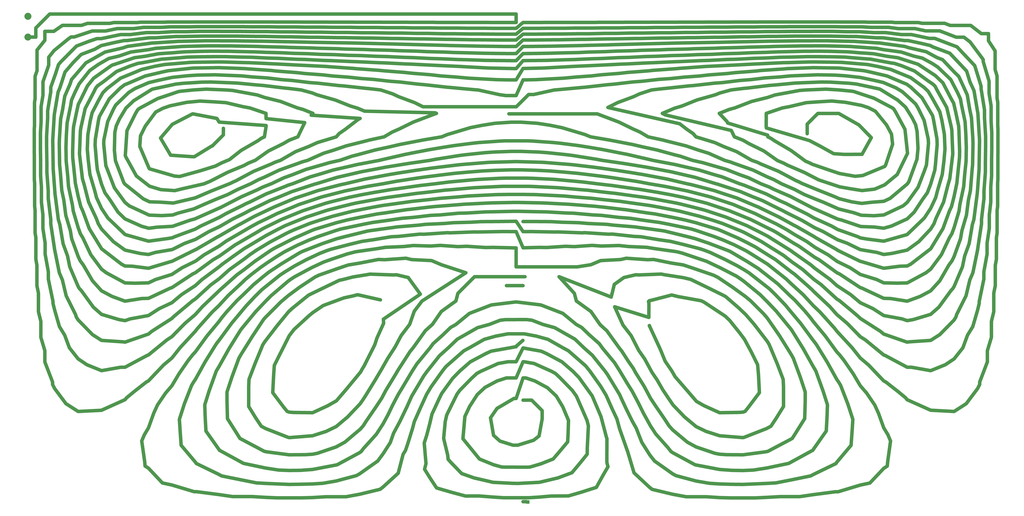
<source format=gbr>
%TF.GenerationSoftware,KiCad,Pcbnew,7.0.1-3b83917a11~172~ubuntu22.04.1*%
%TF.CreationDate,2023-07-04T11:09:48-04:00*%
%TF.ProjectId,coil_template_bott,636f696c-5f74-4656-9d70-6c6174655f62,rev?*%
%TF.SameCoordinates,Original*%
%TF.FileFunction,Copper,L1,Top*%
%TF.FilePolarity,Positive*%
%FSLAX46Y46*%
G04 Gerber Fmt 4.6, Leading zero omitted, Abs format (unit mm)*
G04 Created by KiCad (PCBNEW 7.0.1-3b83917a11~172~ubuntu22.04.1) date 2023-07-04 11:09:48*
%MOMM*%
%LPD*%
G01*
G04 APERTURE LIST*
%TA.AperFunction,ComponentPad*%
%ADD10C,10.160000*%
%TD*%
%TA.AperFunction,SMDPad,CuDef*%
%ADD11R,5.000000X5.000000*%
%TD*%
%TA.AperFunction,ViaPad*%
%ADD12C,4.000000*%
%TD*%
%TA.AperFunction,Conductor*%
%ADD13C,5.000000*%
%TD*%
G04 APERTURE END LIST*
D10*
%TO.P,J1,1,Pin_1*%
%TO.N,Net-(J1-Pin_1)*%
X45240000Y-75240000D03*
%TO.P,J1,2,Pin_2*%
X45240000Y-45270000D03*
%TD*%
D11*
%TO.P,P1,1,Pin_1*%
%TO.N,Net-(J1-Pin_1)*%
X766909793Y-746500000D03*
%TD*%
D12*
%TO.N,Net-(J1-Pin_1)*%
X942342953Y-491861567D03*
X759886259Y-341491385D03*
X554111524Y-454682384D03*
X760199239Y-599495081D03*
X327468770Y-207010986D03*
X1170163405Y-214540534D03*
X736065311Y-434121752D03*
X762632545Y-421183262D03*
X760047535Y-433831937D03*
X759761162Y-513176112D03*
X760134320Y-745806243D03*
X739366785Y-185819130D03*
%TD*%
D13*
%TO.N,Net-(J1-Pin_1)*%
X1175830000Y-53390000D02*
X1140830000Y-53390000D01*
X752320000Y-664480000D02*
X775230000Y-657360000D01*
X1111460000Y-673770000D02*
X1107780000Y-674330000D01*
X564790000Y-538990000D02*
X555290000Y-555690000D01*
X874870000Y-524620000D02*
X869990000Y-517850000D01*
X596450000Y-114210000D02*
X632360000Y-116020000D01*
X387390000Y-514770000D02*
X405250000Y-491560000D01*
X414290000Y-74870000D02*
X386050000Y-74290000D01*
X921210000Y-77260000D02*
X889520000Y-77920000D01*
X144240000Y-306980000D02*
X141740000Y-297140000D01*
X363090000Y-53450000D02*
X359170000Y-53390000D01*
X402030000Y-53530000D02*
X398020000Y-53450000D01*
X956370000Y-320830000D02*
X980640000Y-325520000D01*
X956520000Y-299820000D02*
X973020000Y-302880000D01*
X548950000Y-309330000D02*
X563570000Y-306870000D01*
X578790000Y-77260000D02*
X571210000Y-77260000D01*
X91900000Y-268510000D02*
X94150000Y-296870000D01*
X1274980000Y-83810000D02*
X1237500000Y-81440000D01*
X382040000Y-637070000D02*
X374140000Y-625070000D01*
X907580000Y-324360000D02*
X939670000Y-329150000D01*
X351350000Y-654690000D02*
X347520000Y-648660000D01*
X105620000Y-406940000D02*
X117710000Y-435310000D01*
X320830000Y-670400000D02*
X302230000Y-644020000D01*
X151560000Y-441650000D02*
X166670000Y-449660000D01*
X1421840000Y-344940000D02*
X1421840000Y-338390000D01*
X563570000Y-306870000D02*
X584740000Y-303940000D01*
X976050000Y-705890000D02*
X949820000Y-687280000D01*
X1267140000Y-349470000D02*
X1247470000Y-348720000D01*
X110590000Y-326310000D02*
X109450000Y-317480000D01*
X918640000Y-94920000D02*
X931010000Y-94310000D01*
X781640000Y-62620000D02*
X760000000Y-62620000D01*
X265280000Y-81430000D02*
X262500000Y-81430000D01*
X1312180000Y-176430000D02*
X1321710000Y-191640000D01*
X1314580000Y-382770000D02*
X1292910000Y-387550000D01*
X185420000Y-337690000D02*
X175330000Y-328020000D01*
X500740000Y-425140000D02*
X514610000Y-421550000D01*
X335530000Y-525110000D02*
X351720000Y-498920000D01*
X998300000Y-76060000D02*
X968030000Y-76640000D01*
X160380000Y-197160000D02*
X168950000Y-178780000D01*
X410200000Y-67760000D02*
X390040000Y-67340000D01*
X890940000Y-278580000D02*
X880410000Y-277060000D01*
X1439570000Y-444880000D02*
X1441790000Y-434180000D01*
X618240000Y-143990000D02*
X650530000Y-147650000D01*
X276620000Y-542060000D02*
X283120000Y-533890000D01*
X832780000Y-329550000D02*
X860250000Y-332000000D01*
X171560000Y-253730000D02*
X170070000Y-238640000D01*
X1228850000Y-604800000D02*
X1236120000Y-627160000D01*
X1215500000Y-185480000D02*
X1215500000Y-185480000D01*
X1020100000Y-324520000D02*
X1025200000Y-326060000D01*
X1015890000Y-380990000D02*
X1021350000Y-382830000D01*
X1433120000Y-351420000D02*
X1433120000Y-331920000D01*
X78230000Y-154270000D02*
X73750000Y-181650000D01*
X1179820000Y-336370000D02*
X1170290000Y-330900000D01*
X961910000Y-584750000D02*
X953510000Y-570100000D01*
X410860000Y-402810000D02*
X437220000Y-386830000D01*
X586860000Y-677490000D02*
X579740000Y-704970000D01*
X1218460000Y-578120000D02*
X1228850000Y-604800000D01*
X777130000Y-571760000D02*
X795240000Y-581520000D01*
X1068140000Y-420420000D02*
X1073950000Y-424320000D01*
X354690000Y-656520000D02*
X351350000Y-654690000D01*
X262120000Y-329340000D02*
X254050000Y-332150000D01*
X879000000Y-299360000D02*
X894140000Y-300950000D01*
X760000000Y-88790000D02*
X750000000Y-99055000D01*
X869990000Y-517850000D02*
X855130000Y-504610000D01*
X1241010000Y-143030000D02*
X1273860000Y-150050000D01*
X959040000Y-278540000D02*
X932670000Y-273630000D01*
X232920000Y-137850000D02*
X253460000Y-133410000D01*
X176000000Y-102900000D02*
X194050000Y-96800000D01*
X600540000Y-242520000D02*
X589580000Y-244650000D01*
X320280000Y-53380000D02*
X285270000Y-53380000D01*
X1154380000Y-348530000D02*
X1150970000Y-346840000D01*
X726080000Y-279180000D02*
X735180000Y-278930000D01*
X1085470000Y-278420000D02*
X1073120000Y-274030000D01*
X553650000Y-728170000D02*
X523950000Y-735320000D01*
X672320000Y-117880000D02*
X709880000Y-119860000D01*
X1057930000Y-326020000D02*
X1064390000Y-328640000D01*
X703940000Y-62480000D02*
X679390000Y-62480000D01*
X1079240000Y-149270000D02*
X1081990000Y-149060000D01*
X589510000Y-126300000D02*
X600090000Y-127540000D01*
X1280780000Y-332040000D02*
X1266720000Y-333170000D01*
X746560000Y-326820000D02*
X753440000Y-326820000D01*
X521000000Y-177870000D02*
X531280000Y-182220000D01*
X684720000Y-342590000D02*
X699090000Y-341750000D01*
X1354430000Y-267330000D02*
X1348440000Y-287570000D01*
X461470000Y-286980000D02*
X458740000Y-287690000D01*
X1113040000Y-216845900D02*
X1055450000Y-199300000D01*
X1036860000Y-75480000D02*
X1007250000Y-76060000D01*
X554410000Y-318840000D02*
X556950000Y-318410000D01*
X376370000Y-158850000D02*
X386760000Y-162370000D01*
X533850000Y-418460000D02*
X538950000Y-417450000D01*
X158340000Y-415550000D02*
X151560000Y-410340000D01*
X359170000Y-53390000D02*
X324170000Y-53390000D01*
X80810000Y-573250000D02*
X80810000Y-576750000D01*
X1023490000Y-117710000D02*
X1060060000Y-115870000D01*
X347380000Y-141610000D02*
X376480000Y-144470000D01*
X753440000Y-326820000D02*
X785080000Y-327470000D01*
X1344870000Y-138610000D02*
X1351620000Y-143050000D01*
X603050000Y-630390000D02*
X600390000Y-640440000D01*
X1215420000Y-185480000D02*
X1185646667Y-185480000D01*
X1008170000Y-692660000D02*
X976050000Y-675320000D01*
X474580000Y-315260000D02*
X482100000Y-313300000D01*
X285170000Y-731600000D02*
X253120000Y-721910000D01*
X207820000Y-177290000D02*
X207820000Y-177290000D01*
X1213020000Y-453350000D02*
X1217070000Y-456010000D01*
X1065640000Y-177540000D02*
X1065640000Y-177540000D01*
X1416150000Y-295370000D02*
X1418380000Y-265170000D01*
X1168890000Y-169940000D02*
X1187420000Y-168630000D01*
X1377390000Y-136480000D02*
X1387070000Y-155030000D01*
X1235070000Y-470990000D02*
X1244590000Y-479090000D01*
X898690000Y-61950000D02*
X873530000Y-61950000D01*
X1174810000Y-480280000D02*
X1179170000Y-486200000D01*
X976050000Y-675320000D02*
X973630000Y-673610000D01*
X750000000Y-567330000D02*
X760000000Y-543960000D01*
X865800000Y-251610000D02*
X831750000Y-246200000D01*
X848370000Y-524330000D02*
X834980000Y-511420000D01*
X878250000Y-557240000D02*
X859950000Y-534480000D01*
X723200000Y-71050000D02*
X699160000Y-70820000D01*
X1174040000Y-111200000D02*
X1181520000Y-111180000D01*
X1376060000Y-279750000D02*
X1373500000Y-288380000D01*
X332310000Y-471730000D02*
X347330000Y-455310000D01*
X736355126Y-434049298D02*
X736282672Y-434049298D01*
X1280730000Y-639440000D02*
X1286740000Y-649320000D01*
X416630000Y-347560000D02*
X425690000Y-343850000D01*
X493560000Y-145190000D02*
X500600000Y-145680000D01*
X58380000Y-123840000D02*
X55620000Y-131750000D01*
X297000000Y-73800000D02*
X269290000Y-74440000D01*
X1198900000Y-622000000D02*
X1197760000Y-644010000D01*
X113200000Y-280750000D02*
X109900000Y-248930000D01*
X370720000Y-269210000D02*
X345210000Y-282860000D01*
X809390000Y-356520000D02*
X845400000Y-357850000D01*
X1123520000Y-144470000D02*
X1152620000Y-141610000D01*
X1243190000Y-363350000D02*
X1214040000Y-352930000D01*
X356410000Y-690680000D02*
X354690000Y-689770000D01*
X1258830000Y-177230000D02*
X1268710000Y-182400000D01*
X1351410000Y-164550000D02*
X1361700000Y-183020000D01*
X1102620000Y-258110000D02*
X1098320000Y-256050000D01*
X1081630000Y-81990000D02*
X1079480000Y-81990000D01*
X1435740000Y-174860000D02*
X1432770000Y-156650000D01*
X1339080000Y-195550000D02*
X1344980000Y-222590000D01*
X238350000Y-332960000D02*
X220270000Y-332350000D01*
X1397580000Y-391220000D02*
X1403990000Y-373580000D01*
X74580000Y-308100000D02*
X78160000Y-338400000D01*
X1141680000Y-260190000D02*
X1136080000Y-257210000D01*
X377880000Y-281200000D02*
X367290000Y-286860000D01*
X1280730000Y-409010000D02*
X1248150000Y-399270000D01*
X1094990000Y-740540000D02*
X1077610000Y-740540000D01*
X792750000Y-327550000D02*
X822910000Y-329300000D01*
X682550000Y-474220000D02*
X663200000Y-490100000D01*
X225840000Y-150220000D02*
X225840000Y-150220000D01*
X189540000Y-514300000D02*
X219270000Y-503980000D01*
X518450000Y-120810000D02*
X552380000Y-123230000D01*
X56670000Y-364940000D02*
X56670000Y-396170000D01*
X1248240000Y-332460000D02*
X1237520000Y-328850000D01*
X1113320000Y-482000000D02*
X1129970000Y-506030000D01*
X1020150000Y-256740000D02*
X1004330000Y-253120000D01*
X1112980000Y-403120000D02*
X1115850000Y-405370000D01*
X200440000Y-185780000D02*
X203770000Y-180190000D01*
X430220000Y-421310000D02*
X454450000Y-408310000D01*
X228490000Y-117470000D02*
X242780000Y-114820000D01*
X913130000Y-104520000D02*
X936210000Y-103370000D01*
X760000000Y-137090000D02*
X761130000Y-137090000D01*
X170070000Y-238640000D02*
X170680000Y-213060000D01*
X107500000Y-75110000D02*
X103660000Y-77770000D01*
X800900000Y-341740000D02*
X815280000Y-342580000D01*
X482340000Y-381680000D02*
X508750000Y-374750000D01*
X825030000Y-648190000D02*
X824400000Y-659720000D01*
X1051070000Y-449030000D02*
X1052760000Y-450150000D01*
X479850000Y-256740000D02*
X474830000Y-258260000D01*
X1101980000Y-53450000D02*
X1097970000Y-53530000D01*
X642190000Y-403950000D02*
X677430000Y-415500000D01*
X824470000Y-258880000D02*
X790660000Y-256200000D01*
X1239550000Y-276240000D02*
X1216790000Y-272230000D01*
X1125750000Y-625130000D02*
X1117930000Y-637050000D01*
X679390000Y-62480000D02*
X665190000Y-62240000D01*
X309560000Y-95670000D02*
X334850000Y-95730000D01*
X689965500Y-421234500D02*
X665920000Y-445280000D01*
X652080000Y-523950000D02*
X639500000Y-535050000D01*
X1148630000Y-654680000D02*
X1145310000Y-656500000D01*
X1163800000Y-410870000D02*
X1179860000Y-425020000D01*
X1028490000Y-60910000D02*
X1015820000Y-61150000D01*
X750000000Y-379640000D02*
X750000000Y-406960000D01*
X286980000Y-434000000D02*
X296450000Y-425370000D01*
X332580000Y-601190000D02*
X332590000Y-587690000D01*
X99870000Y-332460000D02*
X106460000Y-354650000D01*
X1115850000Y-405370000D02*
X1139850000Y-424410000D01*
X777020000Y-341500000D02*
X760051533Y-341500000D01*
X320830000Y-735760000D02*
X288790000Y-731600000D01*
X1227720000Y-372780000D02*
X1214110000Y-367910000D01*
X98290000Y-505510000D02*
X105090000Y-523920000D01*
X508530000Y-306670000D02*
X526980000Y-302880000D01*
X291360000Y-103720000D02*
X314020000Y-103430000D01*
X1364600000Y-195430000D02*
X1368240000Y-215750000D01*
X963600000Y-355190000D02*
X964230000Y-355280000D01*
X910740000Y-672660000D02*
X910480000Y-672250000D01*
X463140000Y-75480000D02*
X453520000Y-75480000D01*
X69660000Y-527960000D02*
X69660000Y-544260000D01*
X1047350000Y-277080000D02*
X1033750000Y-273190000D01*
X575400000Y-522560000D02*
X564790000Y-538990000D01*
X673280000Y-655250000D02*
X673220000Y-655000000D01*
X1314580000Y-313920000D02*
X1308710000Y-318830000D01*
X1436460000Y-252220000D02*
X1436710000Y-236810000D01*
X1160660000Y-488410000D02*
X1179170000Y-513560000D01*
X771960000Y-79480000D02*
X760000000Y-79480000D01*
X1145310000Y-530640000D02*
X1147810000Y-534680000D01*
X1355950000Y-337350000D02*
X1353330000Y-344480000D01*
X441910000Y-326090000D02*
X457880000Y-320830000D01*
X880910000Y-345630000D02*
X890660000Y-346770000D01*
X750000000Y-62620000D02*
X718360000Y-62620000D01*
X1421260000Y-149950000D02*
X1421260000Y-146320000D01*
X1418940000Y-226600000D02*
X1418940000Y-223400000D01*
X117710000Y-305000000D02*
X113600000Y-285690000D01*
X1180910000Y-515670000D02*
X1183430000Y-519110000D01*
X916730000Y-69460000D02*
X894100000Y-69940000D01*
X176350000Y-482980000D02*
X185420000Y-484650000D01*
X1008530000Y-366230000D02*
X1028330000Y-372930000D01*
X1170730000Y-434100000D02*
X1177220000Y-440010000D01*
X66880000Y-331920000D02*
X66880000Y-351420000D01*
X134760000Y-273540000D02*
X132280000Y-252810000D01*
X63860000Y-485740000D02*
X63860000Y-508710000D01*
X1093810000Y-490070000D02*
X1111640000Y-513350000D01*
X1196280000Y-506840000D02*
X1213020000Y-529780000D01*
X1273860000Y-150050000D02*
X1274550000Y-150210000D01*
X524790000Y-641530000D02*
X502810000Y-660080000D01*
X1063400000Y-257110000D02*
X1059660000Y-255650000D01*
X571210000Y-77260000D02*
X540250000Y-76640000D01*
X572870000Y-418690000D02*
X577300000Y-418390000D01*
X1125620000Y-357220000D02*
X1151080000Y-373020000D01*
X650810000Y-87270000D02*
X615350000Y-86390000D01*
X1097870000Y-319950000D02*
X1068600000Y-307620000D01*
X214420000Y-102920000D02*
X233880000Y-99310000D01*
X561140000Y-378820000D02*
X588180000Y-377640000D01*
X1171910000Y-60210000D02*
X1144750000Y-60210000D01*
X284640000Y-119990000D02*
X321270000Y-119360000D01*
X547440000Y-609590000D02*
X534240000Y-628830000D01*
X264700000Y-639980000D02*
X263860000Y-627170000D01*
X494780000Y-426410000D02*
X500740000Y-425140000D01*
X354690000Y-689770000D02*
X321680000Y-671740000D01*
X645060000Y-70410000D02*
X621880000Y-69940000D01*
X388980000Y-192912400D02*
X444810000Y-198750000D01*
X140320000Y-154600000D02*
X143130000Y-148870000D01*
X269290000Y-74440000D02*
X258480000Y-74440000D01*
X83850000Y-469540000D02*
X90740000Y-493270000D01*
X372000000Y-334150000D02*
X351230000Y-345540000D01*
X1314580000Y-456490000D02*
X1333320000Y-449650000D01*
X760000000Y-356100000D02*
X768630000Y-356100000D01*
X324750000Y-403950000D02*
X341710000Y-391780000D01*
X185140000Y-287480000D02*
X183740000Y-285550000D01*
X341240000Y-152310000D02*
X342230000Y-152540000D01*
X390520000Y-134220000D02*
X410890000Y-136680000D01*
X865730000Y-116080000D02*
X867630000Y-116030000D01*
X167590000Y-115400000D02*
X169620000Y-114930000D01*
X513870000Y-315960000D02*
X520210000Y-314650000D01*
X740850000Y-523950000D02*
X749110000Y-522400000D01*
X1391470000Y-164610000D02*
X1392890000Y-172900000D01*
X806670000Y-560830000D02*
X812770000Y-566520000D01*
X1002970000Y-83510000D02*
X1002580000Y-83510000D01*
X651870000Y-684990000D02*
X651180000Y-678810000D01*
X120990000Y-359220000D02*
X117710000Y-350300000D01*
X880410000Y-277060000D02*
X854760000Y-273860000D01*
X981560000Y-120800000D02*
X984900000Y-120440000D01*
X425690000Y-343850000D02*
X447130000Y-335190000D01*
X1296780000Y-54300000D02*
X1292300000Y-53730000D01*
X1216850000Y-417250000D02*
X1246880000Y-436920000D01*
X933400000Y-233900000D02*
X918560000Y-230490000D01*
X1427420000Y-257410000D02*
X1427820000Y-231710000D01*
X1265130000Y-467300000D02*
X1280730000Y-477280000D01*
X943050000Y-318410000D02*
X945590000Y-318830000D01*
X651490000Y-617470000D02*
X664780000Y-590670000D01*
X1280730000Y-430080000D02*
X1270540000Y-425300000D01*
X1111460000Y-719670000D02*
X1095380000Y-720350000D01*
X1213020000Y-499900000D02*
X1234900000Y-523550000D01*
X1444400000Y-357890000D02*
X1444400000Y-325440000D01*
X727090000Y-484070000D02*
X711320000Y-490100000D01*
X163590000Y-55460000D02*
X131190000Y-55460000D01*
X1111730000Y-97280000D02*
X1126740000Y-96560000D01*
X1430340000Y-544260000D02*
X1430340000Y-527960000D01*
X1179170000Y-442140000D02*
X1202700000Y-464260000D01*
X584260000Y-270850000D02*
X567330000Y-273630000D01*
X1205490000Y-348070000D02*
X1179820000Y-336370000D01*
X1301500000Y-62950000D02*
X1287980000Y-61250000D01*
X624530000Y-237790000D02*
X600540000Y-242520000D01*
X617300000Y-77920000D02*
X610480000Y-77920000D01*
X856690000Y-557750000D02*
X850370000Y-549890000D01*
X1345300000Y-228600000D02*
X1342350000Y-260070000D01*
X120920000Y-210850000D02*
X121810000Y-205480000D01*
X1382290000Y-305020000D02*
X1378480000Y-320030000D01*
X910290000Y-671770000D02*
X899450000Y-641030000D01*
X976050000Y-735340000D02*
X946310000Y-728190000D01*
X151560000Y-556840000D02*
X179100000Y-551930000D01*
X602820000Y-335410000D02*
X626550000Y-332630000D01*
X498790000Y-351950000D02*
X530680000Y-345230000D01*
X1088450000Y-455890000D02*
X1107180000Y-474650000D01*
X1388720000Y-131710000D02*
X1383160000Y-126400000D01*
X333330000Y-626150000D02*
X332580000Y-601190000D01*
X254050000Y-332150000D02*
X238350000Y-332960000D01*
X568430000Y-660560000D02*
X558150000Y-676600000D01*
X467700000Y-100160000D02*
X487590000Y-100620000D01*
X384150000Y-519790000D02*
X385850000Y-517080000D01*
X513230000Y-247140000D02*
X495650000Y-253120000D01*
X873530000Y-61950000D02*
X859640000Y-62240000D01*
X721510000Y-302720000D02*
X739420000Y-302410000D01*
X873110000Y-309620000D02*
X900790000Y-312530000D01*
X135030000Y-197090000D02*
X137860000Y-184550000D01*
X970790000Y-636560000D02*
X963520000Y-625500000D01*
X331620000Y-369720000D02*
X321280000Y-377070000D01*
X1041320000Y-422160000D02*
X1063070000Y-436780000D01*
X187870000Y-595850000D02*
X199200000Y-586530000D01*
X1122240000Y-88730000D02*
X1155880000Y-88130000D01*
X1213020000Y-569590000D02*
X1215690000Y-573470000D01*
X757950000Y-266970000D02*
X742050000Y-266970000D01*
X581600000Y-140060000D02*
X609130000Y-143270000D01*
X565160000Y-620260000D02*
X557910000Y-633720000D01*
X1249510000Y-296800000D02*
X1231710000Y-294020000D01*
X1274550000Y-150210000D02*
X1275520000Y-150620000D01*
X504730000Y-232350000D02*
X486060000Y-238700000D01*
X1050500000Y-99240000D02*
X1072020000Y-98710000D01*
X592220000Y-53870000D02*
X557780000Y-53870000D01*
X876330000Y-320830000D02*
X903710000Y-324040000D01*
X1336880000Y-309420000D02*
X1324660000Y-328010000D01*
X185420000Y-382760000D02*
X168740000Y-370690000D01*
X1144470000Y-175690000D02*
X1168890000Y-169940000D01*
X224540000Y-83850000D02*
X189040000Y-88630000D01*
X1390080000Y-134320000D02*
X1388720000Y-131710000D01*
X286980000Y-499850000D02*
X288330000Y-498000000D01*
X996800000Y-297380000D02*
X966260000Y-291100000D01*
X707250000Y-327560000D02*
X714930000Y-327470000D01*
X593220000Y-663460000D02*
X590150000Y-672360000D01*
X271380000Y-373120000D02*
X253510000Y-382010000D01*
X939790000Y-396640000D02*
X948460000Y-396290000D01*
X1353330000Y-344480000D02*
X1348440000Y-352490000D01*
X502810000Y-660080000D02*
X490100000Y-666990000D01*
X1213160000Y-111600000D02*
X1220070000Y-111780000D01*
X518840000Y-53780000D02*
X514540000Y-53700000D01*
X401690000Y-256060000D02*
X397170000Y-258230000D01*
X471510000Y-60910000D02*
X445150000Y-60910000D01*
X487590000Y-100620000D02*
X507390000Y-101560000D01*
X699020000Y-557810000D02*
X724090000Y-546540000D01*
X794340000Y-379050000D02*
X821300000Y-377270000D01*
X553040000Y-253120000D02*
X520230000Y-259330000D01*
X433810000Y-126560000D02*
X444730000Y-127880000D01*
X815280000Y-342580000D02*
X840630000Y-343200000D01*
X880430000Y-653100000D02*
X881100000Y-655010000D01*
X284260000Y-573440000D02*
X286980000Y-569500000D01*
X612500000Y-289390000D02*
X615120000Y-289120000D01*
X908900000Y-611880000D02*
X901650000Y-596460000D01*
X997440000Y-363370000D02*
X1008530000Y-366230000D01*
X1320790000Y-71610000D02*
X1306210000Y-71610000D01*
X191860000Y-141250000D02*
X214520000Y-131470000D01*
X1033750000Y-273190000D02*
X1014110000Y-267240000D01*
X955200000Y-136430000D02*
X973330000Y-135130000D01*
X1084780000Y-372680000D02*
X1095300000Y-378210000D01*
X163100000Y-309410000D02*
X156420000Y-300180000D01*
X918400000Y-207770000D02*
X898370000Y-197920000D01*
X632360000Y-116020000D02*
X634270000Y-116070000D01*
X232290000Y-606410000D02*
X244000000Y-589200000D01*
X83850000Y-295290000D02*
X84420000Y-302450000D01*
X510260000Y-61160000D02*
X484190000Y-61160000D01*
X1064840000Y-375180000D02*
X1082290000Y-383970000D01*
X262470000Y-153990000D02*
X264980000Y-153460000D01*
X267200000Y-446980000D02*
X286980000Y-434000000D01*
X811980000Y-421234500D02*
X887270000Y-450560000D01*
X151380000Y-380660000D02*
X151250000Y-380380000D01*
X1409290000Y-221220000D02*
X1407390000Y-191670000D01*
X236960000Y-295490000D02*
X220740000Y-290580000D01*
X704810000Y-242160000D02*
X676820000Y-245120000D01*
X1275870000Y-500010000D02*
X1280730000Y-504000000D01*
X1063250000Y-316860000D02*
X1056990000Y-314810000D01*
X1444280000Y-131470000D02*
X1441480000Y-122090000D01*
X911800000Y-543070000D02*
X902470000Y-528450000D01*
X1214040000Y-352930000D02*
X1205490000Y-348070000D01*
X439240000Y-720880000D02*
X422390000Y-721110000D01*
X967420000Y-225420000D02*
X961310000Y-223760000D01*
X783170000Y-651170000D02*
X787580000Y-626460000D01*
X503200000Y-297380000D02*
X489230000Y-300890000D01*
X83090000Y-190250000D02*
X81090000Y-223410000D01*
X64240000Y-175650000D02*
X64240000Y-197770000D01*
X1416150000Y-382480000D02*
X1416460000Y-380740000D01*
X321100000Y-441630000D02*
X321610000Y-441080000D01*
X902470000Y-528450000D02*
X899200000Y-524510000D01*
X738870000Y-137090000D02*
X750000000Y-137090000D01*
X1422760000Y-105550000D02*
X1405310000Y-82220000D01*
X887490000Y-86250000D02*
X884650000Y-86400000D01*
X527590000Y-69020000D02*
X505980000Y-68610000D01*
X601810000Y-104890000D02*
X626690000Y-106140000D01*
X191680000Y-319030000D02*
X185350000Y-313950000D01*
X1298620000Y-148650000D02*
X1307640000Y-154170000D01*
X854760000Y-273860000D02*
X838590000Y-271950000D01*
X1121780000Y-280960000D02*
X1112640000Y-277140000D01*
X1126900000Y-546690000D02*
X1135550000Y-569390000D01*
X413800000Y-229100000D02*
X392320000Y-239750000D01*
X271110000Y-604780000D02*
X281450000Y-578170000D01*
X251260000Y-245820000D02*
X236730000Y-221070000D01*
X962780000Y-149620000D02*
X965100000Y-149460000D01*
X1052760000Y-450150000D02*
X1071830000Y-466660000D01*
X1125430000Y-470870000D02*
X1145310000Y-495140000D01*
X1147190000Y-414190000D02*
X1151860000Y-417480000D01*
X1418560000Y-459720000D02*
X1418560000Y-456950000D01*
X1415420000Y-303190000D02*
X1415580000Y-302450000D01*
X1009610000Y-219270000D02*
X1005490000Y-214550000D01*
X1425420000Y-308100000D02*
X1425420000Y-297450000D01*
X585240000Y-336860000D02*
X602820000Y-335410000D01*
X751090000Y-255020000D02*
X748910000Y-255020000D01*
X1435740000Y-197360000D02*
X1435740000Y-174860000D01*
X100450000Y-254360000D02*
X100120000Y-234340000D01*
X986130000Y-315960000D02*
X1005560000Y-320830000D01*
X236730000Y-221070000D02*
X253590000Y-201230000D01*
X122530000Y-58330000D02*
X95060000Y-58330000D01*
X400960000Y-549110000D02*
X409900000Y-531260000D01*
X462120000Y-420520000D02*
X465490000Y-418910000D01*
X749180000Y-457680000D02*
X714390000Y-461960000D01*
X466250000Y-387650000D02*
X476310000Y-383730000D01*
X650850000Y-215920000D02*
X642570000Y-219270000D01*
X429090000Y-353680000D02*
X452360000Y-344280000D01*
X384090000Y-291950000D02*
X375850000Y-296020000D01*
X175330000Y-328020000D02*
X163100000Y-309410000D01*
X1017330000Y-109190000D02*
X1027240000Y-108960000D01*
X1148230000Y-498900000D02*
X1164430000Y-525130000D01*
X1193990000Y-313860000D02*
X1181660000Y-308940000D01*
X510560000Y-174780000D02*
X521000000Y-177870000D01*
X288790000Y-731600000D02*
X286980000Y-731600000D01*
X78160000Y-344940000D02*
X83540000Y-380370000D01*
X1209520000Y-130150000D02*
X1224320000Y-131040000D01*
X1088590000Y-97840000D02*
X1111730000Y-97280000D01*
X136050000Y-389470000D02*
X124540000Y-365040000D01*
X410430000Y-457550000D02*
X421010000Y-448550000D01*
X1073950000Y-298380000D02*
X1042230000Y-288000000D01*
X966260000Y-291100000D02*
X961980000Y-290310000D01*
X63310000Y-236800000D02*
X63540000Y-252220000D01*
X657660000Y-295480000D02*
X688330000Y-292780000D01*
X100470000Y-448790000D02*
X113960000Y-475630000D01*
X1184980000Y-295730000D02*
X1162380000Y-286410000D01*
X1116490000Y-89010000D02*
X1122240000Y-88730000D01*
X117710000Y-539820000D02*
X130390000Y-548270000D01*
X596890000Y-257380000D02*
X591530000Y-258200000D01*
X151560000Y-475540000D02*
X176350000Y-482980000D01*
X1348750000Y-380380000D02*
X1348620000Y-380660000D01*
X1177220000Y-440010000D02*
X1179170000Y-442140000D01*
X1270570000Y-91560000D02*
X1280220000Y-93380000D01*
X873700000Y-253120000D02*
X867380000Y-251880000D01*
X538690000Y-223750000D02*
X532580000Y-225420000D01*
X928790000Y-77260000D02*
X921210000Y-77260000D01*
X571590000Y-606950000D02*
X565160000Y-620260000D01*
X722530000Y-571790000D02*
X736030000Y-567340000D01*
X1377930000Y-203620000D02*
X1378980000Y-209470000D01*
X1313850000Y-143280000D02*
X1319850000Y-147640000D01*
X532220000Y-280200000D02*
X503290000Y-286980000D01*
X1144750000Y-60210000D02*
X1132920000Y-60400000D01*
X850370000Y-549890000D02*
X833540000Y-535140000D01*
X1043750000Y-699530000D02*
X1013530000Y-693750000D01*
X844200000Y-78590000D02*
X811030000Y-79160000D01*
X1105970000Y-60400000D02*
X1093890000Y-60650000D01*
X488470000Y-68610000D02*
X467330000Y-68190000D01*
X1215690000Y-573470000D02*
X1218460000Y-578120000D01*
X288330000Y-498000000D02*
X290800000Y-495030000D01*
X422390000Y-678330000D02*
X392220000Y-674340000D01*
X981160000Y-53780000D02*
X946620000Y-53780000D01*
X432770000Y-60650000D02*
X406110000Y-60650000D01*
X1441790000Y-434180000D02*
X1441790000Y-404710000D01*
X1266760000Y-163600000D02*
X1292260000Y-176960000D01*
X915950000Y-506100000D02*
X904310000Y-491060000D01*
X750000000Y-159720000D02*
X760000000Y-137090000D01*
X1266340000Y-68770000D02*
X1245530000Y-67450000D01*
X497420000Y-83520000D02*
X497030000Y-83520000D01*
X281340000Y-53470000D02*
X246440000Y-53470000D01*
X349730000Y-538960000D02*
X352140000Y-534650000D01*
X1330170000Y-292290000D02*
X1314580000Y-313920000D01*
X549010000Y-61400000D02*
X523220000Y-61400000D01*
X470020000Y-373560000D02*
X490690000Y-366540000D01*
X600040000Y-557530000D02*
X585980000Y-581120000D01*
X513230000Y-326810000D02*
X519360000Y-325520000D01*
X255900000Y-97760000D02*
X271150000Y-96490000D01*
X81440000Y-459720000D02*
X83850000Y-469540000D01*
X1203690000Y-140310000D02*
X1230580000Y-141930000D01*
X957100000Y-342870000D02*
X969320000Y-345230000D01*
X817360000Y-609010000D02*
X825610000Y-628770000D01*
X934790000Y-579330000D02*
X922300000Y-559450000D01*
X416480000Y-414060000D02*
X430180000Y-405750000D01*
X1246880000Y-481420000D02*
X1275870000Y-500010000D01*
X1246880000Y-365150000D02*
X1243190000Y-363350000D01*
X1180280000Y-323030000D02*
X1178420000Y-322170000D01*
X265070000Y-523530000D02*
X286980000Y-499850000D01*
X928270000Y-157250000D02*
X945570000Y-151560000D01*
X1214280000Y-185540000D02*
X1215420000Y-185480000D01*
X1162380000Y-286410000D02*
X1158030000Y-284150000D01*
X1146650000Y-131220000D02*
X1170550000Y-130300000D01*
X55620000Y-164200000D02*
X54720000Y-169650000D01*
X477720000Y-117800000D02*
X477840000Y-117820000D01*
X1168000000Y-67030000D02*
X1148670000Y-67030000D01*
X286980000Y-453320000D02*
X309020000Y-433240000D01*
X1348350000Y-613940000D02*
X1348440000Y-614020000D01*
X211730000Y-308810000D02*
X185140000Y-287480000D01*
X574200000Y-85240000D02*
X536400000Y-84350000D01*
X1444280000Y-163340000D02*
X1444280000Y-131470000D01*
X925800000Y-85250000D02*
X924150000Y-85330000D01*
X69660000Y-544260000D02*
X80810000Y-573250000D01*
X204080000Y-113160000D02*
X209110000Y-112480000D01*
X931390000Y-660250000D02*
X923400000Y-639900000D01*
X527180000Y-370240000D02*
X543680000Y-367860000D01*
X1222680000Y-60460000D02*
X1210820000Y-60190000D01*
X234870000Y-467300000D02*
X253120000Y-458710000D01*
X605890000Y-69940000D02*
X583270000Y-69460000D01*
X860990000Y-263010000D02*
X831450000Y-259520000D01*
X839340000Y-97580000D02*
X854700000Y-96880000D01*
X1255970000Y-589220000D02*
X1267670000Y-606390000D01*
X1179170000Y-706710000D02*
X1175230000Y-708850000D01*
X946960000Y-253120000D02*
X944790000Y-252530000D01*
X179100000Y-551930000D02*
X185420000Y-551940000D01*
X825610000Y-628770000D02*
X825030000Y-648190000D01*
X386790000Y-458180000D02*
X396290000Y-448660000D01*
X984820000Y-83850000D02*
X964160000Y-84320000D01*
X1052650000Y-335080000D02*
X1071820000Y-342860000D01*
X1257700000Y-53730000D02*
X1253560000Y-53470000D01*
X66920000Y-139750000D02*
X66920000Y-159230000D01*
X209240000Y-122000000D02*
X228490000Y-117470000D01*
X1112640000Y-277140000D02*
X1091890000Y-267230000D01*
X1098640000Y-548190000D02*
X1099910000Y-562190000D01*
X979760000Y-259340000D02*
X946960000Y-253120000D01*
X1248940000Y-315350000D02*
X1234440000Y-313080000D01*
X1236120000Y-627160000D02*
X1235300000Y-639980000D01*
X1158030000Y-284150000D02*
X1153840000Y-282360000D01*
X219270000Y-697660000D02*
X214360000Y-694480000D01*
X1445510000Y-280750000D02*
X1445510000Y-247020000D01*
X793980000Y-108850000D02*
X822160000Y-107930000D01*
X266450000Y-664570000D02*
X264700000Y-639980000D01*
X416390000Y-359700000D02*
X422280000Y-356690000D01*
X1058490000Y-384530000D02*
X1059670000Y-385120000D01*
X879890000Y-592360000D02*
X871930000Y-579170000D01*
X434880000Y-219270000D02*
X422280000Y-224210000D01*
X521250000Y-447220000D02*
X554111524Y-454682384D01*
X264850000Y-471040000D02*
X282900000Y-455990000D01*
X1181660000Y-308940000D02*
X1166200000Y-302570000D01*
X1009900000Y-738910000D02*
X995350000Y-738910000D01*
X750000000Y-356100000D02*
X760000000Y-379510000D01*
X303090000Y-285560000D02*
X299230000Y-287220000D01*
X533740000Y-291100000D02*
X503200000Y-297380000D01*
X324810000Y-708830000D02*
X320830000Y-706660000D01*
X287260000Y-367260000D02*
X271380000Y-373120000D01*
X1173610000Y-224695900D02*
X1111360000Y-206540000D01*
X344120000Y-88130000D02*
X377760000Y-88730000D01*
X109900000Y-248930000D02*
X109750000Y-239880000D01*
X156420000Y-300180000D02*
X151560000Y-287590000D01*
X1223380000Y-244560000D02*
X1208450000Y-243570000D01*
X355080000Y-469550000D02*
X360350000Y-463170000D01*
X625330000Y-633360000D02*
X628510000Y-619680000D01*
X697110000Y-684480000D02*
X673280000Y-655250000D01*
X705990000Y-465170000D02*
X682550000Y-474220000D01*
X1348620000Y-380660000D02*
X1348440000Y-380900000D01*
X716330000Y-718040000D02*
X713530000Y-717260000D01*
X545460000Y-572210000D02*
X532790000Y-592820000D01*
X1113450000Y-362920000D02*
X1117570000Y-365530000D01*
X753900000Y-314050000D02*
X785300000Y-314580000D01*
X157720000Y-260760000D02*
X154660000Y-229620000D01*
X805630000Y-79160000D02*
X771960000Y-79480000D01*
X1170550000Y-130300000D02*
X1184680000Y-129720000D01*
X1330840000Y-54300000D02*
X1296780000Y-54300000D01*
X431330000Y-307670000D02*
X400480000Y-320710000D01*
X1228850000Y-96490000D02*
X1244100000Y-97760000D01*
X75250000Y-115920000D02*
X66920000Y-139750000D01*
X450270000Y-233320000D02*
X431700000Y-240600000D01*
X1425270000Y-424680000D02*
X1425270000Y-414200000D01*
X991350000Y-404170000D02*
X1007230000Y-409500000D01*
X224970000Y-83800000D02*
X224540000Y-83850000D01*
X733390000Y-88790000D02*
X727760000Y-88730000D01*
X1097970000Y-53530000D02*
X1063140000Y-53530000D01*
X880970000Y-689310000D02*
X882620000Y-695580000D01*
X541750000Y-93660000D02*
X568990000Y-94310000D01*
X918560000Y-230490000D02*
X889290000Y-224800000D01*
X1214350000Y-338040000D02*
X1180280000Y-323030000D01*
X948460000Y-396290000D02*
X974420000Y-401580000D01*
X199890000Y-430570000D02*
X185420000Y-430200000D01*
X507390000Y-101560000D02*
X525710000Y-101970000D01*
X647660000Y-630330000D02*
X649800000Y-621120000D01*
X320830000Y-486170000D02*
X325180000Y-480270000D01*
X1140830000Y-53390000D02*
X1136910000Y-53450000D01*
X750000000Y-42016488D02*
X750000000Y-54190000D01*
X1115720000Y-438750000D02*
X1123690000Y-446440000D01*
X309420000Y-297670000D02*
X286710000Y-307460000D01*
X111960000Y-75110000D02*
X107500000Y-75110000D01*
X555990000Y-252360000D02*
X555220000Y-252530000D01*
X120710000Y-398280000D02*
X125180000Y-404290000D01*
X1038560000Y-286980000D02*
X1008080000Y-277740000D01*
X1304080000Y-406030000D02*
X1280730000Y-409010000D01*
X831750000Y-246200000D02*
X823170000Y-245100000D01*
X979460000Y-565470000D02*
X974710000Y-557200000D01*
X1342060000Y-96450000D02*
X1316850000Y-90630000D01*
X858860000Y-131290000D02*
X873520000Y-129630000D01*
X550950000Y-380520000D02*
X561140000Y-378820000D01*
X699090000Y-341750000D02*
X722980000Y-341500000D01*
X274200000Y-169520000D02*
X293560000Y-167610000D01*
X900790000Y-312530000D02*
X909610000Y-313770000D01*
X1178420000Y-322170000D02*
X1178250000Y-322080000D01*
X548160000Y-648690000D02*
X529370000Y-669570000D01*
X447130000Y-335190000D02*
X474760000Y-326080000D01*
X393020000Y-105560000D02*
X406790000Y-105890000D01*
X1282020000Y-288630000D02*
X1267540000Y-294780000D01*
X1178250000Y-322080000D02*
X1177940000Y-321920000D01*
X1164080000Y-73850000D02*
X1152590000Y-73850000D01*
X942440000Y-455750000D02*
X942440000Y-455750000D01*
X1398110000Y-197550000D02*
X1399280000Y-215720000D01*
X168740000Y-370690000D02*
X151560000Y-352490000D01*
X1280780000Y-332040000D02*
X1266720000Y-333170000D01*
X603400000Y-169830000D02*
X615600000Y-175890000D01*
X506220000Y-388370000D02*
X515210000Y-386010000D01*
X1430340000Y-527960000D02*
X1436140000Y-508710000D01*
X616870000Y-359880000D02*
X651090000Y-357630000D01*
X459770000Y-421660000D02*
X462120000Y-420520000D01*
X1131240000Y-104390000D02*
X1146700000Y-104110000D01*
X727760000Y-88730000D02*
X694240000Y-88330000D01*
X1384970000Y-479310000D02*
X1386040000Y-475630000D01*
X861740000Y-597690000D02*
X872540000Y-623200000D01*
X1234900000Y-523550000D02*
X1246880000Y-538590000D01*
X1193200000Y-586380000D02*
X1199410000Y-606070000D01*
X1086370000Y-415760000D02*
X1113160000Y-436710000D01*
X961310000Y-223760000D02*
X940530000Y-219270000D01*
X776800000Y-71050000D02*
X760000000Y-71050000D01*
X988010000Y-261270000D02*
X979760000Y-259340000D01*
X337780000Y-286330000D02*
X309420000Y-297670000D01*
X750820000Y-457680000D02*
X749180000Y-457680000D01*
X392220000Y-674340000D02*
X388540000Y-673770000D01*
X231790000Y-349660000D02*
X219780000Y-351320000D01*
X655800000Y-78590000D02*
X649750000Y-78590000D01*
X367290000Y-286860000D02*
X348110000Y-295210000D01*
X790130000Y-119870000D02*
X827670000Y-117890000D01*
X1314580000Y-313920000D02*
X1308710000Y-318830000D01*
X141740000Y-297140000D02*
X134760000Y-273540000D01*
X532790000Y-592820000D02*
X529020000Y-598560000D01*
X1059030000Y-53620000D02*
X1024300000Y-53620000D01*
X678690000Y-377280000D02*
X705670000Y-379060000D01*
X632630000Y-251890000D02*
X626390000Y-253120000D01*
X165420000Y-116620000D02*
X167590000Y-115400000D01*
X512590000Y-110610000D02*
X520640000Y-110790000D01*
X760033690Y-746007504D02*
X765000000Y-746007504D01*
X867220000Y-319870000D02*
X876330000Y-320830000D01*
X562260000Y-61670000D02*
X549010000Y-61400000D01*
X213300000Y-649350000D02*
X219270000Y-639500000D01*
X548410000Y-265570000D02*
X526230000Y-269770000D01*
X1441480000Y-95210000D02*
X1431950000Y-80620000D01*
X836180000Y-306200000D02*
X859290000Y-307990000D01*
X1146500000Y-496540000D02*
X1148230000Y-498900000D01*
X422390000Y-740530000D02*
X405040000Y-740520000D01*
X655710000Y-689160000D02*
X651870000Y-684990000D01*
X154660000Y-229620000D02*
X154790000Y-224010000D01*
X1249410000Y-244530000D02*
X1223380000Y-244560000D01*
X1189320000Y-232950000D02*
X1173610000Y-224700000D01*
X82610000Y-66950000D02*
X82610000Y-66950000D01*
X303690000Y-506820000D02*
X320830000Y-486170000D01*
X1079300000Y-289140000D02*
X1072690000Y-286980000D01*
X1331380000Y-115190000D02*
X1355140000Y-130810000D01*
X871240000Y-490510000D02*
X857960000Y-471400000D01*
X1075400000Y-74870000D02*
X1046480000Y-75480000D01*
X523220000Y-61400000D02*
X510260000Y-61160000D01*
X310700000Y-232490000D02*
X285430000Y-247950000D01*
X1348440000Y-475540000D02*
X1360310000Y-465150000D01*
X305110000Y-87910000D02*
X339290000Y-87990000D01*
X1050820000Y-253120000D02*
X1028020000Y-243020000D01*
X1246880000Y-399050000D02*
X1236690000Y-394090000D01*
X726550000Y-158530000D02*
X735240000Y-159710000D01*
X875690000Y-707590000D02*
X865890000Y-725340000D01*
X670070000Y-117710000D02*
X672140000Y-117860000D01*
X997180000Y-660080000D02*
X976050000Y-642440000D01*
X523950000Y-735320000D02*
X504620000Y-738890000D01*
X749710000Y-740320000D02*
X731690000Y-740340000D01*
X492520000Y-92040000D02*
X502190000Y-92500000D01*
X927130000Y-418680000D02*
X959370000Y-417380000D01*
X1377370000Y-441710000D02*
X1380730000Y-437990000D01*
X439670000Y-151560000D02*
X455790000Y-155980000D01*
X543490000Y-299820000D02*
X570200000Y-295340000D01*
X115030000Y-479310000D02*
X117710000Y-483650000D01*
X145570000Y-267330000D02*
X144680000Y-259940000D01*
X1152090000Y-360430000D02*
X1140650000Y-353330000D01*
X1003640000Y-288470000D02*
X1002140000Y-288090000D01*
X426870000Y-274040000D02*
X414540000Y-278430000D01*
X375040000Y-718860000D02*
X354690000Y-714850000D01*
X663830000Y-306220000D02*
X681510000Y-304660000D01*
X1239270000Y-89350000D02*
X1270570000Y-91560000D01*
X1436460000Y-275560000D02*
X1436460000Y-252220000D01*
X290800000Y-495030000D02*
X311190000Y-472240000D01*
X1060660000Y-210059500D02*
X965390000Y-187630000D01*
X1244590000Y-479090000D02*
X1246880000Y-481420000D01*
X839500000Y-70420000D02*
X815820000Y-70820000D01*
X1043750000Y-650860000D02*
X1024240000Y-644540000D01*
X1115530000Y-291790000D02*
X1103790000Y-287170000D01*
X558390000Y-482522600D02*
X558680000Y-488640000D01*
X596720000Y-53970000D02*
X592220000Y-53870000D01*
X928270000Y-157250000D02*
X945570000Y-151560000D01*
X1216570000Y-308600000D02*
X1209880000Y-305650000D01*
X842350000Y-295460000D02*
X852550000Y-296250000D01*
X549970000Y-330560000D02*
X560330000Y-329150000D01*
X772482304Y-599466248D02*
X760228072Y-599466248D01*
X1146700000Y-104110000D02*
X1169600000Y-103460000D01*
X354720000Y-495060000D02*
X373600000Y-472220000D01*
X823170000Y-245100000D02*
X795190000Y-242150000D01*
X799190000Y-135640000D02*
X818050000Y-134640000D01*
X421410000Y-653340000D02*
X388540000Y-640500000D01*
X910480000Y-672250000D02*
X910290000Y-671770000D01*
X1355140000Y-130810000D02*
X1366050000Y-141240000D01*
X986770000Y-326810000D02*
X1014720000Y-333890000D01*
X1292300000Y-53730000D02*
X1257700000Y-53730000D01*
X151560000Y-352490000D02*
X146670000Y-344480000D01*
X742640000Y-240310000D02*
X717940000Y-241230000D01*
X394030000Y-60400000D02*
X367080000Y-60400000D01*
X799870000Y-98590000D02*
X816490000Y-98050000D01*
X811630000Y-281240000D02*
X845730000Y-284370000D01*
X857550000Y-219270000D02*
X849170000Y-215880000D01*
X1391550000Y-366430000D02*
X1393540000Y-354650000D01*
X974710000Y-557200000D02*
X965160000Y-543250000D01*
X478120000Y-607440000D02*
X456250000Y-617550000D01*
X617380000Y-661350000D02*
X620960000Y-649870000D01*
X54420000Y-208090000D02*
X54420000Y-241910000D01*
X241110000Y-548660000D02*
X253120000Y-538540000D01*
X576440000Y-561410000D02*
X561570000Y-585990000D01*
X578060000Y-349360000D02*
X609350000Y-346780000D01*
X1152590000Y-73850000D02*
X1124940000Y-74290000D01*
X151100000Y-87560000D02*
X141530000Y-92960000D01*
X1323650000Y-482980000D02*
X1348440000Y-475540000D01*
X1343650000Y-300030000D02*
X1336880000Y-309420000D01*
X635670000Y-54060000D02*
X631060000Y-53970000D01*
X1077560000Y-356490000D02*
X1079030000Y-357230000D01*
X260730000Y-89350000D02*
X266760000Y-88850000D01*
X267970000Y-294340000D02*
X257240000Y-296900000D01*
X1324660000Y-328010000D02*
X1314580000Y-337690000D01*
X919360000Y-161390000D02*
X928270000Y-157250000D01*
X502190000Y-92500000D02*
X530770000Y-93150000D01*
X495650000Y-253120000D02*
X479850000Y-256740000D01*
X1089800000Y-67760000D02*
X1071310000Y-67760000D01*
X414180000Y-609170000D02*
X398680000Y-588620000D01*
X1193990000Y-313860000D02*
X1181660000Y-308940000D01*
X439940000Y-115870000D02*
X476440000Y-117710000D01*
X663680000Y-537750000D02*
X648460000Y-551170000D01*
X932210000Y-139020000D02*
X955200000Y-136430000D01*
X406790000Y-105890000D02*
X432890000Y-107270000D01*
X1136080000Y-257210000D02*
X1127400000Y-253580000D01*
X973330000Y-135130000D02*
X992150000Y-133060000D01*
X1266720000Y-333170000D02*
X1248240000Y-332460000D01*
X1208450000Y-243570000D02*
X1189320000Y-232950000D01*
X449340000Y-68190000D02*
X428690000Y-67760000D01*
X760580000Y-302410000D02*
X778480000Y-302710000D01*
X122110000Y-100350000D02*
X110790000Y-111790000D01*
X179000000Y-166500000D02*
X179000000Y-166500000D01*
X918400000Y-140070000D02*
X932210000Y-139020000D01*
X501700000Y-76060000D02*
X492750000Y-76060000D01*
X639500000Y-535050000D02*
X621220000Y-558090000D01*
X1063070000Y-436780000D02*
X1081070000Y-449840000D01*
X134450000Y-123580000D02*
X147200000Y-114520000D01*
X125180000Y-404290000D02*
X138370000Y-427020000D01*
X1104380000Y-370560000D02*
X1117070000Y-378600000D01*
X899900000Y-127550000D02*
X910500000Y-126310000D01*
X1324000000Y-102700000D02*
X1336370000Y-105550000D01*
X1134380000Y-177560000D02*
X1144470000Y-175690000D01*
X1061720000Y-700790000D02*
X1043750000Y-699530000D01*
X713520000Y-54190000D02*
X708730000Y-54140000D01*
X1248860000Y-173920000D02*
X1258830000Y-177230000D01*
X1025430000Y-315250000D02*
X1043110000Y-321140000D01*
X321680000Y-671740000D02*
X320830000Y-670400000D01*
X531970000Y-76640000D02*
X501700000Y-76060000D01*
X319060000Y-515650000D02*
X320830000Y-513510000D01*
X271150000Y-96490000D02*
X295890000Y-95850000D01*
X688380000Y-281260000D02*
X695270000Y-280710000D01*
X420520000Y-81990000D02*
X418370000Y-81990000D01*
X133960000Y-81100000D02*
X115350000Y-88180000D01*
X1400340000Y-124310000D02*
X1390610000Y-113990000D01*
X1246550000Y-133390000D02*
X1266900000Y-137740000D01*
X785300000Y-314580000D02*
X792290000Y-314910000D01*
X979780000Y-314650000D02*
X986130000Y-315960000D01*
X66880000Y-351420000D02*
X70110000Y-372660000D01*
X892280000Y-464635800D02*
X941610000Y-479940000D01*
X1121780000Y-280960000D02*
X1112640000Y-277140000D01*
X1043340000Y-185420000D02*
X1057820000Y-179680000D01*
X1348440000Y-322610000D02*
X1339350000Y-336440000D01*
X259000000Y-143060000D02*
X269410000Y-141950000D01*
X1386040000Y-475630000D02*
X1399530000Y-448790000D01*
X240040000Y-178020000D02*
X250450000Y-174520000D01*
X1266120000Y-99320000D02*
X1285460000Y-102950000D01*
X777940000Y-136770000D02*
X799190000Y-135640000D01*
X1206910000Y-66990000D02*
X1187540000Y-66990000D01*
X907780000Y-53870000D02*
X903280000Y-53970000D01*
X786140000Y-528740000D02*
X793550000Y-532070000D01*
X83850000Y-382490000D02*
X90590000Y-415580000D01*
X1126740000Y-96560000D02*
X1151290000Y-96120000D01*
X1093890000Y-60650000D02*
X1067230000Y-60650000D01*
X942342953Y-491861567D02*
X942480000Y-491770000D01*
X454450000Y-408310000D02*
X471730000Y-400180000D01*
X933270000Y-69460000D02*
X916730000Y-69460000D01*
X1185980000Y-103430000D02*
X1208630000Y-103720000D01*
X1055280000Y-107560000D02*
X1067110000Y-107270000D01*
X286980000Y-529720000D02*
X303690000Y-506820000D01*
X97020000Y-310340000D02*
X99870000Y-332460000D01*
X854370000Y-636490000D02*
X852710000Y-668460000D01*
X857960000Y-471400000D02*
X836940000Y-456250000D01*
X995090000Y-583430000D02*
X979460000Y-565470000D01*
X330650000Y-151560000D02*
X341240000Y-152310000D01*
X397170000Y-258230000D02*
X370720000Y-269210000D01*
X354800000Y-429320000D02*
X358790000Y-425430000D01*
X405040000Y-740520000D02*
X388540000Y-739820000D01*
X1314580000Y-515720000D02*
X1317010000Y-515280000D01*
X505980000Y-68610000D02*
X488470000Y-68610000D01*
X1218070000Y-120150000D02*
X1252080000Y-123750000D01*
X285430000Y-247950000D02*
X281990000Y-247880000D01*
X1404850000Y-179690000D02*
X1401250000Y-158630000D01*
X469300000Y-306070000D02*
X442170000Y-315120000D01*
X970500000Y-597560000D02*
X961910000Y-584750000D01*
X1368240000Y-215750000D02*
X1369100000Y-236910000D01*
X1300640000Y-586440000D02*
X1312110000Y-595860000D01*
X1084030000Y-399570000D02*
X1099670000Y-409440000D01*
X1113700000Y-351120000D02*
X1120280000Y-354280000D01*
X452230000Y-140940000D02*
X463940000Y-141800000D01*
X1009900000Y-667010000D02*
X997180000Y-660080000D01*
X1029170000Y-129800000D02*
X1055270000Y-127880000D01*
X897180000Y-335410000D02*
X914760000Y-336860000D01*
X765492496Y-746500000D02*
X765000000Y-746007504D01*
X1205800000Y-167550000D02*
X1225240000Y-169450000D01*
X447130000Y-396650000D02*
X466250000Y-387650000D01*
X321990000Y-321940000D02*
X286100000Y-337850000D01*
X1107780000Y-674330000D02*
X1077610000Y-678340000D01*
X736030000Y-567340000D02*
X750000000Y-567330000D01*
X771670000Y-290850000D02*
X805190000Y-292450000D01*
X812770000Y-566520000D02*
X831030000Y-585290000D01*
X1214730000Y-53380000D02*
X1179720000Y-53380000D01*
X1060210000Y-740550000D02*
X1043750000Y-740120000D01*
X1183430000Y-519110000D02*
X1198930000Y-544200000D01*
X388540000Y-719650000D02*
X375040000Y-718860000D01*
X1292260000Y-176960000D02*
X1294250000Y-178180000D01*
X1021350000Y-382830000D02*
X1030130000Y-386200000D01*
X282900000Y-455990000D02*
X286980000Y-453320000D01*
X83320000Y-187340000D02*
X83260000Y-187640000D01*
X1218660000Y-53470000D02*
X1214730000Y-53380000D01*
X668720000Y-585200000D02*
X685710000Y-567960000D01*
X463130000Y-227610000D02*
X450270000Y-233320000D01*
X1169600000Y-103460000D02*
X1185980000Y-103430000D01*
X882620000Y-695580000D02*
X875690000Y-707590000D01*
X1162340000Y-339710000D02*
X1140310000Y-328780000D01*
X1427420000Y-270360000D02*
X1427420000Y-257410000D01*
X282910000Y-186080000D02*
X282910000Y-186080000D01*
X717340000Y-739430000D02*
X696580000Y-737750000D01*
X626690000Y-106140000D02*
X639790000Y-106470000D01*
X1167340000Y-587650000D02*
X1167350000Y-601230000D01*
X1390120000Y-248940000D02*
X1386800000Y-280740000D01*
X1301090000Y-105080000D02*
X1330020000Y-114410000D01*
X1319850000Y-147640000D02*
X1335850000Y-162710000D01*
X1106980000Y-105560000D02*
X1131240000Y-104390000D01*
X844680000Y-494540000D02*
X836860000Y-490100000D01*
X813620000Y-499310000D02*
X805650000Y-494780000D01*
X117710000Y-350300000D02*
X110590000Y-326310000D01*
X1007250000Y-76060000D02*
X998300000Y-76060000D01*
X1386470000Y-89310000D02*
X1374840000Y-84980000D01*
X627920000Y-397970000D02*
X642190000Y-403950000D01*
X1184680000Y-129720000D02*
X1209520000Y-130150000D01*
X1236690000Y-394090000D02*
X1214100000Y-383030000D01*
X557890000Y-286980000D02*
X538020000Y-290310000D01*
X665040000Y-511460000D02*
X652080000Y-523950000D01*
X654610000Y-357870000D02*
X690600000Y-356540000D01*
X449950000Y-301570000D02*
X431330000Y-307670000D01*
X1421580000Y-70240000D02*
X1406260000Y-58440000D01*
X489350000Y-354690000D02*
X496050000Y-352650000D01*
X263290000Y-561400000D02*
X276620000Y-542060000D01*
X1148570000Y-400120000D02*
X1163800000Y-410870000D01*
X1010420000Y-601200000D02*
X995090000Y-583430000D01*
X1392890000Y-172900000D02*
X1398110000Y-197550000D01*
X1369630000Y-548280000D02*
X1382290000Y-539840000D01*
X812890000Y-737810000D02*
X800720000Y-737830000D01*
X963520000Y-625500000D02*
X951470000Y-607870000D01*
X339840000Y-80680000D02*
X304640000Y-80610000D01*
X1378980000Y-209470000D02*
X1380360000Y-243340000D01*
X1280730000Y-351220000D02*
X1267140000Y-349470000D01*
X552450000Y-112290000D02*
X558580000Y-112440000D01*
X965160000Y-543250000D02*
X958330000Y-526350000D01*
X428690000Y-67760000D02*
X410200000Y-67760000D01*
X281930000Y-120160000D02*
X284640000Y-119990000D01*
X303420000Y-150450000D02*
X330650000Y-151560000D01*
X154520000Y-139410000D02*
X154520000Y-139410000D01*
X1179170000Y-551410000D02*
X1181060000Y-554470000D01*
X942190000Y-724940000D02*
X920190000Y-704310000D01*
X596350000Y-490000000D02*
X584050000Y-506140000D01*
X1295050000Y-178910000D02*
X1297730000Y-183190000D01*
X1360310000Y-465150000D02*
X1377370000Y-441710000D01*
X1280060000Y-140810000D02*
X1298620000Y-148650000D01*
X456250000Y-617550000D02*
X428120000Y-617180000D01*
X1179860000Y-425020000D02*
X1190190000Y-432560000D01*
X315760000Y-309790000D02*
X300200000Y-316490000D01*
X124330000Y-326030000D02*
X121520000Y-320030000D01*
X110640000Y-211710000D02*
X111070000Y-204990000D01*
X911820000Y-377640000D02*
X938870000Y-378830000D01*
X485880000Y-267240000D02*
X466250000Y-273200000D01*
X100120000Y-234340000D02*
X100680000Y-216650000D01*
X1102220000Y-113830000D02*
X1135740000Y-112220000D01*
X422390000Y-700990000D02*
X407300000Y-700330000D01*
X976050000Y-642440000D02*
X970790000Y-636560000D01*
X366190000Y-325090000D02*
X357750000Y-329720000D01*
X94150000Y-296870000D02*
X97020000Y-310340000D01*
X1248930000Y-106170000D02*
X1261670000Y-107070000D01*
X665190000Y-62240000D02*
X640360000Y-62240000D01*
X883140000Y-359860000D02*
X888990000Y-359700000D01*
X219460000Y-369940000D02*
X186350000Y-360620000D01*
X496360000Y-288470000D02*
X464020000Y-296880000D01*
X868940000Y-53970000D02*
X864330000Y-54060000D01*
X546950000Y-238140000D02*
X521250000Y-245140000D01*
X984900000Y-120440000D02*
X1022160000Y-117810000D01*
X1130200000Y-132830000D02*
X1146650000Y-131220000D01*
X1260760000Y-719090000D02*
X1246880000Y-722030000D01*
X985460000Y-53700000D02*
X981160000Y-53780000D01*
X526680000Y-135130000D02*
X544800000Y-136430000D01*
X193150000Y-71600000D02*
X179070000Y-71600000D01*
X352980000Y-357370000D02*
X331620000Y-369720000D01*
X941610000Y-479936400D02*
X941710000Y-459680000D01*
X515100000Y-120440000D02*
X518450000Y-120810000D01*
X805650000Y-494780000D02*
X788740000Y-490100000D01*
X429350000Y-497490000D02*
X450780000Y-477690000D01*
X695270000Y-280710000D02*
X726080000Y-279180000D01*
X363910000Y-608590000D02*
X363930000Y-580310000D01*
X1401720000Y-505510000D02*
X1409260000Y-493270000D01*
X1147810000Y-534680000D02*
X1150180000Y-538900000D01*
X619090000Y-345640000D02*
X646830000Y-344340000D01*
X1181060000Y-554470000D02*
X1182830000Y-557660000D01*
X810400000Y-711710000D02*
X784770000Y-717760000D01*
X632930000Y-186110000D02*
X601640000Y-197950000D01*
X457730000Y-288020000D02*
X426010000Y-298420000D01*
X611780000Y-610780000D02*
X603050000Y-630390000D01*
X368820000Y-738670000D02*
X354690000Y-738670000D01*
X161230000Y-269910000D02*
X157720000Y-260760000D01*
X147060000Y-195800000D02*
X148110000Y-190730000D01*
X209540000Y-658370000D02*
X209540000Y-658370000D01*
X1021250000Y-607370000D02*
X1010420000Y-601200000D01*
X341640000Y-284350000D02*
X337780000Y-286330000D01*
X422440000Y-506470000D02*
X425250000Y-502740000D01*
X1117570000Y-365530000D02*
X1146970000Y-383750000D01*
X1178730000Y-119360000D02*
X1215360000Y-119980000D01*
X1215460000Y-323320000D02*
X1193990000Y-313860000D01*
X339630000Y-566350000D02*
X349730000Y-538960000D01*
X619040000Y-499070000D02*
X601250000Y-523880000D01*
X663110000Y-456250000D02*
X642060000Y-471440000D01*
X945590000Y-318830000D02*
X956370000Y-320830000D01*
X717390000Y-650220000D02*
X726640000Y-658550000D01*
X490100000Y-716190000D02*
X470890000Y-719520000D01*
X490690000Y-366540000D02*
X502280000Y-363500000D01*
X457580000Y-353380000D02*
X459440000Y-352760000D01*
X1090070000Y-253120000D02*
X1068300000Y-240600000D01*
X639760000Y-332020000D02*
X667210000Y-329560000D01*
X402160000Y-113940000D02*
X437810000Y-115820000D01*
X1191450000Y-73800000D02*
X1164080000Y-73850000D01*
X1024440000Y-738910000D02*
X1009900000Y-738910000D01*
X1270660000Y-76290000D02*
X1241520000Y-74440000D01*
X56596267Y-62117394D02*
X76697173Y-42016488D01*
X151560000Y-287590000D02*
X145570000Y-267330000D01*
X1412030000Y-116390000D02*
X1390650000Y-93740000D01*
X90990000Y-259790000D02*
X91900000Y-268510000D01*
X976650000Y-606570000D02*
X970500000Y-597560000D01*
X482670000Y-109200000D02*
X512590000Y-110610000D01*
X999400000Y-145680000D02*
X1006440000Y-145180000D01*
X719320000Y-199710000D02*
X701240000Y-202600000D01*
X364370000Y-569440000D02*
X373050000Y-546660000D01*
X119870000Y-245690000D02*
X119670000Y-243400000D01*
X297280000Y-464250000D02*
X321100000Y-441630000D01*
X491650000Y-409660000D02*
X507730000Y-404250000D01*
X1348700000Y-614040000D02*
X1382290000Y-615770000D01*
X388540000Y-697450000D02*
X356410000Y-690680000D01*
X239400000Y-718990000D02*
X219270000Y-697660000D01*
X106460000Y-354650000D02*
X108450000Y-366430000D01*
X1298620000Y-148650000D02*
X1307640000Y-154170000D01*
X423070000Y-90160000D02*
X454270000Y-90930000D01*
X639020000Y-263020000D02*
X626770000Y-264550000D01*
X1159500000Y-738700000D02*
X1145310000Y-738700000D01*
X75250000Y-104420000D02*
X75250000Y-115920000D01*
X530680000Y-345230000D02*
X542890000Y-342870000D01*
X1012410000Y-100620000D02*
X1032300000Y-100160000D01*
X250450000Y-60460000D02*
X237980000Y-61250000D01*
X987410000Y-110610000D02*
X1017330000Y-109190000D01*
X1041260000Y-287680000D02*
X1038560000Y-286980000D01*
X92530000Y-193420000D02*
X90710000Y-221600000D01*
X1280730000Y-389100000D02*
X1270940000Y-386180000D01*
X63310000Y-213200000D02*
X63310000Y-236800000D01*
X434370000Y-177540000D02*
X442180000Y-179690000D01*
X1262020000Y-61250000D02*
X1249550000Y-60460000D01*
X392950000Y-414610000D02*
X410860000Y-402810000D01*
X449190000Y-253120000D02*
X440340000Y-255660000D01*
X1314580000Y-405760000D02*
X1304080000Y-406030000D01*
X328090000Y-60210000D02*
X316370000Y-60190000D01*
X1408660000Y-345960000D02*
X1410840000Y-338620000D01*
X543650000Y-320830000D02*
X554410000Y-318840000D01*
X898470000Y-376200000D02*
X911820000Y-377640000D01*
X964160000Y-84320000D02*
X963600000Y-84350000D01*
X654270000Y-284390000D02*
X688380000Y-281260000D01*
X760000000Y-71050000D02*
X750000000Y-79480000D01*
X801070000Y-557810000D02*
X806670000Y-560830000D01*
X1009900000Y-693120000D02*
X1008170000Y-692660000D01*
X887270000Y-450562800D02*
X891800000Y-432290000D01*
X246440000Y-53470000D02*
X242300000Y-53730000D01*
X1099670000Y-409440000D02*
X1114500000Y-421040000D01*
X394300000Y-371410000D02*
X416390000Y-359700000D01*
X171940000Y-173480000D02*
X179000000Y-166500000D01*
X1397460000Y-274620000D02*
X1396130000Y-291280000D01*
X1152330000Y-321980000D02*
X1139990000Y-315610000D01*
X1133400000Y-287150000D02*
X1121780000Y-280960000D01*
X1354720000Y-146010000D02*
X1358140000Y-152570000D01*
X939670000Y-329150000D02*
X950030000Y-330560000D01*
X1246880000Y-578600000D02*
X1255970000Y-589220000D01*
X816200000Y-544120000D02*
X832140000Y-557940000D01*
X1284720000Y-202050000D02*
X1291900000Y-215320000D01*
X1065640000Y-177540000D02*
X1090080000Y-168140000D01*
X989880000Y-387170000D02*
X1014300000Y-395360000D01*
X316500000Y-519160000D02*
X319060000Y-515650000D01*
X1071830000Y-466660000D02*
X1081560000Y-475990000D01*
X1314580000Y-484660000D02*
X1323650000Y-482980000D01*
X494460000Y-320830000D02*
X513870000Y-315960000D01*
X1096220000Y-124290000D02*
X1103290000Y-123440000D01*
X388540000Y-640500000D02*
X382040000Y-637070000D01*
X373440000Y-253120000D02*
X363560000Y-257230000D01*
X836520000Y-132920000D02*
X858860000Y-131290000D01*
X1248240000Y-332460000D02*
X1237520000Y-328850000D01*
X852650000Y-677320000D02*
X843910000Y-688290000D01*
X750000000Y-109320000D02*
X760000000Y-99060000D01*
X456250000Y-720440000D02*
X439240000Y-720880000D01*
X108200000Y-166320000D02*
X113190000Y-154930000D01*
X810810000Y-88170000D02*
X805760000Y-88330000D01*
X355890000Y-368630000D02*
X378060000Y-355650000D01*
X225030000Y-83800000D02*
X224970000Y-83800000D01*
X638680000Y-597710000D02*
X642620000Y-589770000D01*
X89350000Y-114960000D02*
X85020000Y-128310000D01*
X58210000Y-404710000D02*
X58210000Y-434180000D01*
X1416460000Y-380740000D02*
X1416460000Y-380380000D01*
X290480000Y-130150000D02*
X315320000Y-129720000D01*
X349330000Y-346480000D02*
X320880000Y-362910000D01*
X628510000Y-619680000D02*
X638680000Y-597710000D01*
X1405310000Y-82220000D02*
X1396500000Y-75430000D01*
X919360000Y-161390000D02*
X928270000Y-157250000D01*
X1076430000Y-653460000D02*
X1043750000Y-650860000D01*
X561320000Y-263160000D02*
X548410000Y-265570000D01*
X154790000Y-224010000D02*
X160380000Y-197160000D01*
X714700000Y-314580000D02*
X746100000Y-314050000D01*
X1089110000Y-136680000D02*
X1109480000Y-134220000D01*
X811030000Y-79160000D02*
X805630000Y-79160000D01*
X1167880000Y-254430000D02*
X1146940000Y-238970000D01*
X674600000Y-54140000D02*
X669890000Y-54060000D01*
X1124650000Y-396690000D02*
X1147190000Y-414190000D01*
X490100000Y-666990000D02*
X463090000Y-676160000D01*
X55600000Y-357890000D02*
X56670000Y-364940000D01*
X792290000Y-314910000D02*
X825310000Y-316530000D01*
X1339350000Y-336440000D02*
X1314580000Y-360230000D01*
X219980000Y-264410000D02*
X206710000Y-233150000D01*
X1321710000Y-191640000D02*
X1326760000Y-201880000D01*
X1290700000Y-112530000D02*
X1296230000Y-113280000D01*
X552380000Y-123230000D02*
X559170000Y-123990000D01*
X750000000Y-79480000D02*
X728040000Y-79480000D01*
X507850000Y-133060000D02*
X526680000Y-135130000D01*
X322970000Y-439810000D02*
X347280000Y-418220000D01*
X936210000Y-103370000D02*
X952900000Y-102980000D01*
X474760000Y-326080000D02*
X479900000Y-324520000D01*
X277320000Y-60460000D02*
X250450000Y-60460000D01*
X384330000Y-144990000D02*
X418010000Y-149060000D01*
X1283530000Y-259740000D02*
X1282140000Y-261940000D01*
X746920000Y-597020000D02*
X722440000Y-611390000D01*
X54890000Y-319410000D02*
X55600000Y-325440000D01*
X80810000Y-576750000D02*
X83850000Y-582770000D01*
X785620000Y-461950000D02*
X750820000Y-457680000D01*
X377360000Y-224830000D02*
X352960000Y-238930000D01*
X385370000Y-483060000D02*
X385370000Y-483060000D01*
X1003950000Y-352640000D02*
X1010540000Y-354640000D01*
X365480000Y-313410000D02*
X360300000Y-315660000D01*
X1407390000Y-191670000D02*
X1404850000Y-179690000D01*
X1117930000Y-637050000D02*
X1111460000Y-640460000D01*
X903280000Y-53970000D02*
X868940000Y-53970000D01*
X60430000Y-471790000D02*
X63860000Y-485740000D01*
X353490000Y-496530000D02*
X354720000Y-495060000D01*
X1223290000Y-542010000D02*
X1236670000Y-561420000D01*
X1078570000Y-653330000D02*
X1077610000Y-653460000D01*
X197920000Y-167110000D02*
X223920000Y-150900000D01*
X1006440000Y-145180000D02*
X1036060000Y-141800000D01*
X1267670000Y-606390000D02*
X1273140000Y-618250000D01*
X1180720000Y-363620000D02*
X1169120000Y-356990000D01*
X1190190000Y-432560000D02*
X1213020000Y-453350000D01*
X990610000Y-374490000D02*
X1015890000Y-380990000D01*
X138070000Y-66460000D02*
X111960000Y-75110000D01*
X399850000Y-320990000D02*
X372000000Y-334150000D01*
X1094330000Y-329740000D02*
X1074710000Y-321690000D01*
X760000000Y-120530600D02*
X787570000Y-120000000D01*
X1312110000Y-595860000D02*
X1314580000Y-598810000D01*
X185420000Y-515700000D02*
X189540000Y-514300000D01*
X807970000Y-593400000D02*
X817360000Y-609010000D01*
X761640000Y-503690000D02*
X738370000Y-503700000D01*
X969320000Y-345230000D02*
X1001200000Y-351940000D01*
X669890000Y-54060000D02*
X635670000Y-54060000D01*
X331160000Y-330110000D02*
X321710000Y-335560000D01*
X300910000Y-80610000D02*
X265280000Y-81430000D01*
X419400000Y-615610000D02*
X414180000Y-609170000D01*
X356810000Y-381040000D02*
X358790000Y-379900000D01*
X1111050000Y-204660000D02*
X1111120000Y-185420000D01*
X976780000Y-61400000D02*
X950990000Y-61400000D01*
X762683783Y-421234500D02*
X762632545Y-421183262D01*
X185420000Y-360200000D02*
X160650000Y-336450000D01*
X1358660000Y-118570000D02*
X1377390000Y-136480000D01*
X739704240Y-186060000D02*
X739653350Y-186009110D01*
X1071200000Y-365830000D02*
X1084780000Y-372680000D01*
X475590000Y-738890000D02*
X456250000Y-740100000D01*
X1224320000Y-131040000D02*
X1246550000Y-133390000D01*
X1373500000Y-288380000D02*
X1367120000Y-313510000D01*
X300200000Y-316490000D02*
X284730000Y-323350000D01*
X1306210000Y-71610000D02*
X1283660000Y-68770000D01*
X242300000Y-53730000D02*
X207700000Y-53730000D01*
X1310920000Y-80260000D02*
X1279340000Y-76290000D01*
X599210000Y-312540000D02*
X626900000Y-309630000D01*
X169290000Y-83350000D02*
X151100000Y-87560000D01*
X95060000Y-58330000D02*
X82610000Y-66950000D01*
X742050000Y-266970000D02*
X719430000Y-267610000D01*
X373150000Y-449550000D02*
X382750000Y-440180000D01*
X1109960000Y-67340000D02*
X1089800000Y-67760000D01*
X668260000Y-246220000D02*
X634190000Y-251630000D01*
X360350000Y-463170000D02*
X373150000Y-449550000D01*
X682870000Y-608520000D02*
X694020000Y-591360000D01*
X456250000Y-699520000D02*
X438260000Y-700780000D01*
X617850000Y-699160000D02*
X619910000Y-691070000D01*
X946170000Y-559380000D02*
X935640000Y-539900000D01*
X684180000Y-70820000D02*
X660500000Y-70410000D01*
X735180000Y-278930000D02*
X764820000Y-278920000D01*
X765450000Y-483140000D02*
X734550000Y-483150000D01*
X597150000Y-598460000D02*
X592410000Y-609100000D01*
X791270000Y-54140000D02*
X786480000Y-54190000D01*
X333670000Y-302620000D02*
X315760000Y-309790000D01*
X233880000Y-99310000D02*
X255900000Y-97760000D01*
X736282672Y-434049298D02*
X736065311Y-434121752D01*
X45240000Y-75240000D02*
X56474107Y-75240000D01*
X141530000Y-92960000D02*
X141530000Y-92960000D01*
X389020000Y-204530000D02*
X386630000Y-219270000D01*
X965390000Y-187629600D02*
X961140000Y-185420000D01*
X320830000Y-706660000D02*
X288310000Y-690900000D01*
X524740000Y-604790000D02*
X506620000Y-623860000D01*
X943100000Y-678690000D02*
X931390000Y-660250000D01*
X941710000Y-459680000D02*
X941160000Y-457000000D01*
X917540000Y-629370000D02*
X908900000Y-611880000D01*
X545940000Y-519420000D02*
X530270000Y-550700000D01*
X340560000Y-738670000D02*
X320830000Y-735760000D01*
X1043750000Y-617580000D02*
X1021250000Y-607370000D01*
X1011530000Y-68610000D02*
X994020000Y-68610000D01*
X309370000Y-140080000D02*
X335690000Y-141160000D01*
X833540000Y-535140000D02*
X825410000Y-528090000D01*
X1419200000Y-576750000D02*
X1419200000Y-573250000D01*
X1406260000Y-58440000D02*
X1376600000Y-58440000D01*
X64740000Y-313760000D02*
X66880000Y-331920000D01*
X702300000Y-268460000D02*
X681960000Y-270080000D01*
X1195360000Y-80610000D02*
X1160160000Y-80680000D01*
X986130000Y-200401500D02*
X882490000Y-176890000D01*
X981410000Y-385020000D02*
X983780000Y-385600000D01*
X1151710000Y-295080000D02*
X1133400000Y-287150000D01*
X848910000Y-357620000D02*
X883140000Y-359860000D01*
X1317010000Y-515280000D02*
X1348440000Y-513180000D01*
X407300000Y-700330000D02*
X388540000Y-697450000D01*
X1019460000Y-457010000D02*
X1021300000Y-457920000D01*
X143130000Y-148870000D02*
X145640000Y-145720000D01*
X256020000Y-363900000D02*
X253880000Y-364960000D01*
X217180000Y-534910000D02*
X219270000Y-534190000D01*
X660500000Y-70410000D02*
X645060000Y-70410000D01*
X386560000Y-673360000D02*
X354690000Y-656520000D01*
X282910000Y-186080000D02*
X283750000Y-186150000D01*
X1376060000Y-98570000D02*
X1351900000Y-89580000D01*
X449960000Y-448120000D02*
X450530000Y-447730000D01*
X1198930000Y-544200000D02*
X1213020000Y-569590000D01*
X1056990000Y-314810000D02*
X1030700000Y-306060000D01*
X358790000Y-379900000D02*
X362540000Y-377700000D01*
X1432770000Y-156650000D02*
X1432770000Y-138890000D01*
X1017900000Y-313300000D02*
X1025430000Y-315250000D01*
X1382290000Y-391890000D02*
X1391550000Y-366430000D01*
X1187900000Y-397120000D02*
X1213140000Y-415430000D01*
X476440000Y-117710000D02*
X477720000Y-117800000D01*
X1249550000Y-60460000D02*
X1222680000Y-60460000D01*
X1418380000Y-262610000D02*
X1418940000Y-226600000D01*
X330400000Y-103460000D02*
X353300000Y-104110000D01*
X382060000Y-81230000D02*
X379050000Y-81230000D01*
X1027240000Y-108960000D02*
X1055280000Y-107560000D01*
X558580000Y-112440000D02*
X592380000Y-114110000D01*
X1109480000Y-134220000D02*
X1130200000Y-132830000D01*
X926660000Y-284090000D02*
X923000000Y-283490000D01*
X421010000Y-448550000D02*
X437110000Y-436600000D01*
X1355760000Y-306980000D02*
X1348440000Y-322610000D01*
X880850000Y-499070000D02*
X871240000Y-490510000D01*
X1072990000Y-502660000D02*
X1079650000Y-511520000D01*
X504130000Y-274940000D02*
X491920000Y-277740000D01*
X1421840000Y-338390000D02*
X1425420000Y-308100000D01*
X1386800000Y-280740000D02*
X1386410000Y-285700000D01*
X410890000Y-136680000D02*
X427280000Y-137910000D01*
X1232790000Y-446980000D02*
X1246880000Y-458720000D01*
X838590000Y-271950000D02*
X818050000Y-270060000D01*
X367620000Y-348800000D02*
X352980000Y-357370000D01*
X1293470000Y-229980000D02*
X1283530000Y-259740000D01*
X427280000Y-137910000D02*
X452230000Y-140940000D01*
X373260000Y-96560000D02*
X388270000Y-97280000D01*
X1245530000Y-67450000D02*
X1226690000Y-67450000D01*
X898200000Y-104890000D02*
X913130000Y-104520000D01*
X219270000Y-503980000D02*
X224120000Y-500010000D01*
X1203000000Y-73800000D02*
X1191450000Y-73800000D01*
X778060000Y-98850000D02*
X799870000Y-98590000D01*
X351230000Y-345540000D02*
X349330000Y-346480000D01*
X892840000Y-95570000D02*
X918640000Y-94920000D01*
X185420000Y-405770000D02*
X180240000Y-402970000D01*
X978750000Y-245150000D02*
X953050000Y-238140000D01*
X1021300000Y-457920000D02*
X1051470000Y-477880000D01*
X96000000Y-373580000D02*
X102420000Y-391220000D01*
X1071820000Y-342860000D02*
X1083210000Y-347530000D01*
X244000000Y-589200000D02*
X253120000Y-578530000D01*
X326939035Y-216947352D02*
X327371727Y-216514660D01*
X914760000Y-336860000D02*
X933620000Y-339670000D01*
X1008080000Y-277740000D02*
X995870000Y-274950000D01*
X1202700000Y-464260000D02*
X1213020000Y-475800000D01*
X124540000Y-365040000D02*
X120990000Y-359220000D01*
X798740000Y-202560000D02*
X780690000Y-199690000D01*
X1135740000Y-112220000D02*
X1142100000Y-112110000D01*
X1246880000Y-722030000D02*
X1214970000Y-731670000D01*
X1330190000Y-177490000D02*
X1339080000Y-195550000D01*
X1037760000Y-420330000D02*
X1041320000Y-422160000D01*
X207700000Y-53730000D02*
X203090000Y-54300000D01*
X463720000Y-363390000D02*
X489350000Y-354690000D01*
X151270000Y-614050000D02*
X151560000Y-614040000D01*
X1361520000Y-66260000D02*
X1341220000Y-66260000D01*
X485700000Y-131500000D02*
X507850000Y-133060000D01*
X273310000Y-67450000D02*
X254470000Y-67450000D01*
X1375670000Y-326030000D02*
X1366170000Y-351850000D01*
X497860000Y-288090000D02*
X496360000Y-288470000D01*
X681960000Y-270080000D02*
X661400000Y-271960000D01*
X894140000Y-300950000D02*
X915260000Y-303940000D01*
X965100000Y-149460000D02*
X999400000Y-145680000D01*
X1374800000Y-404300000D02*
X1379290000Y-398270000D01*
X220650000Y-76280000D02*
X188180000Y-80250000D01*
X1090120000Y-305190000D02*
X1073950000Y-298380000D01*
X373600000Y-472220000D02*
X386790000Y-458180000D01*
X887490000Y-289380000D02*
X920910000Y-294100000D01*
X1286740000Y-649320000D02*
X1290560000Y-658420000D01*
X474830000Y-258260000D02*
X446500000Y-266370000D01*
X253120000Y-417940000D02*
X229480000Y-425310000D01*
X1236670000Y-561420000D02*
X1246880000Y-578600000D01*
X843650000Y-732460000D02*
X825550000Y-737710000D01*
X1082290000Y-383970000D02*
X1087770000Y-387220000D01*
X1113950000Y-74290000D02*
X1085710000Y-74870000D01*
X1315070000Y-242890000D02*
X1315060000Y-242960000D01*
X424150000Y-425310000D02*
X430220000Y-421310000D01*
X1028830000Y-438050000D02*
X1051070000Y-449030000D01*
X483620000Y-395970000D02*
X506220000Y-388370000D01*
X663200000Y-490100000D02*
X655340000Y-494560000D01*
X58210000Y-434180000D02*
X60430000Y-444880000D01*
X424600000Y-74870000D02*
X414290000Y-74870000D01*
X375090000Y-382930000D02*
X394300000Y-371410000D01*
X1074740000Y-355260000D02*
X1077560000Y-356490000D01*
X760000000Y-79480000D02*
X750000000Y-88790000D01*
X354690000Y-530540000D02*
X369580000Y-506710000D01*
X396710000Y-123440000D02*
X403780000Y-124290000D01*
X180240000Y-402970000D02*
X151560000Y-380900000D01*
X1282780000Y-534930000D02*
X1314580000Y-551970000D01*
X427360000Y-286980000D02*
X420700000Y-289160000D01*
X430180000Y-405750000D02*
X447130000Y-396650000D01*
X538950000Y-417450000D02*
X572870000Y-418690000D01*
X1116560000Y-391670000D02*
X1124650000Y-396690000D01*
X74730000Y-414200000D02*
X74730000Y-424680000D01*
X553380000Y-53780000D02*
X518840000Y-53780000D01*
X1007230000Y-409500000D02*
X1034750000Y-418910000D01*
X690600000Y-356540000D02*
X692810000Y-356680000D01*
X912260000Y-61670000D02*
X898690000Y-61950000D01*
X1170196096Y-200930571D02*
X1170196096Y-214752679D01*
X73750000Y-181650000D02*
X73750000Y-192570000D01*
X1174180000Y-257120000D02*
X1167880000Y-254430000D01*
X760000000Y-567322800D02*
X763980000Y-567320000D01*
X1017230000Y-455920000D02*
X1019460000Y-457010000D01*
X253140000Y-399060000D02*
X251870000Y-399280000D01*
X660660000Y-97570000D02*
X683520000Y-98050000D01*
X407210000Y-352190000D02*
X416630000Y-347560000D01*
X251070000Y-106170000D02*
X275540000Y-104140000D01*
X1328710000Y-251520000D02*
X1317900000Y-281430000D01*
X736065311Y-434121752D02*
X736427580Y-434049298D01*
X742720000Y-198080000D02*
X719320000Y-199710000D01*
X286840000Y-111600000D02*
X318480000Y-111180000D01*
X373070000Y-398800000D02*
X394830000Y-383840000D01*
X275540000Y-104140000D02*
X291360000Y-103720000D01*
X997810000Y-92500000D02*
X1007480000Y-92040000D01*
X670000000Y-316960000D02*
X674690000Y-316540000D01*
X1166640000Y-470580000D02*
X1174810000Y-480280000D01*
X951590000Y-265570000D02*
X938680000Y-263160000D01*
X442170000Y-315120000D02*
X436650000Y-316930000D01*
X1054850000Y-60910000D02*
X1028490000Y-60910000D01*
X1146940000Y-238970000D02*
X1122300000Y-224530000D01*
X1082370000Y-290430000D02*
X1079300000Y-289140000D01*
X182930000Y-283440000D02*
X171560000Y-253730000D01*
X1338790000Y-147800000D02*
X1344820000Y-153470000D01*
X1394920000Y-523920000D02*
X1401720000Y-505510000D01*
X688330000Y-292780000D02*
X694820000Y-292460000D01*
X285270000Y-53380000D02*
X281340000Y-53470000D01*
X440970000Y-53620000D02*
X436860000Y-53530000D01*
X1175730000Y-404260000D02*
X1180680000Y-408620000D01*
X95100000Y-180810000D02*
X92530000Y-193420000D01*
X961310000Y-223760000D02*
X940530000Y-219270000D01*
X1307070000Y-482100000D02*
X1314580000Y-484660000D01*
X683820000Y-544150000D02*
X706430000Y-532110000D01*
X1081560000Y-475990000D02*
X1093810000Y-490070000D01*
X1325070000Y-124210000D02*
X1344870000Y-138610000D01*
X901650000Y-596460000D02*
X899440000Y-591510000D01*
X404590000Y-720330000D02*
X388540000Y-719650000D01*
X373150000Y-449550000D02*
X373150000Y-449550000D01*
X696580000Y-737750000D02*
X686960000Y-737760000D01*
X775329229Y-158149696D02*
X805350000Y-151560000D01*
X896620000Y-169860000D02*
X919360000Y-161390000D01*
X1216850000Y-533910000D02*
X1223290000Y-542010000D01*
X1431950000Y-70240000D02*
X1421580000Y-70240000D01*
X334850000Y-95730000D02*
X348710000Y-96120000D01*
X962780000Y-149620000D02*
X965100000Y-149460000D01*
X1105070000Y-311080000D02*
X1090120000Y-305190000D01*
X825400000Y-54140000D02*
X791270000Y-54140000D01*
X1290550000Y-452690000D02*
X1314580000Y-456490000D01*
X706020000Y-108850000D02*
X716130000Y-108970000D01*
X621880000Y-69940000D02*
X605890000Y-69940000D01*
X370770000Y-432810000D02*
X384710000Y-421250000D01*
X587740000Y-61670000D02*
X562260000Y-61670000D01*
X1294250000Y-178180000D02*
X1295050000Y-178910000D01*
X530770000Y-93150000D02*
X541750000Y-93660000D01*
X420630000Y-427930000D02*
X424150000Y-425310000D01*
X182390000Y-90870000D02*
X156600000Y-96840000D01*
X983480000Y-449790000D02*
X1017230000Y-455920000D01*
X965100000Y-149460000D02*
X999400000Y-145680000D01*
X903710000Y-324040000D02*
X907580000Y-324360000D01*
X780690000Y-199690000D02*
X757270000Y-198080000D01*
X561570000Y-585990000D02*
X555960000Y-596630000D01*
X544630000Y-69020000D02*
X527590000Y-69020000D01*
X1216970000Y-291430000D02*
X1189830000Y-282430000D01*
X312460000Y-66990000D02*
X293090000Y-66990000D01*
X456250000Y-677460000D02*
X445850000Y-678190000D01*
X536410000Y-355200000D02*
X539510000Y-354690000D01*
X151560000Y-513160000D02*
X182940000Y-515250000D01*
X942220000Y-53870000D02*
X907780000Y-53870000D01*
X319040000Y-363760000D02*
X287640000Y-382010000D01*
X308550000Y-73800000D02*
X297000000Y-73800000D01*
X852550000Y-296250000D02*
X879000000Y-299360000D01*
X463090000Y-676160000D02*
X456250000Y-677460000D01*
X1187540000Y-66990000D02*
X1168000000Y-67030000D01*
X144680000Y-259940000D02*
X142220000Y-231400000D01*
X1376600000Y-58440000D02*
X1368670000Y-55390000D01*
X494500000Y-214520000D02*
X490360000Y-219270000D01*
X321600000Y-423900000D02*
X336020000Y-411090000D01*
X873340000Y-376930000D02*
X898470000Y-376200000D01*
X434140000Y-375820000D02*
X451120000Y-368310000D01*
X1410840000Y-338620000D02*
X1415420000Y-303190000D01*
X219730000Y-93350000D02*
X229420000Y-91550000D01*
X219270000Y-452460000D02*
X250910000Y-437620000D01*
X942130000Y-286980000D02*
X926660000Y-284090000D01*
X117710000Y-435310000D02*
X119270000Y-437990000D01*
X1403990000Y-373580000D02*
X1408660000Y-345960000D01*
X367400000Y-418290000D02*
X380690000Y-408050000D01*
X778480000Y-302710000D02*
X798740000Y-303680000D01*
X633350000Y-286980000D02*
X651480000Y-284720000D01*
X1205550000Y-268500000D02*
X1177420000Y-258810000D01*
X1036060000Y-141800000D02*
X1047770000Y-140940000D01*
X557910000Y-633720000D02*
X548160000Y-648690000D01*
X568990000Y-94310000D02*
X581360000Y-94920000D01*
X867030000Y-186060000D02*
X739704240Y-186060000D01*
X236500000Y-313610000D02*
X220890000Y-313080000D01*
X253120000Y-458710000D02*
X267200000Y-446980000D01*
X321300000Y-349240000D02*
X306600000Y-356020000D01*
X190930000Y-155120000D02*
X199890000Y-149530000D01*
X760000000Y-379506600D02*
X783330000Y-378870000D01*
X1115210000Y-518820000D02*
X1126900000Y-546690000D01*
X872540000Y-623200000D02*
X879470000Y-649580000D01*
X721940000Y-98850000D02*
X739290000Y-99050000D01*
X375850000Y-296020000D02*
X354200000Y-305440000D01*
X359320000Y-120820000D02*
X363110000Y-121190000D01*
X1127170000Y-322060000D02*
X1105070000Y-311080000D01*
X58380000Y-94040000D02*
X58380000Y-123840000D01*
X1344980000Y-222590000D02*
X1345300000Y-228600000D01*
X665920000Y-445280000D02*
X663110000Y-456250000D01*
X1246880000Y-538590000D02*
X1258850000Y-548680000D01*
X867630000Y-116030000D02*
X903550000Y-114210000D01*
X1079030000Y-357230000D02*
X1104380000Y-370560000D01*
X294150000Y-348280000D02*
X286880000Y-352500000D01*
X81640000Y-262610000D02*
X81640000Y-265160000D01*
X1390550000Y-317480000D02*
X1389410000Y-326310000D01*
X714930000Y-327470000D02*
X746560000Y-326820000D01*
X933620000Y-339670000D02*
X957100000Y-342870000D01*
X436860000Y-53530000D02*
X402030000Y-53530000D01*
X69640000Y-79930000D02*
X58380000Y-94040000D01*
X385850000Y-517080000D02*
X387390000Y-514770000D01*
X431700000Y-240600000D02*
X409960000Y-253120000D01*
X81090000Y-226590000D02*
X81640000Y-262610000D01*
X762632545Y-421183262D02*
X762581307Y-421234500D01*
X237980000Y-61250000D02*
X212020000Y-61250000D01*
X490570000Y-600350000D02*
X478120000Y-607440000D01*
X1270540000Y-425300000D02*
X1246880000Y-417930000D01*
X347410000Y-73850000D02*
X335920000Y-73850000D01*
X1335950000Y-55390000D02*
X1330840000Y-54300000D01*
X503290000Y-286980000D02*
X497860000Y-288090000D01*
X229420000Y-91550000D02*
X260730000Y-89350000D01*
X1280220000Y-93380000D02*
X1305950000Y-96880000D01*
X750000000Y-120690000D02*
X760000000Y-109260000D01*
X1047360000Y-344150000D02*
X1074740000Y-355260000D01*
X590150000Y-672360000D02*
X586860000Y-677490000D01*
X991470000Y-306670000D02*
X1017900000Y-313300000D01*
X440060000Y-385380000D02*
X442680000Y-384220000D01*
X409960000Y-253120000D02*
X401690000Y-256060000D01*
X1156510000Y-80680000D02*
X1120950000Y-81230000D01*
X849190000Y-87280000D02*
X845150000Y-87460000D01*
X1415580000Y-302450000D02*
X1416150000Y-295370000D01*
X74730000Y-424680000D02*
X81440000Y-456950000D01*
X1300950000Y-166180000D02*
X1312180000Y-176430000D01*
X151560000Y-614040000D02*
X151660000Y-613950000D01*
X1166100000Y-270640000D02*
X1141680000Y-260190000D01*
X1020100000Y-53700000D02*
X985460000Y-53700000D01*
X1093210000Y-105890000D02*
X1106980000Y-105560000D01*
X1105780000Y-335470000D02*
X1094330000Y-329740000D01*
X972410000Y-69020000D02*
X955370000Y-69020000D01*
X938870000Y-378830000D02*
X949050000Y-380530000D01*
X1416150000Y-582790000D02*
X1419200000Y-576750000D01*
X1145310000Y-714880000D02*
X1124990000Y-718880000D01*
X1113160000Y-436710000D02*
X1115720000Y-438750000D01*
X580630000Y-161360000D02*
X603400000Y-169830000D01*
X728040000Y-79480000D02*
X694370000Y-79150000D01*
X1071940000Y-617140000D02*
X1043750000Y-617580000D01*
X1320850000Y-551950000D02*
X1348440000Y-556860000D01*
X1246880000Y-507790000D02*
X1254180000Y-512470000D01*
X1181520000Y-111180000D02*
X1213160000Y-111600000D01*
X1193020000Y-355930000D02*
X1181230000Y-350560000D01*
X958330000Y-526350000D02*
X942342953Y-491861567D01*
X709340000Y-256210000D02*
X675540000Y-258900000D01*
X283120000Y-533890000D02*
X286980000Y-529720000D01*
X655340000Y-494560000D02*
X643870000Y-505620000D01*
X149140000Y-188520000D02*
X162690000Y-164500000D01*
X1145310000Y-738700000D02*
X1131130000Y-738700000D01*
X1052890000Y-479110000D02*
X1058260000Y-484260000D01*
X964580000Y-418440000D02*
X991340000Y-422540000D01*
X336140000Y-252170000D02*
X325240000Y-256700000D01*
X626490000Y-129620000D02*
X641130000Y-131280000D01*
X625490000Y-711490000D02*
X617850000Y-699160000D01*
X133830000Y-351850000D02*
X124330000Y-326030000D01*
X729220000Y-695930000D02*
X717630000Y-692700000D01*
X929800000Y-295330000D02*
X956520000Y-299820000D01*
X761490000Y-543960000D02*
X775920000Y-546530000D01*
X694240000Y-88330000D02*
X689190000Y-88160000D01*
X1215460000Y-323320000D02*
X1193990000Y-313860000D01*
X1441790000Y-404710000D02*
X1443330000Y-396170000D01*
X699160000Y-70820000D02*
X684180000Y-70820000D01*
X332000000Y-67030000D02*
X312460000Y-66990000D01*
X1014720000Y-333890000D02*
X1032770000Y-339360000D01*
X666470000Y-107690000D02*
X677840000Y-107930000D01*
X1433120000Y-331920000D02*
X1435270000Y-313760000D01*
X800850000Y-70820000D02*
X776800000Y-71050000D01*
X1380160000Y-245670000D02*
X1376060000Y-279750000D01*
X1425420000Y-297450000D02*
X1427420000Y-270360000D01*
X845730000Y-284370000D02*
X848530000Y-284700000D01*
X1209520000Y-130150000D02*
X1224320000Y-131040000D01*
X620960000Y-649870000D02*
X625330000Y-633360000D01*
X162100000Y-106120000D02*
X176000000Y-102900000D01*
X118000000Y-172260000D02*
X121240000Y-166030000D01*
X475740000Y-644530000D02*
X456250000Y-650850000D01*
X1405050000Y-425820000D02*
X1409410000Y-415580000D01*
X860250000Y-332000000D02*
X873440000Y-332620000D01*
X556950000Y-318410000D02*
X590390000Y-313780000D01*
X1285570000Y-131420000D02*
X1307130000Y-140520000D01*
X1305950000Y-96880000D02*
X1324000000Y-102700000D01*
X1445590000Y-208090000D02*
X1445270000Y-202840000D01*
X645250000Y-273870000D02*
X619580000Y-277070000D01*
X1155880000Y-88130000D02*
X1160710000Y-87990000D01*
X708730000Y-54140000D02*
X674600000Y-54140000D01*
X78230000Y-147760000D02*
X78230000Y-147760000D01*
X1348440000Y-556860000D02*
X1369630000Y-548280000D01*
X103660000Y-77770000D02*
X82940000Y-94770000D01*
X1151710000Y-295080000D02*
X1133400000Y-287150000D01*
X233670000Y-68770000D02*
X216330000Y-68770000D01*
X108210000Y-136560000D02*
X106050000Y-143200000D01*
X1024840000Y-398960000D02*
X1044680000Y-408330000D01*
X472540000Y-437070000D02*
X494780000Y-426410000D01*
X1432770000Y-138890000D02*
X1424320000Y-110630000D01*
X992150000Y-133060000D02*
X1014300000Y-131490000D01*
X72200000Y-218300000D02*
X72200000Y-231700000D01*
X293600000Y-268410000D02*
X264270000Y-276480000D01*
X188180000Y-80250000D02*
X184040000Y-80250000D01*
X113600000Y-285690000D02*
X113200000Y-280750000D01*
X253460000Y-133410000D02*
X275670000Y-131050000D01*
X449490000Y-99240000D02*
X467700000Y-100160000D01*
X1122070000Y-295040000D02*
X1115530000Y-291790000D01*
X594280000Y-422390000D02*
X611700000Y-446400000D01*
X1115670000Y-145000000D02*
X1123520000Y-144470000D01*
X910500000Y-126310000D02*
X940830000Y-124000000D01*
X750000000Y-137090000D02*
X760000000Y-120530000D01*
X1275400000Y-83860000D02*
X1275020000Y-83810000D01*
X76697173Y-42016488D02*
X750000000Y-42016488D01*
X432890000Y-107270000D02*
X444720000Y-107560000D01*
X471730000Y-400180000D02*
X483620000Y-395970000D01*
X1429890000Y-372660000D02*
X1433120000Y-351420000D01*
X640360000Y-62240000D02*
X626470000Y-61950000D01*
X1188790000Y-472250000D02*
X1209140000Y-494990000D01*
X318890000Y-554440000D02*
X320830000Y-551310000D01*
X1396130000Y-291280000D02*
X1390550000Y-317480000D01*
X56670000Y-396170000D02*
X58210000Y-404710000D01*
X772930000Y-225330000D02*
X766110000Y-225080000D01*
X1113230000Y-162380000D02*
X1123640000Y-158870000D01*
X671440000Y-705460000D02*
X655710000Y-689160000D01*
X534240000Y-628830000D02*
X529080000Y-636750000D01*
X1073120000Y-274030000D02*
X1053500000Y-266370000D01*
X420760000Y-149270000D02*
X439670000Y-151560000D01*
X728330000Y-290850000D02*
X732740000Y-290780000D01*
X1390610000Y-113990000D02*
X1376060000Y-98570000D01*
X1166620000Y-626130000D02*
X1152430000Y-648690000D01*
X1127400000Y-253580000D02*
X1107690000Y-239730000D01*
X582050000Y-630510000D02*
X572970000Y-647380000D01*
X1211740000Y-690930000D02*
X1179170000Y-706710000D01*
X884650000Y-86400000D02*
X849190000Y-87280000D01*
X1177940000Y-321920000D02*
X1145850000Y-305340000D01*
X69640000Y-66950000D02*
X69640000Y-79930000D01*
X100680000Y-216650000D02*
X101800000Y-199210000D01*
X347280000Y-418220000D02*
X355970000Y-411980000D01*
X749223468Y-522400000D02*
X759761162Y-513176112D01*
X1280060000Y-140810000D02*
X1298620000Y-148650000D01*
X178270000Y-149100000D02*
X184570000Y-144240000D01*
X815820000Y-70820000D02*
X800850000Y-70820000D01*
X173230000Y-124970000D02*
X192480000Y-117080000D01*
X933900000Y-618490000D02*
X926210000Y-602910000D01*
X999430000Y-424530000D02*
X1001950000Y-424990000D01*
X279930000Y-111780000D02*
X286840000Y-111600000D01*
X610700000Y-224810000D02*
X581450000Y-230490000D01*
X779140000Y-506980000D02*
X761640000Y-503690000D01*
X1256840000Y-366830000D02*
X1246880000Y-365150000D01*
X1357850000Y-230480000D02*
X1355320000Y-259940000D01*
X542890000Y-342870000D02*
X566380000Y-339670000D01*
X209460000Y-452700000D02*
X219270000Y-452460000D01*
X1307130000Y-140520000D02*
X1313850000Y-143280000D01*
X1351620000Y-143050000D02*
X1354720000Y-146010000D01*
X1064390000Y-328640000D02*
X1088770000Y-338640000D01*
X201550000Y-125320000D02*
X209240000Y-122000000D01*
X983780000Y-385600000D02*
X989880000Y-387170000D01*
X621020000Y-96270000D02*
X645300000Y-96870000D01*
X470830000Y-129800000D02*
X485700000Y-131500000D01*
X1297800000Y-124860000D02*
X1319460000Y-133750000D01*
X691560000Y-151380000D02*
X691760000Y-151390000D01*
X194050000Y-96800000D02*
X219730000Y-93350000D01*
X1314580000Y-598810000D02*
X1348350000Y-613940000D01*
X1314580000Y-360230000D02*
X1313730000Y-360620000D01*
X1220070000Y-111780000D02*
X1253760000Y-114570000D01*
X311190000Y-472240000D02*
X320940000Y-462980000D01*
X388540000Y-739820000D02*
X368820000Y-738670000D01*
X705040000Y-581090000D02*
X722530000Y-571790000D01*
X1164580000Y-447270000D02*
X1179170000Y-463200000D01*
X348110000Y-295210000D02*
X333670000Y-302620000D01*
X1280730000Y-697890000D02*
X1260760000Y-719090000D01*
X992610000Y-101550000D02*
X1012410000Y-100620000D01*
X1234990000Y-153410000D02*
X1237430000Y-153870000D01*
X343490000Y-80680000D02*
X339840000Y-80680000D01*
X767270000Y-290770000D02*
X771670000Y-290850000D01*
X192930000Y-482090000D02*
X219270000Y-477270000D01*
X1209880000Y-305650000D02*
X1184980000Y-295730000D01*
X918400000Y-207770000D02*
X898370000Y-197920000D01*
X1400130000Y-332470000D02*
X1402990000Y-310340000D01*
X442680000Y-384220000D02*
X470020000Y-373560000D01*
X1182350000Y-364770000D02*
X1180720000Y-363620000D01*
X304640000Y-80610000D02*
X300910000Y-80610000D01*
X225840000Y-150220000D02*
X259000000Y-143060000D01*
X1445270000Y-169390000D02*
X1444280000Y-163340000D01*
X735240000Y-159710000D02*
X750000000Y-159720000D01*
X386050000Y-74290000D02*
X375060000Y-74290000D01*
X750000000Y-597010000D02*
X746920000Y-597020000D01*
X396810000Y-286930000D02*
X384090000Y-291950000D01*
X898370000Y-197920000D02*
X867030000Y-186060000D01*
X312590000Y-168650000D02*
X331100000Y-169960000D01*
X286100000Y-337850000D02*
X279680000Y-339550000D01*
X612510000Y-86250000D02*
X575850000Y-85330000D01*
X944070000Y-596840000D02*
X934790000Y-579330000D01*
X825410000Y-528090000D02*
X817640000Y-523950000D01*
X1054390000Y-197120000D02*
X1043340000Y-185420000D01*
X602980000Y-267980000D02*
X584260000Y-270850000D01*
X1081990000Y-149060000D02*
X1115670000Y-145000000D01*
X1009900000Y-716200000D02*
X980730000Y-708420000D01*
X1314580000Y-337690000D02*
X1291890000Y-348080000D01*
X571740000Y-157240000D02*
X580630000Y-161360000D01*
X867380000Y-251880000D02*
X865800000Y-251610000D01*
X119160000Y-142740000D02*
X134450000Y-123580000D01*
X694370000Y-79150000D02*
X688970000Y-79150000D01*
X589580000Y-244650000D02*
X555990000Y-252360000D01*
X691760000Y-151390000D02*
X694890000Y-151560000D01*
X84580000Y-303200000D02*
X89160000Y-338620000D01*
X453520000Y-75480000D02*
X424600000Y-74870000D01*
X926210000Y-602910000D02*
X917500000Y-586490000D01*
X54420000Y-241910000D02*
X54490000Y-247030000D01*
X882700000Y-77920000D02*
X850240000Y-78590000D01*
X1375460000Y-365040000D02*
X1363950000Y-389470000D01*
X949050000Y-380530000D02*
X981410000Y-385020000D01*
X250450000Y-174520000D02*
X250450000Y-174520000D01*
X81440000Y-456950000D02*
X81440000Y-459720000D01*
X1280730000Y-571640000D02*
X1283770000Y-573260000D01*
X592410000Y-324370000D02*
X596290000Y-324050000D01*
X795190000Y-242150000D02*
X782050000Y-241220000D01*
X188210000Y-210440000D02*
X200440000Y-185780000D01*
X1014300000Y-395360000D02*
X1024840000Y-398960000D01*
X1266720000Y-333170000D02*
X1248240000Y-332460000D01*
X1379010000Y-359220000D02*
X1375460000Y-365040000D01*
X1416150000Y-469540000D02*
X1418560000Y-459720000D01*
X718360000Y-62620000D02*
X703940000Y-62480000D01*
X203090000Y-54300000D02*
X169130000Y-54300000D01*
X898370000Y-197920000D02*
X867030000Y-186060000D01*
X1139850000Y-424410000D02*
X1146240000Y-430570000D01*
X736427580Y-434049298D02*
X759975081Y-434049298D01*
X519270000Y-708420000D02*
X490100000Y-716190000D01*
X396290000Y-448660000D02*
X420630000Y-427930000D01*
X1111360000Y-206544900D02*
X1111050000Y-204660000D01*
X805190000Y-292450000D02*
X811660000Y-292770000D01*
X1365240000Y-273540000D02*
X1358260000Y-297140000D01*
X836860000Y-490100000D02*
X817470000Y-474200000D01*
X151660000Y-613950000D02*
X185420000Y-598790000D01*
X899450000Y-641030000D02*
X895500000Y-626540000D01*
X321380000Y-197991300D02*
X389010000Y-202940000D01*
X1133400000Y-287150000D02*
X1121780000Y-280960000D01*
X722980000Y-341500000D02*
X750000000Y-341190000D01*
X269410000Y-141950000D02*
X296310000Y-140310000D01*
X145640000Y-145720000D02*
X154520000Y-139410000D01*
X434050000Y-329270000D02*
X441910000Y-326090000D01*
X738500000Y-543970000D02*
X750000000Y-543960000D01*
X838360000Y-406960000D02*
X857820000Y-403940000D01*
X1085710000Y-74870000D02*
X1075400000Y-74870000D01*
X119670000Y-243400000D02*
X120920000Y-210850000D01*
X640700000Y-308010000D02*
X663830000Y-306220000D01*
X130390000Y-548270000D02*
X151560000Y-556840000D01*
X575850000Y-85330000D02*
X574200000Y-85240000D01*
X1224460000Y-104140000D02*
X1248930000Y-106170000D01*
X762794378Y-421234500D02*
X762683783Y-421234500D01*
X947620000Y-123230000D02*
X981560000Y-120800000D01*
X607160000Y-95570000D02*
X621020000Y-96270000D01*
X849170000Y-215880000D02*
X844450000Y-214450000D01*
X619580000Y-277070000D02*
X609070000Y-278590000D01*
X531280000Y-182221100D02*
X633210000Y-184590000D01*
X1113430000Y-219270000D02*
X1113040000Y-216850000D01*
X991340000Y-422540000D02*
X999430000Y-424530000D01*
X571060000Y-212420000D02*
X559480000Y-219270000D01*
X224120000Y-500010000D02*
X253120000Y-481400000D01*
X98470000Y-160500000D02*
X95100000Y-180810000D01*
X520210000Y-314650000D02*
X548950000Y-309330000D01*
X391160000Y-400850000D02*
X405250000Y-391570000D01*
X110790000Y-111790000D02*
X98780000Y-125760000D01*
X1214970000Y-731670000D02*
X1213020000Y-731670000D01*
X601310000Y-61950000D02*
X587740000Y-61670000D01*
X127930000Y-178410000D02*
X140320000Y-154600000D01*
X661400000Y-271960000D02*
X645250000Y-273870000D01*
X1282140000Y-261940000D02*
X1250570000Y-275070000D01*
X1068600000Y-307620000D02*
X1049610000Y-301410000D01*
X1401250000Y-158630000D02*
X1390080000Y-134320000D01*
X299230000Y-287220000D02*
X267970000Y-294340000D01*
X1182830000Y-557660000D02*
X1193200000Y-586380000D01*
X475700000Y-53620000D02*
X440970000Y-53620000D01*
X554440000Y-151560000D02*
X571740000Y-157240000D01*
X526380000Y-673610000D02*
X523950000Y-675330000D01*
X1435270000Y-313760000D02*
X1435270000Y-291800000D01*
X631060000Y-53970000D02*
X596720000Y-53970000D01*
X1262750000Y-313790000D02*
X1248940000Y-315350000D01*
X775230000Y-657360000D02*
X783170000Y-651170000D01*
X749110000Y-522400000D02*
X750000000Y-522400000D01*
X1145310000Y-656500000D02*
X1113430000Y-673350000D01*
X1001200000Y-351940000D02*
X1003950000Y-352640000D01*
X1317900000Y-281430000D02*
X1316700000Y-284550000D01*
X884890000Y-289110000D02*
X887490000Y-289380000D01*
X1336370000Y-105550000D02*
X1350350000Y-113100000D01*
X253120000Y-481400000D02*
X255400000Y-479080000D01*
X903550000Y-114210000D02*
X907620000Y-114110000D01*
X713530000Y-717260000D02*
X689340000Y-711740000D01*
X454180000Y-188013500D02*
X524750000Y-192740000D01*
X782050000Y-241220000D02*
X757360000Y-240310000D01*
X1275020000Y-83810000D02*
X1274980000Y-83810000D01*
X488890000Y-166080000D02*
X510560000Y-174780000D01*
X408110000Y-267250000D02*
X386410000Y-277660000D01*
X783330000Y-378870000D02*
X794340000Y-379050000D01*
X491920000Y-277740000D02*
X461470000Y-286980000D01*
X54720000Y-202970000D02*
X54420000Y-208090000D01*
X658330000Y-567990000D02*
X668780000Y-557370000D01*
X598990000Y-396450000D02*
X627920000Y-397970000D01*
X586870000Y-104510000D02*
X601810000Y-104890000D01*
X1347760000Y-87340000D02*
X1334370000Y-84250000D01*
X532580000Y-225420000D02*
X504730000Y-232350000D01*
X947550000Y-112290000D02*
X979360000Y-110790000D01*
X1426200000Y-180330000D02*
X1421260000Y-149950000D01*
X250450000Y-174520000D02*
X274200000Y-169520000D01*
X1339020000Y-269300000D02*
X1330170000Y-292290000D01*
X258480000Y-74440000D02*
X229350000Y-76280000D01*
X1253560000Y-53470000D02*
X1218660000Y-53470000D01*
X246240000Y-114570000D02*
X279930000Y-111780000D01*
X817470000Y-474200000D02*
X794000000Y-465150000D01*
X1120280000Y-354280000D02*
X1125620000Y-357220000D01*
X940530000Y-219270000D02*
X928940000Y-212410000D01*
X219780000Y-351320000D02*
X209310000Y-348370000D01*
X824400000Y-659720000D02*
X811710000Y-674760000D01*
X1237520000Y-328850000D02*
X1215460000Y-323320000D01*
X109450000Y-317480000D02*
X103870000Y-291280000D01*
X1365640000Y-107830000D02*
X1357570000Y-104820000D01*
X1212630000Y-381970000D02*
X1182350000Y-364770000D01*
X1435270000Y-291800000D02*
X1436460000Y-275560000D01*
X55620000Y-131750000D02*
X55620000Y-164200000D01*
X1060790000Y-720900000D02*
X1043750000Y-720450000D01*
X757360000Y-240310000D02*
X742640000Y-240310000D01*
X1219670000Y-339370000D02*
X1214350000Y-338040000D01*
X760710000Y-99060000D02*
X778060000Y-98850000D01*
X1300150000Y-273600000D02*
X1282020000Y-288630000D01*
X384150000Y-519790000D02*
X384150000Y-519790000D01*
X255400000Y-479080000D02*
X264850000Y-471040000D01*
X1032670000Y-68190000D02*
X1011530000Y-68610000D01*
X866040000Y-319740000D02*
X867220000Y-319870000D01*
X845160000Y-147980000D02*
X849460000Y-147670000D01*
X287640000Y-382010000D02*
X286750000Y-382340000D01*
X320940000Y-462980000D02*
X334470000Y-448190000D01*
X1111460000Y-640460000D02*
X1078570000Y-653330000D01*
X1077610000Y-653460000D02*
X1076430000Y-653460000D01*
X1445510000Y-247020000D02*
X1445590000Y-241910000D01*
X528090000Y-553960000D02*
X525520000Y-558760000D01*
X1306460000Y-116580000D02*
X1325070000Y-124210000D01*
X1368670000Y-55390000D02*
X1335950000Y-55390000D01*
X354690000Y-738670000D02*
X340560000Y-738670000D01*
X782320000Y-739450000D02*
X768330000Y-740330000D01*
X596840000Y-529260000D02*
X579550000Y-556190000D01*
X1436710000Y-213190000D02*
X1435740000Y-197360000D01*
X347520000Y-648660000D02*
X333330000Y-626150000D01*
X1350350000Y-113100000D02*
X1358660000Y-118570000D01*
X609130000Y-143270000D02*
X618240000Y-143990000D01*
X242780000Y-114820000D02*
X246240000Y-114570000D01*
X849740000Y-622630000D02*
X852350000Y-628790000D01*
X1204110000Y-95850000D02*
X1228850000Y-96490000D01*
X1268710000Y-182400000D02*
X1284720000Y-202050000D01*
X363930000Y-580310000D02*
X364370000Y-569440000D01*
X959750000Y-76640000D02*
X928790000Y-77260000D01*
X989450000Y-174760000D02*
X1011110000Y-166060000D01*
X1190440000Y-95670000D02*
X1204110000Y-95850000D01*
X411410000Y-97840000D02*
X427980000Y-98720000D01*
X629100000Y-490100000D02*
X619040000Y-499070000D01*
X1436140000Y-508710000D02*
X1436140000Y-485740000D01*
X253510000Y-382010000D02*
X229070000Y-386180000D01*
X1374840000Y-84980000D02*
X1354380000Y-77120000D01*
X760000000Y-99059700D02*
X760710000Y-99060000D01*
X1213020000Y-434000000D02*
X1232790000Y-446980000D01*
X420700000Y-289160000D02*
X417380000Y-290560000D01*
X482100000Y-313300000D02*
X508530000Y-306670000D01*
X1215500000Y-185480000D02*
X1215780000Y-185540000D01*
X1128930000Y-67340000D02*
X1109960000Y-67340000D01*
X1030130000Y-386200000D02*
X1051610000Y-396330000D01*
X128390000Y-113090000D02*
X108210000Y-136560000D01*
X709880000Y-119860000D02*
X712420000Y-119990000D01*
X311396387Y-232490000D02*
X326939035Y-216947352D01*
X1002580000Y-83510000D02*
X984820000Y-83850000D01*
X558680000Y-488640000D02*
X549060000Y-509920000D01*
X1151080000Y-373020000D02*
X1158200000Y-377090000D01*
X238330000Y-107060000D02*
X251070000Y-106170000D01*
X803610000Y-227490000D02*
X772930000Y-225330000D01*
X1257220000Y-114820000D02*
X1272710000Y-117730000D01*
X1286390000Y-688420000D02*
X1285820000Y-694590000D01*
X733900000Y-225080000D02*
X727070000Y-225340000D01*
X558150000Y-676600000D02*
X550220000Y-687310000D01*
X881710000Y-562110000D02*
X878250000Y-557240000D01*
X451120000Y-368310000D02*
X463720000Y-363390000D01*
X651480000Y-284720000D02*
X654270000Y-284390000D01*
X915730000Y-270840000D02*
X897030000Y-267970000D01*
X822160000Y-107930000D02*
X833530000Y-107700000D01*
X102420000Y-391220000D02*
X105620000Y-406940000D01*
X394830000Y-383840000D02*
X399710000Y-380920000D01*
X711320000Y-490100000D02*
X694360000Y-494800000D01*
X442180000Y-179690000D02*
X456630000Y-185420000D01*
X1067230000Y-60650000D02*
X1054850000Y-60910000D01*
X1036900000Y-676160000D02*
X1009900000Y-667010000D01*
X111070000Y-204990000D02*
X115340000Y-184020000D01*
X251870000Y-399280000D02*
X219270000Y-409020000D01*
X185420000Y-484650000D02*
X192930000Y-482090000D01*
X1111460000Y-697470000D02*
X1092710000Y-700340000D01*
X264980000Y-153460000D02*
X284260000Y-151560000D01*
X1051470000Y-477880000D02*
X1052890000Y-479110000D01*
X583270000Y-69460000D02*
X566730000Y-69460000D01*
X865890000Y-725340000D02*
X843650000Y-732460000D01*
X727070000Y-225340000D02*
X696400000Y-227500000D01*
X1200270000Y-389540000D02*
X1181840000Y-379070000D01*
X162690000Y-164500000D02*
X178270000Y-149100000D01*
X1280730000Y-504000000D02*
X1310540000Y-514350000D01*
X439760000Y-740530000D02*
X422390000Y-740530000D01*
X1213620000Y-399230000D02*
X1200270000Y-389540000D01*
X1032300000Y-100160000D02*
X1050500000Y-99240000D01*
X1028020000Y-243020000D02*
X1013950000Y-238710000D01*
X1405260000Y-140090000D02*
X1400340000Y-124310000D01*
X1073950000Y-424320000D02*
X1078750000Y-427800000D01*
X1123640000Y-158870000D02*
X1157770000Y-152550000D01*
X418370000Y-81990000D02*
X382060000Y-81230000D01*
X1074710000Y-321690000D02*
X1063250000Y-316860000D01*
X1357570000Y-104820000D02*
X1342060000Y-96450000D01*
X385800000Y-437660000D02*
X408980000Y-419000000D01*
X682450000Y-523950000D02*
X674620000Y-528130000D01*
X1384450000Y-182730000D02*
X1388840000Y-203430000D01*
X428210000Y-366250000D02*
X454650000Y-354560000D01*
X1279340000Y-76290000D02*
X1270660000Y-76290000D01*
X148110000Y-190730000D02*
X149140000Y-188520000D01*
X462370000Y-158590000D02*
X488890000Y-166080000D01*
X1314990000Y-243160000D02*
X1300150000Y-273600000D01*
X579550000Y-556190000D02*
X576440000Y-561410000D01*
X834100000Y-445250000D02*
X811980000Y-421230000D01*
X813660000Y-228550000D02*
X803610000Y-227490000D01*
X615350000Y-86390000D02*
X612510000Y-86250000D01*
X1046480000Y-75480000D02*
X1036860000Y-75480000D01*
X452650000Y-277090000D02*
X427360000Y-286980000D01*
X463940000Y-141800000D02*
X493560000Y-145190000D01*
X486060000Y-238700000D02*
X471970000Y-243020000D01*
X321270000Y-119360000D02*
X323220000Y-119440000D01*
X1386410000Y-285700000D02*
X1382290000Y-305020000D01*
X302150000Y-150470000D02*
X303420000Y-150450000D01*
X1152430000Y-648690000D02*
X1148630000Y-654680000D01*
X1237500000Y-81440000D02*
X1234720000Y-81440000D01*
X445150000Y-60910000D02*
X432770000Y-60650000D01*
X1210820000Y-60190000D02*
X1183630000Y-60190000D01*
X119270000Y-437990000D02*
X122610000Y-441710000D01*
X700130000Y-98590000D02*
X721940000Y-98850000D01*
X1393540000Y-354650000D02*
X1400130000Y-332470000D01*
X457880000Y-320830000D02*
X474580000Y-315260000D01*
X73750000Y-192570000D02*
X72200000Y-218300000D01*
X757270000Y-198080000D02*
X742720000Y-198080000D01*
X979360000Y-110790000D02*
X987410000Y-110610000D01*
X761130000Y-137090000D02*
X777940000Y-136770000D01*
X660060000Y-231950000D02*
X644030000Y-234490000D01*
X363560000Y-257230000D02*
X357060000Y-260710000D01*
X592410000Y-609100000D02*
X582050000Y-630510000D01*
X525520000Y-558760000D02*
X504540000Y-584090000D01*
X490670000Y-343270000D02*
X506010000Y-339380000D01*
X504540000Y-584090000D02*
X490570000Y-600350000D01*
X1140310000Y-328780000D02*
X1134540000Y-325600000D01*
X106870000Y-174290000D02*
X108200000Y-166320000D01*
X1113230000Y-515650000D02*
X1115210000Y-518820000D01*
X64740000Y-291800000D02*
X64740000Y-313760000D01*
X293090000Y-66990000D02*
X273310000Y-67450000D01*
X1230710000Y-74440000D02*
X1203000000Y-73800000D01*
X815970000Y-205980000D02*
X798740000Y-202560000D01*
X712420000Y-119990000D02*
X748280000Y-120690000D01*
X1130840000Y-311640000D02*
X1110300000Y-301430000D01*
X458740000Y-287690000D02*
X457730000Y-288020000D01*
X897030000Y-267970000D02*
X873220000Y-264540000D01*
X1348440000Y-441640000D02*
X1361630000Y-427020000D01*
X108200000Y-166320000D02*
X108200000Y-166320000D01*
X253590000Y-201230000D02*
X282910000Y-186080000D01*
X440340000Y-255660000D02*
X436590000Y-257120000D01*
X422280000Y-224210000D02*
X413800000Y-229100000D01*
X753110000Y-719630000D02*
X745790000Y-719610000D01*
X398680000Y-588620000D02*
X400020000Y-562150000D01*
X659370000Y-343220000D02*
X684720000Y-342590000D01*
X621010000Y-299370000D02*
X647440000Y-296270000D01*
X1107180000Y-474650000D02*
X1111470000Y-479590000D01*
X348710000Y-96120000D02*
X373260000Y-96560000D01*
X1145310000Y-495140000D02*
X1146500000Y-496540000D01*
X535840000Y-84320000D02*
X515130000Y-83850000D01*
X166670000Y-449660000D02*
X185420000Y-456500000D01*
X253120000Y-578530000D02*
X263290000Y-561400000D01*
X63540000Y-252220000D02*
X63540000Y-275560000D01*
X1226690000Y-67450000D02*
X1206910000Y-66990000D01*
X762581307Y-421234500D02*
X689965500Y-421234500D01*
X996710000Y-286980000D02*
X967780000Y-280200000D01*
X1217070000Y-456010000D02*
X1235070000Y-470990000D01*
X1139990000Y-315610000D02*
X1130840000Y-311640000D01*
X131730000Y-216820000D02*
X135030000Y-197090000D01*
X500600000Y-145680000D02*
X534900000Y-149460000D01*
X1367740000Y-252800000D02*
X1365240000Y-273540000D01*
X184040000Y-80250000D02*
X169290000Y-83350000D01*
X1241520000Y-74440000D02*
X1230710000Y-74440000D01*
X83540000Y-380740000D02*
X83850000Y-382490000D01*
X550220000Y-687310000D02*
X523950000Y-705890000D01*
X1148670000Y-67030000D02*
X1128930000Y-67340000D01*
X1382290000Y-539840000D02*
X1394920000Y-523920000D01*
X284260000Y-151560000D02*
X302150000Y-150470000D01*
X214710000Y-203760000D02*
X229660000Y-183580000D01*
X1179170000Y-463200000D02*
X1188790000Y-472250000D01*
X63540000Y-275560000D02*
X64740000Y-291800000D01*
X281990000Y-247880000D02*
X251260000Y-245820000D01*
X225080000Y-150400000D02*
X225840000Y-150220000D01*
X1089110000Y-136680000D02*
X1109480000Y-134220000D01*
X1117070000Y-378600000D02*
X1135810000Y-390220000D01*
X525710000Y-101970000D02*
X547100000Y-102980000D01*
X357870000Y-395400000D02*
X365450000Y-389560000D01*
X1030700000Y-306060000D02*
X1010770000Y-300880000D01*
X390040000Y-67340000D02*
X371070000Y-67340000D01*
X192480000Y-117080000D02*
X204080000Y-113160000D01*
X909610000Y-313770000D02*
X943050000Y-318410000D01*
X1411030000Y-152660000D02*
X1405260000Y-140090000D01*
X255190000Y-314900000D02*
X236500000Y-313610000D01*
X306750000Y-586360000D02*
X317080000Y-557710000D01*
X811660000Y-292770000D02*
X842350000Y-295460000D01*
X1237520000Y-328850000D02*
X1215460000Y-323320000D01*
X881100000Y-655010000D02*
X880970000Y-689310000D01*
X590980000Y-394560000D02*
X598990000Y-396450000D01*
X1135810000Y-390220000D02*
X1148570000Y-400120000D01*
X1292910000Y-387550000D02*
X1280730000Y-389100000D01*
X1068300000Y-240600000D02*
X1049740000Y-233320000D01*
X286980000Y-569500000D02*
X301020000Y-544180000D01*
X696400000Y-227500000D02*
X686330000Y-228570000D01*
X1419220000Y-139490000D02*
X1412030000Y-116390000D01*
X1326890000Y-171950000D02*
X1330190000Y-177490000D01*
X374140000Y-625070000D02*
X363910000Y-608590000D01*
X839950000Y-231930000D02*
X813660000Y-228550000D01*
X633700000Y-184790000D02*
X635020000Y-185420000D01*
X353300000Y-104110000D02*
X368760000Y-104390000D01*
X891990000Y-545240000D02*
X874870000Y-524620000D01*
X465490000Y-418910000D02*
X491650000Y-409660000D01*
X507730000Y-404250000D02*
X524170000Y-401600000D01*
X616790000Y-564290000D02*
X599360000Y-593630000D01*
X805350000Y-151560000D02*
X808250000Y-151410000D01*
X529370000Y-669570000D02*
X526380000Y-673610000D01*
X1007480000Y-92040000D02*
X1037360000Y-91350000D01*
X444810000Y-198746000D02*
X434880000Y-219270000D01*
X1146240000Y-430570000D02*
X1164580000Y-447270000D01*
X585980000Y-581120000D02*
X579970000Y-591060000D01*
X1363950000Y-389470000D02*
X1348440000Y-410330000D01*
X881770000Y-144000000D02*
X890860000Y-143290000D01*
X126500000Y-288390000D02*
X123950000Y-279750000D01*
X974290000Y-101970000D02*
X992610000Y-101550000D01*
X1181660000Y-308940000D02*
X1166200000Y-302570000D01*
X572970000Y-647380000D02*
X568430000Y-660560000D01*
X78160000Y-338400000D02*
X78160000Y-344940000D01*
X643570000Y-557330000D02*
X627230000Y-580190000D01*
X825550000Y-737710000D02*
X812890000Y-737810000D01*
X1215420000Y-185480000D02*
X1215500000Y-185480000D01*
X1232300000Y-408370000D02*
X1213620000Y-399230000D01*
X83540000Y-380370000D02*
X83540000Y-380740000D01*
X830010000Y-316940000D02*
X866040000Y-319740000D01*
X168950000Y-178780000D02*
X171940000Y-173480000D01*
X1135990000Y-580360000D02*
X1136020000Y-608550000D01*
X726640000Y-658550000D02*
X745530000Y-664420000D01*
X928940000Y-212410000D02*
X918400000Y-207770000D01*
X1280730000Y-477280000D02*
X1307070000Y-482100000D01*
X1181840000Y-379070000D02*
X1169460000Y-370360000D01*
X1253760000Y-114570000D02*
X1257220000Y-114820000D01*
X1010540000Y-354640000D02*
X1035320000Y-363020000D01*
X798740000Y-303680000D02*
X818480000Y-304650000D01*
X316370000Y-60190000D02*
X289180000Y-60190000D01*
X267720000Y-408380000D02*
X253120000Y-417940000D01*
X514540000Y-53700000D02*
X479900000Y-53700000D01*
X1443330000Y-396170000D02*
X1443330000Y-364940000D01*
X1122300000Y-224530000D02*
X1118110000Y-221590000D01*
X1444400000Y-325440000D02*
X1445110000Y-319410000D01*
X1354380000Y-77120000D02*
X1346480000Y-77120000D01*
X766909793Y-746500000D02*
X765492496Y-746500000D01*
X760199239Y-599495081D02*
X760170406Y-599466248D01*
X1051610000Y-396330000D02*
X1069820000Y-405710000D01*
X253880000Y-364960000D02*
X247260000Y-366090000D01*
X1077610000Y-721120000D02*
X1060790000Y-720900000D01*
X322100000Y-406310000D02*
X324750000Y-403950000D01*
X355500000Y-175650000D02*
X365640000Y-177530000D01*
X775920000Y-546530000D02*
X801070000Y-557810000D01*
X1389280000Y-210210000D02*
X1390270000Y-239860000D01*
X365450000Y-389560000D02*
X375090000Y-382930000D01*
X701240000Y-202600000D02*
X684050000Y-206010000D01*
X1316700000Y-284550000D02*
X1314580000Y-287480000D01*
X317080000Y-557710000D02*
X318890000Y-554440000D01*
X1111120000Y-185420000D02*
X1134380000Y-177560000D01*
X1316850000Y-90630000D02*
X1310820000Y-88690000D01*
X949820000Y-687280000D02*
X943100000Y-678690000D01*
X1129790000Y-335160000D02*
X1102740000Y-322170000D01*
X111960000Y-75110000D02*
X111960000Y-75110000D01*
X523950000Y-675330000D02*
X491820000Y-692650000D01*
X677100000Y-329320000D02*
X707250000Y-327560000D01*
X787580000Y-626460000D02*
X787580000Y-614563944D01*
X54490000Y-280750000D02*
X54890000Y-286140000D01*
X1273140000Y-618250000D02*
X1280730000Y-639440000D01*
X635260000Y-726200000D02*
X625490000Y-711490000D01*
X1310540000Y-514350000D02*
X1314580000Y-515720000D01*
X113190000Y-154930000D02*
X119160000Y-142740000D01*
X973770000Y-269770000D02*
X951590000Y-265570000D01*
X524750000Y-192739700D02*
X521770000Y-194290000D01*
X287060000Y-415330000D02*
X312350000Y-396800000D01*
X666020000Y-377750000D02*
X678690000Y-377280000D01*
X1214100000Y-383030000D02*
X1212630000Y-381970000D01*
X920910000Y-294100000D02*
X929800000Y-295330000D01*
X915260000Y-303940000D02*
X936430000Y-306870000D01*
X1351410000Y-189230000D02*
X1352630000Y-194820000D01*
X1014300000Y-131490000D02*
X1029170000Y-129800000D01*
X1319460000Y-133750000D02*
X1338790000Y-147800000D01*
X1330170000Y-292290000D02*
X1314580000Y-313920000D01*
X996550000Y-208430000D02*
X986130000Y-200400000D01*
X375060000Y-74290000D02*
X347410000Y-73850000D01*
X1380730000Y-437990000D02*
X1382290000Y-435300000D01*
X515130000Y-83850000D02*
X497420000Y-83520000D01*
X139680000Y-465160000D02*
X151560000Y-475540000D01*
X536400000Y-84350000D02*
X535840000Y-84320000D01*
X946310000Y-728190000D02*
X942190000Y-724940000D01*
X1158770000Y-152310000D02*
X1169380000Y-151560000D01*
X207730000Y-217830000D02*
X214710000Y-203760000D01*
X1259930000Y-125430000D02*
X1285570000Y-131420000D01*
X590390000Y-313780000D02*
X599210000Y-312540000D01*
X1034750000Y-418910000D02*
X1037760000Y-420330000D01*
X1315060000Y-242960000D02*
X1314990000Y-243160000D01*
X1379290000Y-398270000D02*
X1382290000Y-391890000D01*
X967420000Y-225420000D02*
X961310000Y-223760000D01*
X386410000Y-277660000D02*
X377880000Y-281200000D01*
X1424320000Y-107930000D02*
X1422760000Y-105550000D01*
X147200000Y-114520000D02*
X162100000Y-106120000D01*
X1009340000Y-343270000D02*
X1040340000Y-352650000D01*
X1280730000Y-452450000D02*
X1290550000Y-452690000D01*
X540250000Y-76640000D02*
X531970000Y-76640000D01*
X1117940000Y-81230000D02*
X1081630000Y-81990000D01*
X1010770000Y-300880000D02*
X996800000Y-297380000D01*
X845400000Y-357850000D02*
X848910000Y-357620000D01*
X1037640000Y-158570000D02*
X1044200000Y-155970000D01*
X415720000Y-385220000D02*
X434140000Y-375820000D01*
X408630000Y-305770000D02*
X394770000Y-311240000D01*
X889290000Y-224800000D02*
X883580000Y-223670000D01*
X1083970000Y-89790000D02*
X1116490000Y-89010000D01*
X85020000Y-128310000D02*
X78230000Y-147760000D01*
X967780000Y-280200000D02*
X959040000Y-278540000D01*
X1049610000Y-301410000D02*
X1035980000Y-296870000D01*
X611010000Y-359710000D02*
X616870000Y-359880000D01*
X286980000Y-475760000D02*
X297280000Y-464250000D01*
X257240000Y-296900000D02*
X236960000Y-295490000D01*
X1378120000Y-164350000D02*
X1381630000Y-170650000D01*
X103870000Y-291280000D02*
X102550000Y-274630000D01*
X790660000Y-256200000D02*
X787220000Y-256030000D01*
X1131130000Y-738700000D02*
X1111460000Y-739850000D01*
X816490000Y-98050000D02*
X839340000Y-97580000D01*
X1418560000Y-456950000D02*
X1425270000Y-424680000D01*
X1151290000Y-96120000D02*
X1165150000Y-95730000D01*
X322200000Y-321860000D02*
X322090000Y-321900000D01*
X1208630000Y-103720000D02*
X1224460000Y-104140000D01*
X400020000Y-562150000D02*
X400960000Y-549110000D01*
X1249100000Y-437610000D02*
X1280730000Y-452450000D01*
X795970000Y-511630000D02*
X779140000Y-506980000D01*
X720850000Y-507000000D02*
X704050000Y-511660000D01*
X1189830000Y-282430000D02*
X1186750000Y-281370000D01*
X357060000Y-260710000D02*
X333440000Y-270520000D01*
X320830000Y-513510000D02*
X339330000Y-488400000D01*
X559170000Y-123990000D02*
X589510000Y-126300000D01*
X325240000Y-256700000D02*
X315790000Y-261550000D01*
X961140000Y-185420000D02*
X978990000Y-177860000D01*
X503480000Y-208380000D02*
X494500000Y-214520000D01*
X642060000Y-471440000D02*
X629100000Y-490100000D01*
X489230000Y-300890000D02*
X469300000Y-306070000D01*
X588180000Y-377640000D02*
X601530000Y-376210000D01*
X995350000Y-738910000D02*
X976050000Y-735340000D01*
X1146970000Y-383750000D02*
X1149950000Y-386060000D01*
X1138900000Y-462380000D02*
X1145310000Y-470210000D01*
X220740000Y-290580000D02*
X201820000Y-275720000D01*
X927580000Y-350200000D02*
X960540000Y-354690000D01*
X1077610000Y-616680000D02*
X1071940000Y-617140000D01*
X144950000Y-77460000D02*
X133960000Y-81100000D01*
X186750000Y-177760000D02*
X197920000Y-167110000D01*
X920190000Y-363050000D02*
X930060000Y-363490000D01*
X403780000Y-124290000D02*
X433810000Y-126560000D01*
X830670000Y-704210000D02*
X810400000Y-711710000D01*
X1083210000Y-347530000D02*
X1103840000Y-357860000D01*
X1387070000Y-155030000D02*
X1391470000Y-164610000D01*
X1184680000Y-129720000D02*
X1209520000Y-130150000D01*
X1136890000Y-121200000D02*
X1140680000Y-120820000D01*
X995260000Y-232350000D02*
X967420000Y-225420000D01*
X456630000Y-185420000D02*
X454180000Y-188010000D01*
X138390000Y-504790000D02*
X151560000Y-513160000D01*
X1099840000Y-320720000D02*
X1097870000Y-319950000D01*
X937740000Y-61670000D02*
X912260000Y-61670000D01*
X760170406Y-599466248D02*
X760000000Y-599466248D01*
X632790000Y-319880000D02*
X633960000Y-319750000D01*
X783640000Y-718090000D02*
X753110000Y-719630000D01*
X426850000Y-466890000D02*
X449960000Y-448120000D01*
X894100000Y-69940000D02*
X878120000Y-69940000D01*
X137860000Y-184550000D02*
X137860000Y-184550000D01*
X1348440000Y-352490000D02*
X1331270000Y-370700000D01*
X1080550000Y-615580000D02*
X1077610000Y-616680000D01*
X417380000Y-290560000D02*
X389430000Y-301590000D01*
X144050000Y-337350000D02*
X132880000Y-313510000D01*
X1149950000Y-386060000D02*
X1175730000Y-404260000D01*
X128850000Y-112520000D02*
X128390000Y-113090000D01*
X579810000Y-363050000D02*
X611010000Y-359710000D01*
X1144470000Y-175690000D02*
X1144470000Y-175690000D01*
X1128930000Y-269080000D02*
X1102620000Y-258110000D01*
X1072020000Y-98710000D02*
X1088590000Y-97840000D01*
X849460000Y-147670000D02*
X881770000Y-144000000D01*
X1145850000Y-305340000D02*
X1122070000Y-295040000D01*
X831030000Y-585290000D02*
X836970000Y-593530000D01*
X777020000Y-341500000D02*
X800900000Y-341740000D01*
X980730000Y-708420000D02*
X976050000Y-705890000D01*
X452360000Y-344280000D02*
X467100000Y-339420000D01*
X1416670000Y-186410000D02*
X1416670000Y-185810000D01*
X385370000Y-483060000D02*
X386860000Y-481260000D01*
X968030000Y-76640000D02*
X959750000Y-76640000D01*
X1308710000Y-318830000D02*
X1280780000Y-332040000D01*
X191860000Y-141250000D02*
X191860000Y-141250000D01*
X186610000Y-248210000D02*
X185810000Y-246340000D01*
X1209140000Y-494990000D02*
X1211650000Y-498010000D01*
X315790000Y-261550000D02*
X293600000Y-268410000D01*
X90740000Y-493270000D02*
X98290000Y-505510000D01*
X917500000Y-586490000D02*
X910620000Y-575530000D01*
X941420000Y-112440000D02*
X947550000Y-112290000D01*
X529020000Y-598560000D02*
X524740000Y-604790000D01*
X1213020000Y-475800000D02*
X1228070000Y-488580000D01*
X760000000Y-543960600D02*
X761490000Y-543960000D01*
X457710000Y-82770000D02*
X420520000Y-81990000D01*
X760000000Y-62620000D02*
X750000000Y-71050000D01*
X515210000Y-386010000D02*
X518600000Y-385180000D01*
X91270000Y-148930000D02*
X88750000Y-154680000D01*
X131190000Y-55460000D02*
X122530000Y-58330000D01*
X66920000Y-159230000D02*
X64240000Y-175650000D01*
X833530000Y-107700000D02*
X860220000Y-106480000D01*
X156600000Y-96840000D02*
X128980000Y-112430000D01*
X1107690000Y-239730000D02*
X1086190000Y-229080000D01*
X409930000Y-168130000D02*
X434370000Y-177540000D01*
X1330680000Y-114680000D02*
X1331380000Y-115190000D01*
X1146650000Y-131220000D02*
X1170550000Y-130300000D01*
X1054160000Y-678200000D02*
X1043750000Y-677470000D01*
X354200000Y-305440000D02*
X322200000Y-321860000D01*
X676020000Y-623090000D02*
X682870000Y-608520000D01*
X1319740000Y-165210000D02*
X1326890000Y-171950000D01*
X1077610000Y-740540000D02*
X1060210000Y-740550000D01*
X686330000Y-228570000D02*
X660060000Y-231950000D01*
X1283660000Y-68770000D02*
X1266340000Y-68770000D01*
X1057400000Y-384050000D02*
X1058490000Y-384530000D01*
X203770000Y-180190000D02*
X204910000Y-179100000D01*
X818050000Y-270060000D02*
X797690000Y-268450000D01*
X1369100000Y-236910000D02*
X1367740000Y-252800000D01*
X769890000Y-696010000D02*
X765250000Y-696240000D01*
X1285820000Y-694590000D02*
X1280730000Y-697890000D01*
X969090000Y-667810000D02*
X951660000Y-648330000D01*
X1113150000Y-457990000D02*
X1125430000Y-470870000D01*
X1280890000Y-312340000D02*
X1262750000Y-313790000D01*
X1348440000Y-287570000D02*
X1343650000Y-300030000D01*
X642620000Y-589770000D02*
X658330000Y-567990000D01*
X974980000Y-335370000D02*
X993980000Y-339380000D01*
X426010000Y-298420000D02*
X408630000Y-305770000D01*
X1382290000Y-615770000D02*
X1399860000Y-604530000D01*
X899120000Y-556420000D02*
X891990000Y-545240000D01*
X961980000Y-290310000D02*
X942130000Y-286980000D01*
X1005560000Y-320830000D02*
X1020100000Y-324520000D01*
X1246880000Y-382100000D02*
X1227720000Y-372780000D01*
X1399910000Y-234330000D02*
X1399570000Y-254370000D01*
X684050000Y-206010000D02*
X655510000Y-214510000D01*
X264270000Y-276480000D02*
X256920000Y-275910000D01*
X508750000Y-374750000D02*
X527180000Y-370240000D01*
X1043750000Y-720450000D02*
X1029090000Y-719530000D01*
X216330000Y-68770000D02*
X193150000Y-71600000D01*
X1187420000Y-168630000D02*
X1205800000Y-167550000D01*
X450530000Y-447730000D02*
X472540000Y-437070000D01*
X352960000Y-238930000D02*
X336140000Y-252170000D01*
X714390000Y-461960000D02*
X705990000Y-465170000D01*
X746100000Y-314050000D02*
X753900000Y-314050000D01*
X924150000Y-85330000D02*
X887490000Y-86250000D01*
X519360000Y-325520000D02*
X543650000Y-320830000D01*
X306600000Y-356020000D02*
X287260000Y-367260000D01*
X464020000Y-296880000D02*
X449950000Y-301570000D01*
X834810000Y-62240000D02*
X820610000Y-62480000D01*
X523950000Y-705890000D02*
X519270000Y-708420000D01*
X1215360000Y-119980000D02*
X1218070000Y-120150000D01*
X377800000Y-343210000D02*
X367620000Y-348800000D01*
X117710000Y-483650000D02*
X138390000Y-504790000D01*
X137860000Y-184550000D02*
X147270000Y-166480000D01*
X852710000Y-668460000D02*
X852650000Y-677320000D01*
X859480000Y-376020000D02*
X873340000Y-376930000D01*
X212020000Y-61250000D02*
X198120000Y-62950000D01*
X579740000Y-704970000D02*
X557810000Y-724890000D01*
X423590000Y-653460000D02*
X422390000Y-653470000D01*
X1044680000Y-408330000D02*
X1068140000Y-420420000D01*
X317080000Y-557710000D02*
X317080000Y-557710000D01*
X74580000Y-297450000D02*
X74580000Y-308100000D01*
X1160710000Y-87990000D02*
X1194890000Y-87910000D01*
X1325810000Y-62950000D02*
X1301500000Y-62950000D01*
X83850000Y-582770000D02*
X100140000Y-604540000D01*
X641130000Y-131280000D02*
X663490000Y-132910000D01*
X476310000Y-383730000D02*
X482340000Y-381680000D01*
X820610000Y-62480000D02*
X796060000Y-62480000D01*
X904310000Y-491060000D02*
X892280000Y-464640000D01*
X355060000Y-448140000D02*
X370770000Y-432810000D01*
X923400000Y-639900000D02*
X917540000Y-629370000D01*
X547100000Y-102980000D02*
X563790000Y-103370000D01*
X378060000Y-355650000D02*
X383500000Y-352380000D01*
X1060060000Y-115870000D02*
X1062200000Y-115820000D01*
X1216010000Y-151560000D02*
X1234990000Y-153410000D01*
X121240000Y-166030000D02*
X131140000Y-145810000D01*
X974420000Y-401580000D02*
X991350000Y-404170000D01*
X859950000Y-534480000D02*
X848370000Y-524330000D01*
X141530000Y-92960000D02*
X122110000Y-100350000D01*
X1431950000Y-80620000D02*
X1431950000Y-70240000D01*
X855950000Y-234470000D02*
X839950000Y-231930000D01*
X1022160000Y-117810000D02*
X1022270000Y-117800000D01*
X599360000Y-593630000D02*
X597150000Y-598460000D01*
X78230000Y-147760000D02*
X78230000Y-154270000D01*
X557780000Y-53870000D02*
X553380000Y-53780000D01*
X1445110000Y-286140000D02*
X1445510000Y-280750000D01*
X226850000Y-618240000D02*
X232290000Y-606410000D01*
X566730000Y-69460000D02*
X544630000Y-69020000D01*
X1314580000Y-287480000D02*
X1289990000Y-308040000D01*
X1045730000Y-90930000D02*
X1076930000Y-90160000D01*
X818480000Y-304650000D02*
X836180000Y-306200000D01*
X506010000Y-339380000D02*
X525020000Y-335370000D01*
X380690000Y-408050000D02*
X391160000Y-400850000D01*
X1385400000Y-75430000D02*
X1361520000Y-66260000D01*
X1310820000Y-88690000D02*
X1275400000Y-83860000D01*
X577300000Y-418390000D02*
X594280000Y-422390000D01*
X896620000Y-169860000D02*
X919360000Y-161390000D01*
X1183630000Y-60190000D02*
X1171910000Y-60210000D01*
X1348440000Y-380900000D02*
X1319750000Y-402970000D01*
X827670000Y-117890000D02*
X827870000Y-117870000D01*
X555960000Y-596630000D02*
X547440000Y-609590000D01*
X317950000Y-192720000D02*
X321380000Y-197990000D01*
X986770000Y-247140000D02*
X978750000Y-245150000D01*
X89160000Y-338620000D02*
X91340000Y-345960000D01*
X113960000Y-475630000D02*
X115030000Y-479310000D01*
X1345300000Y-228600000D02*
X1342350000Y-260070000D01*
X223920000Y-150900000D02*
X225080000Y-150400000D01*
X1022270000Y-117800000D02*
X1023490000Y-117710000D01*
X921940000Y-349360000D02*
X927580000Y-350200000D01*
X357750000Y-329720000D02*
X340240000Y-338290000D01*
X172650000Y-203580000D02*
X177280000Y-193660000D01*
X1266900000Y-137740000D02*
X1280060000Y-140810000D01*
X928940000Y-212410000D02*
X918400000Y-207770000D01*
X535760000Y-355290000D02*
X536410000Y-355200000D01*
X286980000Y-688920000D02*
X266450000Y-664570000D01*
X363110000Y-121190000D02*
X396710000Y-123440000D01*
X524170000Y-401600000D02*
X551110000Y-396290000D01*
X960540000Y-354690000D02*
X963600000Y-355190000D01*
X321810000Y-391310000D02*
X344210000Y-375380000D01*
X775329229Y-158149696D02*
X768030326Y-158149696D01*
X890860000Y-143290000D02*
X918400000Y-140070000D01*
X749110000Y-522400000D02*
X749223468Y-522400000D01*
X748280000Y-120690000D02*
X750000000Y-120690000D01*
X82940000Y-94770000D02*
X75250000Y-104420000D01*
X1267540000Y-294780000D02*
X1249510000Y-296800000D01*
X750000000Y-543965000D02*
X760000000Y-524090000D01*
X944010000Y-252360000D02*
X910430000Y-244640000D01*
X633580000Y-185850000D02*
X632930000Y-186110000D01*
X1025170000Y-258260000D02*
X1020150000Y-256740000D01*
X567330000Y-273630000D02*
X540960000Y-278540000D01*
X355250000Y-60210000D02*
X328090000Y-60210000D01*
X371070000Y-67340000D02*
X351330000Y-67030000D01*
X386860000Y-481260000D02*
X387760000Y-480300000D01*
X560200000Y-396620000D02*
X590980000Y-394560000D01*
X199070000Y-104980000D02*
X214420000Y-102920000D01*
X1445590000Y-241910000D02*
X1445590000Y-208090000D01*
X1120950000Y-81230000D02*
X1117940000Y-81230000D01*
X427980000Y-98720000D02*
X449490000Y-99240000D01*
X1063140000Y-53530000D02*
X1059030000Y-53620000D01*
X1300080000Y-430560000D02*
X1280730000Y-430080000D01*
X601640000Y-197950000D02*
X581590000Y-207800000D01*
X1416460000Y-380380000D02*
X1421840000Y-344940000D01*
X951050000Y-309320000D02*
X979780000Y-314650000D01*
X888990000Y-359700000D02*
X920190000Y-363050000D01*
X198120000Y-62950000D02*
X174100000Y-62950000D01*
X738370000Y-503700000D02*
X720850000Y-507000000D01*
X504620000Y-738890000D02*
X490100000Y-738890000D01*
X794000000Y-465150000D02*
X785620000Y-461950000D01*
X1055270000Y-127880000D02*
X1066190000Y-126550000D01*
X677840000Y-107930000D02*
X706020000Y-108850000D01*
X83260000Y-187640000D02*
X83090000Y-190250000D01*
X422390000Y-653470000D02*
X421410000Y-653340000D01*
X1136020000Y-608550000D02*
X1125750000Y-625130000D01*
X1103840000Y-357860000D02*
X1113450000Y-362920000D01*
X209310000Y-348370000D02*
X185420000Y-337690000D01*
X151560000Y-380900000D02*
X151380000Y-380660000D01*
X253120000Y-507760000D02*
X271910000Y-488570000D01*
X539510000Y-354690000D02*
X572420000Y-350200000D01*
X611700000Y-446403500D02*
X558390000Y-482520000D01*
X189040000Y-88630000D02*
X182390000Y-90870000D01*
X1101230000Y-588570000D02*
X1085680000Y-609250000D01*
X787570000Y-120000000D02*
X790130000Y-119870000D01*
X1165150000Y-95730000D02*
X1190440000Y-95670000D01*
X1179170000Y-735810000D02*
X1159500000Y-738700000D01*
X206710000Y-233150000D02*
X207730000Y-217830000D01*
X322090000Y-321900000D02*
X321990000Y-321940000D01*
X64240000Y-197770000D02*
X63310000Y-213200000D01*
X1344820000Y-153470000D02*
X1351410000Y-164550000D01*
X1114500000Y-421040000D02*
X1127790000Y-431580000D01*
X993010000Y-623590000D02*
X976650000Y-606570000D01*
X923000000Y-283490000D02*
X890940000Y-278580000D01*
X850240000Y-78590000D02*
X844200000Y-78590000D01*
X247260000Y-366090000D02*
X219460000Y-369940000D01*
X1311400000Y-208440000D02*
X1315050000Y-242480000D01*
X81090000Y-223410000D02*
X81090000Y-226590000D01*
X793550000Y-532070000D02*
X816200000Y-544120000D01*
X151200000Y-77460000D02*
X144950000Y-77460000D01*
X142550000Y-222790000D02*
X147060000Y-195800000D01*
X72590000Y-257420000D02*
X72590000Y-270360000D01*
X1427820000Y-231710000D02*
X1427820000Y-218290000D01*
X1314580000Y-551970000D02*
X1320850000Y-551950000D01*
X1382290000Y-350300000D02*
X1379010000Y-359220000D01*
X502280000Y-363500000D02*
X535760000Y-355290000D01*
X1427820000Y-218290000D02*
X1426200000Y-191890000D01*
X538020000Y-290310000D02*
X533740000Y-291100000D01*
X1315760000Y-80260000D02*
X1310920000Y-80260000D01*
X1063400000Y-257110000D02*
X1059660000Y-255650000D01*
X320830000Y-551310000D02*
X335530000Y-525110000D01*
X739420000Y-302410000D02*
X760580000Y-302410000D01*
X899200000Y-524510000D02*
X880850000Y-499070000D01*
X950030000Y-330560000D02*
X974980000Y-335370000D01*
X1213020000Y-529780000D02*
X1216850000Y-533910000D01*
X980640000Y-325520000D02*
X986770000Y-326810000D01*
X606710000Y-547150000D02*
X600040000Y-557530000D01*
X1408120000Y-268500000D02*
X1409020000Y-259800000D01*
X910620000Y-575530000D02*
X899120000Y-556420000D01*
X685710000Y-567960000D02*
X685710000Y-567960000D01*
X1399280000Y-215720000D02*
X1399910000Y-234330000D01*
X254470000Y-67450000D02*
X233670000Y-68770000D01*
X748910000Y-255020000D02*
X712790000Y-256040000D01*
X1246880000Y-458720000D02*
X1265130000Y-467300000D01*
X472760000Y-108970000D02*
X482670000Y-109200000D01*
X253120000Y-436930000D02*
X283170000Y-417260000D01*
X1313730000Y-360620000D02*
X1280730000Y-369900000D01*
X286750000Y-382340000D02*
X253140000Y-399060000D01*
X629930000Y-518040000D02*
X625700000Y-523940000D01*
X854700000Y-96880000D02*
X878980000Y-96270000D01*
X219270000Y-477270000D02*
X234870000Y-467300000D01*
X1331270000Y-370700000D02*
X1314580000Y-382770000D01*
X1394380000Y-406940000D02*
X1397580000Y-391220000D01*
X871930000Y-579170000D02*
X856690000Y-557750000D01*
X567790000Y-139010000D02*
X581600000Y-140060000D01*
X352570000Y-319630000D02*
X331160000Y-330110000D01*
X1211080000Y-731670000D02*
X1179170000Y-735810000D01*
X406110000Y-60650000D02*
X394030000Y-60400000D01*
X325960000Y-111200000D02*
X357900000Y-112110000D01*
X1042230000Y-288000000D02*
X1041260000Y-287680000D01*
X1357500000Y-222030000D02*
X1357850000Y-230480000D01*
X286980000Y-731600000D02*
X285170000Y-731600000D01*
X840740000Y-566770000D02*
X859740000Y-593130000D01*
X940530000Y-219270000D02*
X928940000Y-212410000D01*
X386630000Y-219270000D02*
X381900000Y-221610000D01*
X369580000Y-506710000D02*
X385370000Y-483060000D01*
X1425270000Y-414200000D02*
X1429890000Y-388450000D01*
X854940000Y-70420000D02*
X839500000Y-70420000D01*
X750000000Y-597014900D02*
X760000000Y-567320000D01*
X899440000Y-591510000D02*
X881710000Y-562110000D01*
X1307640000Y-154170000D02*
X1319740000Y-165210000D01*
X566590000Y-233910000D02*
X546950000Y-238140000D01*
X596290000Y-324050000D02*
X623770000Y-320830000D01*
X1049740000Y-233320000D02*
X1036870000Y-227620000D01*
X437810000Y-115820000D02*
X439940000Y-115870000D01*
X526980000Y-302880000D02*
X543490000Y-299820000D01*
X1275520000Y-150620000D02*
X1300950000Y-166180000D01*
X1396500000Y-75430000D02*
X1385400000Y-75430000D01*
X379050000Y-81230000D02*
X343490000Y-80680000D01*
X240000000Y-125470000D02*
X247920000Y-123760000D01*
X490270000Y-637570000D02*
X475740000Y-644530000D01*
X888650000Y-611970000D02*
X879890000Y-592360000D01*
X591530000Y-258200000D02*
X561320000Y-263160000D01*
X830090000Y-117710000D02*
X865730000Y-116080000D01*
X1283770000Y-573260000D02*
X1300640000Y-586440000D01*
X1086190000Y-229080000D02*
X1077720000Y-224210000D01*
X130950000Y-237400000D02*
X131730000Y-216820000D01*
X1079480000Y-81990000D02*
X1042290000Y-82770000D01*
X1113430000Y-673350000D02*
X1111460000Y-673770000D01*
X626670000Y-376940000D02*
X640520000Y-376030000D01*
X808430000Y-151400000D02*
X845160000Y-147980000D01*
X174100000Y-62950000D02*
X157400000Y-66460000D01*
X131140000Y-145810000D02*
X140050000Y-134650000D01*
X1388840000Y-203430000D02*
X1389280000Y-210210000D01*
X1143610000Y-690690000D02*
X1111460000Y-697470000D01*
X1130200000Y-132830000D02*
X1146650000Y-131220000D01*
X1235300000Y-639980000D02*
X1233590000Y-664590000D01*
X922690000Y-418380000D02*
X927130000Y-418680000D01*
X315320000Y-129720000D02*
X329450000Y-130300000D01*
X90490000Y-228810000D02*
X90990000Y-259790000D01*
X600390000Y-640440000D02*
X593220000Y-663460000D01*
X1081070000Y-449840000D02*
X1088450000Y-455890000D01*
X1164310000Y-141160000D02*
X1190630000Y-140080000D01*
X1333320000Y-449650000D02*
X1348440000Y-441640000D01*
X399710000Y-380920000D02*
X405320000Y-377940000D01*
X339330000Y-488400000D02*
X355080000Y-469550000D01*
X1036870000Y-227620000D02*
X1009610000Y-219270000D01*
X664780000Y-590670000D02*
X668720000Y-585200000D01*
X783870000Y-108970000D02*
X793980000Y-108850000D01*
X1421260000Y-146320000D02*
X1419220000Y-139490000D01*
X938680000Y-263160000D02*
X908460000Y-258190000D01*
X951660000Y-648330000D02*
X944100000Y-636810000D01*
X1225240000Y-169450000D02*
X1248860000Y-173920000D01*
X1055450000Y-199299800D02*
X1054390000Y-197120000D01*
X584740000Y-303940000D02*
X605850000Y-300960000D01*
X229350000Y-76280000D02*
X220650000Y-76280000D01*
X616430000Y-223690000D02*
X610700000Y-224810000D01*
X384710000Y-421250000D02*
X392950000Y-414610000D01*
X368760000Y-104390000D02*
X393020000Y-105560000D01*
X445850000Y-678190000D02*
X422390000Y-678330000D01*
X1015820000Y-61150000D02*
X989740000Y-61150000D01*
X1111470000Y-479590000D02*
X1113320000Y-482000000D01*
X973630000Y-673610000D02*
X969090000Y-667810000D01*
X1328910000Y-211780000D02*
X1330180000Y-235740000D01*
X157400000Y-66460000D02*
X138070000Y-66460000D01*
X54490000Y-247030000D02*
X54490000Y-280750000D01*
X376480000Y-144470000D02*
X384330000Y-144990000D01*
X151560000Y-322620000D02*
X144240000Y-306980000D01*
X98780000Y-125760000D02*
X91270000Y-148930000D01*
X825310000Y-316530000D02*
X830010000Y-316940000D01*
X654840000Y-147960000D02*
X691560000Y-151380000D01*
X786480000Y-54190000D02*
X760000000Y-54190000D01*
X178900000Y-134610000D02*
X201550000Y-125320000D01*
X1366170000Y-351850000D02*
X1348750000Y-380380000D01*
X908460000Y-258190000D02*
X903120000Y-257370000D01*
X677010000Y-737860000D02*
X656750000Y-732410000D01*
X383510000Y-89010000D02*
X416030000Y-89790000D01*
X1247470000Y-348720000D02*
X1219670000Y-339370000D01*
X873220000Y-264540000D02*
X860990000Y-263010000D01*
X964230000Y-355280000D02*
X997440000Y-363370000D01*
X1280730000Y-534220000D02*
X1282780000Y-534930000D01*
X250910000Y-437620000D02*
X253120000Y-436930000D01*
X147270000Y-166480000D02*
X153450000Y-155520000D01*
X398020000Y-53450000D02*
X363090000Y-53450000D01*
X286710000Y-307460000D02*
X280620000Y-308850000D01*
X1037360000Y-91350000D02*
X1045730000Y-90930000D01*
X573350000Y-284100000D02*
X557890000Y-286980000D01*
X1439570000Y-471790000D02*
X1439570000Y-444880000D01*
X128980000Y-112430000D02*
X128850000Y-112520000D01*
X352140000Y-534650000D02*
X354690000Y-530540000D01*
X1214110000Y-367910000D02*
X1193020000Y-355930000D01*
X694890000Y-151560000D02*
X726550000Y-158530000D01*
X213810000Y-688530000D02*
X209540000Y-658370000D01*
X179000000Y-166500000D02*
X190930000Y-155120000D01*
X262500000Y-81430000D02*
X225030000Y-83800000D01*
X1441480000Y-122090000D02*
X1441480000Y-95210000D01*
X940830000Y-124000000D02*
X947620000Y-123230000D01*
X1319750000Y-402970000D02*
X1314580000Y-405760000D01*
X818050000Y-134640000D02*
X836520000Y-132920000D01*
X717940000Y-241230000D02*
X704810000Y-242160000D01*
X207820000Y-177290000D02*
X232490000Y-164070000D01*
X1145310000Y-689790000D02*
X1143610000Y-690690000D01*
X1378480000Y-320030000D02*
X1375670000Y-326030000D01*
X183740000Y-285550000D02*
X182930000Y-283440000D01*
X901020000Y-396440000D02*
X909010000Y-394560000D01*
X492750000Y-76060000D02*
X463140000Y-75480000D01*
X1177420000Y-258810000D02*
X1174180000Y-257120000D01*
X1315050000Y-242480000D02*
X1315070000Y-242890000D01*
X1190630000Y-140080000D02*
X1203690000Y-140310000D01*
X1179170000Y-670420000D02*
X1178330000Y-671740000D01*
X185420000Y-456500000D02*
X209460000Y-452700000D01*
X117710000Y-391900000D02*
X120710000Y-398280000D01*
X719430000Y-267610000D02*
X702300000Y-268460000D01*
X485280000Y-333900000D02*
X513230000Y-326810000D01*
X1043750000Y-740120000D02*
X1024440000Y-738910000D01*
X1436710000Y-236810000D02*
X1436710000Y-213190000D01*
X626550000Y-332630000D02*
X639760000Y-332020000D01*
X830110000Y-54060000D02*
X825400000Y-54140000D01*
X416030000Y-89790000D02*
X423070000Y-90160000D01*
X1258850000Y-548680000D02*
X1280730000Y-571640000D01*
X1199590000Y-87970000D02*
X1233240000Y-88850000D01*
X105090000Y-523920000D02*
X117710000Y-539820000D01*
X1254180000Y-512470000D02*
X1280730000Y-534220000D01*
X1381630000Y-170650000D02*
X1384450000Y-182730000D01*
X955370000Y-69020000D02*
X933270000Y-69460000D01*
X1160310000Y-566390000D02*
X1167340000Y-587650000D01*
X958250000Y-93660000D02*
X969230000Y-93150000D01*
X1150180000Y-538900000D02*
X1160310000Y-566390000D01*
X521250000Y-245140000D02*
X513230000Y-247140000D01*
X694360000Y-494800000D02*
X686340000Y-499370000D01*
X490360000Y-219270000D02*
X463130000Y-227610000D01*
X220270000Y-332350000D02*
X191680000Y-319030000D01*
X94950000Y-425820000D02*
X100470000Y-448790000D01*
X1047770000Y-140940000D02*
X1072710000Y-137910000D01*
X760000000Y-524094000D02*
X786140000Y-528740000D01*
X100140000Y-604540000D02*
X117710000Y-615800000D01*
X314020000Y-103430000D02*
X330400000Y-103460000D01*
X643870000Y-505620000D02*
X629930000Y-518040000D01*
X626770000Y-264550000D02*
X602980000Y-267980000D01*
X418010000Y-149060000D02*
X420760000Y-149270000D01*
X321610000Y-441080000D02*
X322970000Y-439810000D01*
X1358140000Y-152570000D02*
X1371660000Y-176840000D01*
X1013530000Y-693750000D02*
X1009900000Y-693120000D01*
X920190000Y-704310000D02*
X910740000Y-672660000D01*
X770230000Y-356060000D02*
X807200000Y-356670000D01*
X1127790000Y-431580000D02*
X1145630000Y-448790000D01*
X999400000Y-145680000D02*
X1006440000Y-145180000D01*
X656750000Y-732410000D02*
X635260000Y-726200000D01*
X834980000Y-511420000D02*
X813620000Y-499310000D01*
X409900000Y-531260000D02*
X422440000Y-506470000D01*
X1072690000Y-286980000D02*
X1047350000Y-277080000D01*
X751132159Y-406960000D02*
X838360000Y-406960000D01*
X1424320000Y-110630000D02*
X1424320000Y-107930000D01*
X219270000Y-639500000D02*
X226850000Y-618240000D01*
X674690000Y-316540000D02*
X707720000Y-314920000D01*
X485140000Y-457750000D02*
X501420000Y-451740000D01*
X1382290000Y-483660000D02*
X1384970000Y-479310000D01*
X745180000Y-109320000D02*
X750000000Y-109320000D01*
X458960000Y-82770000D02*
X457710000Y-82770000D01*
X626900000Y-309630000D02*
X640700000Y-308010000D01*
X1371660000Y-176840000D02*
X1377930000Y-203620000D01*
X540960000Y-278540000D02*
X532220000Y-280200000D01*
X878120000Y-69940000D02*
X854940000Y-70420000D01*
X1041040000Y-82770000D02*
X1002970000Y-83510000D01*
X394770000Y-311240000D02*
X377740000Y-319630000D01*
X551110000Y-396290000D02*
X560200000Y-396620000D01*
X686960000Y-737760000D02*
X677010000Y-737860000D01*
X146670000Y-344480000D02*
X144050000Y-337350000D01*
X623770000Y-320830000D02*
X632790000Y-319880000D01*
X614100000Y-456326100D02*
X602970000Y-471100000D01*
X355970000Y-411980000D02*
X373070000Y-398800000D01*
X788740000Y-490100000D02*
X772910000Y-484060000D01*
X729770000Y-356060000D02*
X750000000Y-356100000D01*
X796060000Y-62480000D02*
X781640000Y-62620000D01*
X766610000Y-88790000D02*
X760000000Y-88790000D01*
X387760000Y-480300000D02*
X410430000Y-457550000D01*
X555290000Y-555690000D02*
X545460000Y-572210000D01*
X766110000Y-225080000D02*
X733900000Y-225080000D01*
X625700000Y-523940000D02*
X606710000Y-547150000D01*
X1366050000Y-141240000D02*
X1378120000Y-164350000D01*
X647440000Y-296270000D02*
X657660000Y-295480000D01*
X615120000Y-289120000D02*
X633350000Y-286980000D01*
X927190000Y-527820000D02*
X915950000Y-506100000D01*
X520230000Y-259330000D02*
X511990000Y-261270000D01*
X389010000Y-202937800D02*
X389020000Y-204530000D01*
X1004330000Y-253120000D02*
X986770000Y-247140000D01*
X1072710000Y-137910000D02*
X1089110000Y-136680000D01*
X428120000Y-617180000D02*
X422390000Y-616720000D01*
X295890000Y-95850000D02*
X309560000Y-95670000D01*
X1244100000Y-97760000D02*
X1266120000Y-99320000D01*
X750000000Y-54190000D02*
X713520000Y-54190000D01*
X1246550000Y-133390000D02*
X1266900000Y-137740000D01*
X780570000Y-267600000D02*
X757950000Y-266970000D01*
X1153840000Y-282360000D02*
X1128930000Y-269080000D01*
X640520000Y-376030000D02*
X666020000Y-377750000D01*
X321710000Y-335560000D02*
X294150000Y-348280000D01*
X1361700000Y-183020000D02*
X1364600000Y-195430000D01*
X817640000Y-523950000D02*
X795970000Y-511630000D01*
X1043750000Y-677470000D02*
X1036900000Y-676160000D01*
X1035980000Y-296870000D02*
X1003640000Y-288470000D01*
X577000000Y-283500000D02*
X573350000Y-284100000D01*
X768030326Y-158149696D02*
X750290022Y-175890000D01*
X286880000Y-352500000D02*
X256020000Y-363900000D01*
X654850000Y-87460000D02*
X650810000Y-87270000D01*
X253120000Y-721910000D02*
X239400000Y-718990000D01*
X760000000Y-54190000D02*
X750000000Y-62620000D01*
X1266900000Y-137740000D02*
X1280060000Y-140810000D01*
X922300000Y-559450000D02*
X919070000Y-553450000D01*
X72200000Y-231700000D02*
X72590000Y-257420000D01*
X1134540000Y-325600000D02*
X1127170000Y-322060000D01*
X1062200000Y-115820000D02*
X1097840000Y-113940000D01*
X570200000Y-295340000D02*
X579100000Y-294110000D01*
X170680000Y-213060000D02*
X172650000Y-203580000D01*
X1090080000Y-168140000D02*
X1113230000Y-162380000D01*
X1136910000Y-53450000D02*
X1101980000Y-53450000D01*
X1250570000Y-275070000D02*
X1239550000Y-276240000D01*
X772910000Y-484060000D02*
X765450000Y-483140000D01*
X974670000Y-447620000D02*
X983480000Y-449790000D01*
X681940000Y-134630000D02*
X700820000Y-135630000D01*
X219270000Y-389110000D02*
X207080000Y-387560000D01*
X689190000Y-88160000D02*
X654850000Y-87460000D01*
X859640000Y-62240000D02*
X834810000Y-62240000D01*
X889520000Y-77920000D02*
X882700000Y-77920000D01*
X668780000Y-557370000D02*
X683820000Y-544150000D01*
X878980000Y-96270000D02*
X892840000Y-95570000D01*
X844450000Y-214450000D02*
X815970000Y-205980000D01*
X301020000Y-544180000D02*
X316500000Y-519160000D01*
X953510000Y-570100000D02*
X946170000Y-559380000D01*
X581450000Y-230490000D02*
X566590000Y-233910000D01*
X70110000Y-388450000D02*
X74730000Y-414200000D01*
X353350000Y-131220000D02*
X369800000Y-132830000D01*
X159320000Y-149710000D02*
X178900000Y-134610000D01*
X514750000Y-448900000D02*
X521250000Y-447220000D01*
X365640000Y-177530000D02*
X388950000Y-185420000D01*
X1418940000Y-223400000D02*
X1416670000Y-186410000D01*
X437110000Y-436600000D02*
X459770000Y-421660000D01*
X362540000Y-377700000D02*
X388900000Y-361890000D01*
X1050820000Y-253120000D02*
X1028020000Y-243020000D01*
X1429890000Y-388450000D02*
X1429890000Y-372660000D01*
X405620000Y-329760000D02*
X389640000Y-337610000D01*
X106050000Y-143200000D02*
X98470000Y-160500000D01*
X101800000Y-199210000D02*
X106870000Y-174290000D01*
X408980000Y-419000000D02*
X416480000Y-414060000D01*
X1326760000Y-201880000D02*
X1328910000Y-211780000D01*
X1197760000Y-644010000D02*
X1179170000Y-670420000D01*
X1166200000Y-302570000D02*
X1151710000Y-295080000D01*
X931010000Y-94310000D02*
X958250000Y-93660000D01*
X364260000Y-112220000D02*
X397780000Y-113830000D01*
X1399860000Y-604530000D02*
X1416150000Y-582790000D01*
X989740000Y-61150000D02*
X976780000Y-61400000D01*
X357900000Y-112110000D02*
X364260000Y-112220000D01*
X953050000Y-238140000D02*
X933400000Y-233900000D01*
X209540000Y-658370000D02*
X213300000Y-649350000D01*
X1095380000Y-720350000D02*
X1077610000Y-721120000D01*
X1390650000Y-93740000D02*
X1386470000Y-89310000D01*
X633210000Y-184591500D02*
X633700000Y-184790000D01*
X689340000Y-711740000D02*
X671440000Y-705460000D01*
X685710000Y-567960000D02*
X693390000Y-560810000D01*
X1057820000Y-179680000D02*
X1065640000Y-177540000D01*
X1045330000Y-354540000D02*
X1071200000Y-365830000D01*
X422280000Y-356690000D02*
X429090000Y-353680000D01*
X655510000Y-214510000D02*
X650850000Y-215920000D01*
X945570000Y-151560000D02*
X962780000Y-149620000D01*
X1005490000Y-214550000D02*
X996550000Y-208430000D01*
X993980000Y-339380000D02*
X1009340000Y-343270000D01*
X444730000Y-127880000D02*
X470830000Y-129800000D01*
X179070000Y-71600000D02*
X151200000Y-77460000D01*
X1078750000Y-427800000D02*
X1102300000Y-447130000D01*
X1118110000Y-221590000D02*
X1113430000Y-219270000D01*
X1186750000Y-281370000D02*
X1166100000Y-270640000D01*
X300540000Y-606100000D02*
X306750000Y-586360000D01*
X383500000Y-352380000D02*
X387280000Y-350380000D01*
X1087770000Y-387220000D02*
X1112980000Y-403120000D01*
X214520000Y-131470000D02*
X240000000Y-125470000D01*
X334470000Y-448190000D02*
X354800000Y-429320000D01*
X1296230000Y-113280000D02*
X1306460000Y-116580000D01*
X621220000Y-558090000D02*
X616790000Y-564290000D01*
X397780000Y-113830000D02*
X402160000Y-113940000D01*
X1234440000Y-313080000D02*
X1216570000Y-308600000D01*
X944100000Y-636810000D02*
X933900000Y-618490000D01*
X807200000Y-356670000D02*
X809390000Y-356520000D01*
X327468770Y-207010986D02*
X327371727Y-206995434D01*
X229480000Y-425310000D02*
X219270000Y-430100000D01*
X170080000Y-292860000D02*
X161230000Y-269910000D01*
X1145310000Y-470210000D02*
X1160660000Y-488410000D01*
X1158200000Y-377090000D02*
X1181330000Y-393380000D01*
X944790000Y-252530000D02*
X944010000Y-252360000D01*
X784770000Y-717760000D02*
X783640000Y-718090000D01*
X1124990000Y-718880000D02*
X1111460000Y-719670000D01*
X803560000Y-684320000D02*
X785780000Y-691390000D01*
X694820000Y-292460000D02*
X728330000Y-290850000D01*
X470890000Y-719520000D02*
X456250000Y-720440000D01*
X377740000Y-319630000D02*
X366190000Y-325090000D01*
X722440000Y-611390000D02*
X712990000Y-624980000D01*
X318480000Y-111180000D02*
X325960000Y-111200000D01*
X1014110000Y-267240000D02*
X988010000Y-261270000D01*
X388900000Y-361890000D02*
X407210000Y-352190000D01*
X724090000Y-546540000D02*
X738500000Y-543970000D01*
X674620000Y-528130000D02*
X663680000Y-537750000D01*
X907620000Y-114110000D02*
X941420000Y-112440000D01*
X456850000Y-472760000D02*
X471500000Y-462840000D01*
X1409540000Y-228790000D02*
X1409290000Y-221220000D01*
X1179170000Y-486200000D02*
X1196280000Y-506840000D01*
X324170000Y-53390000D02*
X320280000Y-53380000D01*
X581590000Y-207800000D02*
X571060000Y-212420000D01*
X151560000Y-410340000D02*
X136050000Y-389470000D01*
X883580000Y-223670000D02*
X857550000Y-219270000D01*
X1224320000Y-131040000D02*
X1246550000Y-133390000D01*
X1351900000Y-89580000D02*
X1347760000Y-87340000D01*
X1077610000Y-701000000D02*
X1061720000Y-700790000D01*
X935640000Y-539900000D02*
X927190000Y-527820000D01*
X1053500000Y-266370000D02*
X1025170000Y-258260000D01*
X1246880000Y-436920000D02*
X1249100000Y-437610000D01*
X1088770000Y-338640000D02*
X1113700000Y-351120000D01*
X140050000Y-134650000D02*
X165420000Y-116620000D01*
X1123690000Y-446440000D02*
X1138900000Y-462380000D01*
X963600000Y-84350000D02*
X925800000Y-85250000D01*
X1330020000Y-114410000D02*
X1330680000Y-114680000D01*
X345210000Y-282860000D02*
X341640000Y-284350000D01*
X537220000Y-149630000D02*
X554440000Y-151560000D01*
X54720000Y-169650000D02*
X54720000Y-202970000D01*
X673220000Y-655000000D02*
X676020000Y-623090000D01*
X287370000Y-398610000D02*
X267720000Y-408380000D01*
X153450000Y-155520000D02*
X159320000Y-149710000D01*
X1185646667Y-185480000D02*
X1181013398Y-190113269D01*
X941160000Y-457000000D02*
X942440000Y-455750000D01*
X425250000Y-502740000D02*
X429350000Y-497490000D01*
X620850000Y-590940000D02*
X611780000Y-610780000D01*
X122610000Y-441710000D02*
X139680000Y-465160000D01*
X142220000Y-231400000D02*
X142550000Y-222790000D01*
X615600000Y-175890000D02*
X750290022Y-175890000D01*
X750000000Y-71050000D02*
X723200000Y-71050000D01*
X336020000Y-411090000D02*
X357870000Y-395400000D01*
X1244930000Y-202110000D02*
X1262810000Y-220430000D01*
X121810000Y-205480000D02*
X127930000Y-178410000D01*
X1194890000Y-87910000D02*
X1199590000Y-87970000D01*
X310700000Y-232490000D02*
X311396387Y-232490000D01*
X1342350000Y-260070000D02*
X1339020000Y-269300000D01*
X530270000Y-550700000D02*
X528090000Y-553960000D01*
X675540000Y-258900000D02*
X668540000Y-259540000D01*
X663490000Y-132910000D02*
X681940000Y-134630000D01*
X644030000Y-234490000D02*
X624530000Y-237790000D01*
X639790000Y-106470000D02*
X666470000Y-107690000D01*
X1058260000Y-484260000D02*
X1072990000Y-502660000D01*
X840630000Y-343200000D02*
X853170000Y-344330000D01*
X651180000Y-678810000D02*
X645400000Y-654600000D01*
X1361620000Y-504790000D02*
X1382290000Y-483660000D01*
X950990000Y-61400000D02*
X937740000Y-61670000D01*
X1307640000Y-154170000D02*
X1319740000Y-165210000D01*
X942440000Y-455750000D02*
X943910000Y-455630000D01*
X712790000Y-256040000D02*
X709340000Y-256210000D01*
X569950000Y-363480000D02*
X579810000Y-363050000D01*
X1308710000Y-318830000D02*
X1280780000Y-332040000D01*
X1044200000Y-155970000D02*
X1060300000Y-151560000D01*
X281450000Y-578170000D02*
X284260000Y-573440000D01*
X557810000Y-724890000D02*
X553650000Y-728170000D01*
X1169460000Y-370360000D02*
X1152090000Y-360430000D01*
X108450000Y-366430000D02*
X117710000Y-391900000D01*
X852350000Y-628790000D02*
X854370000Y-636490000D01*
X388270000Y-97280000D02*
X411410000Y-97840000D01*
X1409260000Y-493270000D02*
X1416150000Y-469540000D01*
X797690000Y-268450000D02*
X780570000Y-267600000D01*
X1077720000Y-224210000D02*
X1065130000Y-219270000D01*
X219270000Y-409020000D02*
X195940000Y-406040000D01*
X827870000Y-117870000D02*
X830090000Y-117710000D01*
X514610000Y-421550000D02*
X533850000Y-418460000D01*
X283170000Y-417260000D02*
X287060000Y-415330000D01*
X506620000Y-623860000D02*
X490270000Y-637570000D01*
X716130000Y-108970000D02*
X745180000Y-109320000D01*
X853170000Y-344330000D02*
X880910000Y-345630000D01*
X677430000Y-415501600D02*
X614100000Y-456330000D01*
X645400000Y-654600000D02*
X647660000Y-630330000D01*
X1059670000Y-385120000D02*
X1084030000Y-399570000D01*
X462640000Y-91350000D02*
X492520000Y-92040000D01*
X1199410000Y-606070000D02*
X1198900000Y-622000000D01*
X1181230000Y-350560000D02*
X1162340000Y-339710000D01*
X686340000Y-499370000D02*
X665040000Y-511460000D01*
X855130000Y-504610000D02*
X844680000Y-494540000D01*
X930060000Y-363490000D02*
X956320000Y-367860000D01*
X90710000Y-221600000D02*
X90490000Y-228810000D01*
X1230580000Y-141930000D02*
X1241010000Y-143030000D01*
X800720000Y-737830000D02*
X782320000Y-739450000D01*
X860220000Y-106480000D02*
X873300000Y-106150000D01*
X299630000Y-389630000D02*
X287370000Y-398610000D01*
X745530000Y-664420000D02*
X752320000Y-664480000D01*
X1297730000Y-183190000D02*
X1311400000Y-208440000D01*
X1102740000Y-322170000D02*
X1099840000Y-320720000D01*
X609070000Y-278590000D02*
X577000000Y-283500000D01*
X1125040000Y-344720000D02*
X1105780000Y-335470000D01*
X634270000Y-116070000D02*
X670070000Y-117710000D01*
X108210000Y-136560000D02*
X108210000Y-136560000D01*
X1066190000Y-126550000D02*
X1096220000Y-124290000D01*
X220890000Y-313080000D02*
X211730000Y-308810000D01*
X1103790000Y-287170000D02*
X1085470000Y-278420000D01*
X845150000Y-87460000D02*
X810810000Y-88170000D01*
X895500000Y-626540000D02*
X888650000Y-611970000D01*
X414540000Y-278430000D02*
X396810000Y-286930000D01*
X102550000Y-274630000D02*
X100450000Y-254360000D01*
X1169120000Y-356990000D02*
X1154380000Y-348530000D01*
X936430000Y-306870000D02*
X951050000Y-309320000D01*
X335920000Y-73850000D02*
X308550000Y-73800000D01*
X1175230000Y-708850000D02*
X1145310000Y-714880000D01*
X219270000Y-571590000D02*
X241110000Y-548660000D01*
X283750000Y-186150000D02*
X317950000Y-192720000D01*
X1170550000Y-130300000D02*
X1184680000Y-129720000D01*
X712990000Y-624980000D02*
X717390000Y-650220000D01*
X822910000Y-329300000D02*
X832780000Y-329550000D01*
X1077610000Y-678340000D02*
X1054160000Y-678200000D01*
X1145630000Y-448790000D02*
X1151940000Y-454530000D01*
X271910000Y-488570000D02*
X286980000Y-475760000D01*
X843910000Y-688290000D02*
X830670000Y-704210000D01*
X1361630000Y-427020000D02*
X1374800000Y-404300000D01*
X169620000Y-114930000D02*
X169620000Y-114930000D01*
X497030000Y-83520000D02*
X458960000Y-82770000D01*
X872080000Y-397960000D02*
X901020000Y-396440000D01*
X209110000Y-112480000D02*
X238330000Y-107060000D01*
X88750000Y-154680000D02*
X83320000Y-187340000D01*
X1390270000Y-239860000D02*
X1390120000Y-248940000D01*
X300410000Y-87970000D02*
X305110000Y-87910000D01*
X90590000Y-415580000D02*
X94950000Y-425820000D01*
X490100000Y-738890000D02*
X475590000Y-738890000D01*
X121520000Y-320030000D02*
X117710000Y-305000000D01*
X1367120000Y-313510000D02*
X1355950000Y-337350000D01*
X1419200000Y-573250000D02*
X1430340000Y-544260000D01*
X1314580000Y-430190000D02*
X1300080000Y-430560000D01*
X857820000Y-403940000D02*
X872080000Y-397960000D01*
X681510000Y-304660000D02*
X701270000Y-303690000D01*
X635020000Y-185420000D02*
X633580000Y-185850000D01*
X1228070000Y-488580000D02*
X1246880000Y-507790000D01*
X263860000Y-627170000D02*
X271110000Y-604780000D01*
X199890000Y-149530000D02*
X219800000Y-140930000D01*
X1383160000Y-126400000D02*
X1365640000Y-107830000D01*
X491820000Y-692650000D02*
X490100000Y-693110000D01*
X1048800000Y-368180000D02*
X1064840000Y-375180000D01*
X627230000Y-580190000D02*
X620850000Y-590940000D01*
X351330000Y-67030000D02*
X332000000Y-67030000D01*
X377760000Y-88730000D02*
X383510000Y-89010000D01*
X1142100000Y-112110000D02*
X1174040000Y-111200000D01*
X1262810000Y-220430000D02*
X1249410000Y-244530000D01*
X389640000Y-337610000D02*
X377800000Y-343210000D01*
X1150970000Y-346840000D02*
X1129790000Y-335160000D01*
X1095300000Y-378210000D02*
X1116560000Y-391670000D01*
X437220000Y-386830000D02*
X440060000Y-385380000D01*
X132880000Y-313510000D02*
X126500000Y-288390000D01*
X1035320000Y-363020000D02*
X1048800000Y-368180000D01*
X296310000Y-140310000D02*
X309370000Y-140080000D01*
X676820000Y-245120000D02*
X668260000Y-246220000D01*
X891800000Y-432290000D02*
X905670000Y-422390000D01*
X427500000Y-320800000D02*
X405620000Y-329760000D01*
X1399570000Y-254370000D02*
X1397460000Y-274620000D01*
X692810000Y-356680000D02*
X729770000Y-356060000D01*
X115340000Y-184020000D02*
X118000000Y-172260000D01*
X619910000Y-691070000D02*
X617380000Y-661350000D01*
X600090000Y-127540000D02*
X626490000Y-129620000D01*
X581360000Y-94920000D02*
X607160000Y-95570000D01*
X1166200000Y-302570000D02*
X1151710000Y-295080000D01*
X602970000Y-471100000D02*
X596350000Y-490000000D01*
X903120000Y-257370000D02*
X873700000Y-253120000D01*
X253120000Y-538540000D02*
X265070000Y-523530000D01*
X320880000Y-362910000D02*
X319040000Y-363760000D01*
X1291900000Y-215320000D02*
X1293470000Y-229980000D01*
X688970000Y-79150000D02*
X655800000Y-78590000D01*
X1089300000Y-529390000D02*
X1098640000Y-548190000D01*
X1124940000Y-74290000D02*
X1113950000Y-74290000D01*
X795240000Y-581520000D02*
X807970000Y-593400000D01*
X1151940000Y-454530000D02*
X1166640000Y-470580000D01*
X91340000Y-345960000D02*
X96000000Y-373580000D01*
X307910000Y-283630000D02*
X303090000Y-285560000D01*
X253980000Y-348510000D02*
X231790000Y-349660000D01*
X1348440000Y-614020000D02*
X1348700000Y-614040000D01*
X525020000Y-335370000D02*
X549970000Y-330560000D01*
X705670000Y-379060000D02*
X716660000Y-378870000D01*
X1092710000Y-700340000D02*
X1077610000Y-701000000D01*
X1013950000Y-238710000D02*
X995260000Y-232350000D01*
X704050000Y-511660000D02*
X682450000Y-523950000D01*
X1213020000Y-689010000D02*
X1211740000Y-690930000D01*
X219800000Y-140930000D02*
X232920000Y-137850000D01*
X1289990000Y-308040000D02*
X1280890000Y-312340000D01*
X1151860000Y-417480000D02*
X1170730000Y-434100000D01*
X772240000Y-88730000D02*
X766610000Y-88790000D01*
X1181330000Y-393380000D02*
X1187900000Y-397120000D01*
X520640000Y-110790000D02*
X552450000Y-112290000D01*
X1060300000Y-151560000D02*
X1079240000Y-149270000D01*
X650530000Y-147650000D02*
X654840000Y-147960000D01*
X81640000Y-265160000D02*
X83850000Y-295290000D01*
X787580000Y-614563944D02*
X772482304Y-599466248D01*
X668540000Y-259540000D02*
X639020000Y-263020000D01*
X201820000Y-275720000D02*
X186610000Y-248210000D01*
X70110000Y-372660000D02*
X70110000Y-388450000D01*
X471500000Y-462840000D02*
X485140000Y-457750000D01*
X56596267Y-75362160D02*
X56596267Y-62117394D01*
X386760000Y-162370000D02*
X409930000Y-168130000D01*
X411130000Y-338660000D02*
X434050000Y-329270000D01*
X284730000Y-323350000D02*
X262120000Y-329340000D01*
X309020000Y-433240000D02*
X321600000Y-423900000D01*
X436590000Y-257120000D02*
X408110000Y-267250000D01*
X182940000Y-515250000D02*
X185420000Y-515700000D01*
X1416290000Y-183490000D02*
X1411030000Y-152660000D01*
X1043110000Y-321140000D02*
X1057930000Y-326020000D01*
X1233240000Y-88850000D02*
X1239270000Y-89350000D01*
X1231710000Y-294020000D02*
X1216970000Y-291430000D01*
X882490000Y-176887200D02*
X896620000Y-169860000D01*
X1109480000Y-134220000D02*
X1130200000Y-132830000D01*
X909010000Y-394560000D02*
X939790000Y-396640000D01*
X610480000Y-77920000D02*
X578790000Y-77260000D01*
X1042290000Y-82770000D02*
X1041040000Y-82770000D01*
X450780000Y-477690000D02*
X456850000Y-472760000D01*
X138370000Y-427020000D02*
X151560000Y-441650000D01*
X1272710000Y-117730000D02*
X1291070000Y-122020000D01*
X177280000Y-193660000D02*
X186750000Y-177760000D01*
X232490000Y-164070000D02*
X262470000Y-153990000D01*
X216200000Y-573240000D02*
X219270000Y-571590000D01*
X634190000Y-251630000D02*
X632630000Y-251890000D01*
X454650000Y-354560000D02*
X457580000Y-353380000D01*
X1341650000Y-415550000D02*
X1314580000Y-430190000D01*
X1071310000Y-67760000D02*
X1050660000Y-68190000D01*
X648460000Y-551170000D02*
X643570000Y-557330000D01*
X943910000Y-455630000D02*
X974670000Y-447620000D01*
X1213020000Y-731670000D02*
X1211080000Y-731670000D01*
X995260000Y-232350000D02*
X967420000Y-225420000D01*
X833980000Y-377740000D02*
X859480000Y-376020000D01*
X1350340000Y-187050000D02*
X1351410000Y-189230000D01*
X832140000Y-557940000D02*
X840740000Y-566770000D01*
X92610000Y-111170000D02*
X89350000Y-114960000D01*
X1024240000Y-644540000D02*
X1009900000Y-637660000D01*
X1203220000Y-425070000D02*
X1213020000Y-434000000D01*
X1067110000Y-107270000D02*
X1093210000Y-105890000D01*
X1006440000Y-145180000D02*
X1036060000Y-141800000D01*
X1342350000Y-260070000D02*
X1339020000Y-269300000D01*
X456250000Y-650850000D02*
X423590000Y-653460000D01*
X787220000Y-256030000D02*
X751090000Y-255020000D01*
X1042080000Y-353220000D02*
X1045330000Y-354540000D01*
X405250000Y-491560000D02*
X421550000Y-471790000D01*
X1009900000Y-637660000D02*
X993010000Y-623590000D01*
X1160160000Y-80680000D02*
X1156510000Y-80680000D01*
X1346480000Y-77120000D02*
X1320790000Y-71610000D01*
X1181013398Y-190113269D02*
X1170196096Y-200930571D01*
X1072710000Y-137910000D02*
X1089110000Y-136680000D01*
X184570000Y-144240000D02*
X191860000Y-141250000D01*
X879470000Y-649580000D02*
X880430000Y-653100000D01*
X459440000Y-352760000D02*
X490670000Y-343270000D01*
X1216790000Y-272230000D02*
X1205550000Y-268500000D01*
X1261670000Y-107070000D02*
X1290700000Y-112530000D01*
X1091890000Y-267230000D02*
X1063400000Y-257110000D01*
X1069820000Y-405710000D02*
X1080290000Y-411930000D01*
X821300000Y-377270000D02*
X833980000Y-377740000D01*
X972820000Y-370150000D02*
X990610000Y-374490000D01*
X302230000Y-644020000D02*
X301060000Y-621980000D01*
X626470000Y-61950000D02*
X601310000Y-61950000D01*
X1291890000Y-348080000D02*
X1280730000Y-351220000D01*
X199200000Y-586530000D02*
X216200000Y-573240000D01*
X455790000Y-155980000D02*
X462370000Y-158590000D01*
X1036060000Y-141800000D02*
X1047770000Y-140940000D01*
X1409410000Y-415580000D02*
X1416150000Y-382480000D01*
X405320000Y-377940000D02*
X428210000Y-366250000D01*
X773920000Y-279180000D02*
X804730000Y-280700000D01*
X132280000Y-252810000D02*
X130950000Y-237400000D01*
X169620000Y-114930000D02*
X199070000Y-104980000D01*
X55600000Y-325440000D02*
X55600000Y-357890000D01*
X1341220000Y-66260000D02*
X1325810000Y-62950000D01*
X344210000Y-375380000D02*
X355890000Y-368630000D01*
X1024300000Y-53620000D02*
X1020100000Y-53700000D01*
X1233590000Y-664590000D02*
X1213020000Y-689010000D01*
X731690000Y-740340000D02*
X717340000Y-739430000D01*
X651090000Y-357630000D02*
X654610000Y-357870000D01*
X1059660000Y-255650000D02*
X1050820000Y-253120000D01*
X543680000Y-367860000D02*
X569950000Y-363480000D01*
X566380000Y-339670000D02*
X585240000Y-336860000D01*
X1348440000Y-410330000D02*
X1341650000Y-415550000D01*
X115350000Y-88180000D02*
X92610000Y-111170000D01*
X229070000Y-386180000D02*
X219270000Y-389110000D01*
X973020000Y-302880000D02*
X991470000Y-306670000D01*
X60430000Y-444880000D02*
X60430000Y-471790000D01*
X185350000Y-313950000D02*
X170080000Y-292860000D01*
X1157770000Y-152550000D02*
X1158770000Y-152310000D01*
X785080000Y-327470000D02*
X792750000Y-327550000D01*
X1028020000Y-243020000D02*
X1013950000Y-238710000D01*
X1280730000Y-369900000D02*
X1256840000Y-366830000D01*
X219270000Y-534190000D02*
X245800000Y-512460000D01*
X467330000Y-68190000D02*
X449340000Y-68190000D01*
X746920000Y-597020000D02*
X746920000Y-597020000D01*
X764820000Y-278920000D02*
X773920000Y-279180000D01*
X1178330000Y-671740000D02*
X1145310000Y-689790000D01*
X280620000Y-308850000D02*
X255190000Y-314900000D01*
X1445270000Y-202840000D02*
X1445270000Y-169390000D01*
X672140000Y-117860000D02*
X672320000Y-117880000D01*
X1246880000Y-417930000D02*
X1232300000Y-408370000D01*
X444720000Y-107560000D02*
X472760000Y-108970000D01*
X279680000Y-339550000D02*
X253980000Y-348510000D01*
X956320000Y-367860000D02*
X972820000Y-370150000D01*
X1140650000Y-353330000D02*
X1125040000Y-344720000D01*
X301060000Y-621980000D02*
X300540000Y-606100000D01*
X526230000Y-269770000D02*
X504130000Y-274940000D01*
X1013950000Y-238710000D02*
X995260000Y-232350000D01*
X392320000Y-239750000D02*
X373440000Y-253120000D01*
X645300000Y-96870000D02*
X660660000Y-97570000D01*
X1211650000Y-498010000D02*
X1213020000Y-499900000D01*
X700820000Y-135630000D02*
X722050000Y-136760000D01*
X333440000Y-270520000D02*
X307910000Y-283630000D01*
X1135550000Y-569390000D02*
X1135990000Y-580360000D01*
X866760000Y-286980000D02*
X884890000Y-289110000D01*
X422390000Y-721110000D02*
X404590000Y-720330000D01*
X1248150000Y-399270000D02*
X1246880000Y-399050000D01*
X1334370000Y-84250000D02*
X1315760000Y-80260000D01*
X471970000Y-243020000D02*
X449190000Y-253120000D01*
X722530000Y-571790000D02*
X722530000Y-571790000D01*
X785780000Y-691390000D02*
X769890000Y-696010000D01*
X745790000Y-719610000D02*
X716330000Y-718040000D01*
X994020000Y-68610000D02*
X972410000Y-69020000D01*
X969230000Y-93150000D02*
X997810000Y-92500000D01*
X667210000Y-329560000D02*
X677100000Y-329320000D01*
X1339020000Y-269300000D02*
X1330170000Y-292290000D01*
X369800000Y-132830000D02*
X390520000Y-134220000D01*
X811710000Y-674760000D02*
X803560000Y-684320000D01*
X875480000Y-237770000D02*
X855950000Y-234470000D01*
X713870000Y-528760000D02*
X740850000Y-523950000D01*
X467100000Y-339420000D02*
X485280000Y-333900000D01*
X873520000Y-129630000D02*
X899900000Y-127550000D01*
X1330180000Y-235740000D02*
X1328710000Y-251520000D01*
X479900000Y-53700000D02*
X475700000Y-53620000D01*
X529080000Y-636750000D02*
X524790000Y-641530000D01*
X910430000Y-244640000D02*
X899460000Y-242500000D01*
X339290000Y-87990000D02*
X344120000Y-88130000D01*
X732740000Y-290780000D02*
X767270000Y-290770000D01*
X693390000Y-560810000D02*
X699020000Y-557810000D01*
X1110300000Y-301430000D02*
X1082370000Y-290430000D01*
X266760000Y-88850000D02*
X300410000Y-87970000D01*
X388950000Y-185420000D02*
X388980000Y-192910000D01*
X54890000Y-286140000D02*
X54890000Y-319410000D01*
X1339080000Y-195550000D02*
X1344980000Y-222590000D01*
X765250000Y-696240000D02*
X733260000Y-696140000D01*
X421550000Y-471790000D02*
X426850000Y-466890000D01*
X340240000Y-338290000D02*
X321300000Y-349240000D01*
X873440000Y-332620000D02*
X897180000Y-335410000D01*
X739290000Y-99050000D02*
X750000000Y-99060000D01*
X1011110000Y-166060000D02*
X1037640000Y-158570000D01*
X1344980000Y-222590000D02*
X1345300000Y-228600000D01*
X341710000Y-391780000D02*
X356810000Y-381040000D01*
X750000000Y-341185000D02*
X760000000Y-356100000D01*
X544800000Y-136430000D02*
X567790000Y-139010000D01*
X706430000Y-532110000D02*
X706430000Y-532110000D01*
X1237430000Y-153870000D02*
X1266760000Y-163600000D01*
X1032770000Y-339360000D02*
X1047360000Y-344150000D01*
X1002140000Y-288090000D02*
X996710000Y-286980000D01*
X436650000Y-316930000D02*
X427500000Y-320800000D01*
X1152620000Y-141610000D02*
X1164310000Y-141160000D01*
X1389410000Y-326310000D02*
X1382290000Y-350300000D01*
X331100000Y-169960000D02*
X355500000Y-175650000D01*
X922690000Y-418380000D02*
X922690000Y-418380000D01*
X899460000Y-242500000D02*
X875480000Y-237770000D01*
X1065130000Y-219270000D02*
X1060660000Y-210060000D01*
X454270000Y-90930000D02*
X462640000Y-91350000D01*
X1132920000Y-60400000D02*
X1105970000Y-60400000D01*
X1426200000Y-191890000D02*
X1426200000Y-180330000D01*
X579100000Y-294110000D02*
X612500000Y-289390000D01*
X760228072Y-599466248D02*
X760199239Y-599495081D01*
X763980000Y-567320000D02*
X777130000Y-571760000D01*
X1215780000Y-185540000D02*
X1244930000Y-202110000D01*
X1176780000Y-119440000D02*
X1178730000Y-119360000D01*
X919070000Y-553450000D02*
X911800000Y-543070000D01*
X332590000Y-587690000D02*
X339630000Y-566350000D01*
X1196580000Y-150450000D02*
X1197850000Y-150470000D01*
X1140680000Y-120820000D02*
X1176780000Y-119440000D01*
X229660000Y-183580000D02*
X240040000Y-178020000D01*
X195940000Y-406040000D02*
X185420000Y-405770000D01*
X890660000Y-346770000D02*
X921940000Y-349360000D01*
X382750000Y-440180000D02*
X385800000Y-437660000D01*
X1180680000Y-408620000D02*
X1203220000Y-425070000D01*
X646830000Y-344340000D02*
X659370000Y-343220000D01*
X1197850000Y-150470000D02*
X1216010000Y-151560000D01*
X289180000Y-60190000D02*
X277320000Y-60460000D01*
X1029090000Y-719530000D02*
X1009900000Y-716200000D01*
X649800000Y-621120000D02*
X651490000Y-617470000D01*
X831450000Y-259520000D02*
X824470000Y-258880000D01*
X387280000Y-350380000D02*
X411130000Y-338660000D01*
X1111640000Y-513350000D02*
X1113230000Y-515650000D01*
X400110000Y-320860000D02*
X399850000Y-320990000D01*
X354690000Y-714850000D02*
X324810000Y-708830000D01*
X989450000Y-174760000D02*
X989450000Y-174760000D01*
X859740000Y-593130000D02*
X861740000Y-597690000D01*
X1170290000Y-330900000D02*
X1152330000Y-321980000D01*
X405250000Y-391570000D02*
X415720000Y-385220000D01*
X1098320000Y-256050000D02*
X1090070000Y-253120000D01*
X477840000Y-117820000D02*
X515100000Y-120440000D01*
X733260000Y-696140000D02*
X729220000Y-695930000D01*
X511990000Y-261270000D02*
X485880000Y-267240000D01*
X388540000Y-673770000D02*
X386560000Y-673360000D01*
X952900000Y-102980000D02*
X974290000Y-101970000D01*
X978990000Y-177860000D02*
X989450000Y-174760000D01*
X555220000Y-252530000D02*
X553040000Y-253120000D01*
X1335850000Y-162710000D02*
X1350340000Y-187050000D01*
X1076930000Y-90160000D02*
X1083970000Y-89790000D01*
X347330000Y-455310000D02*
X355060000Y-448140000D01*
X486500000Y-693740000D02*
X456250000Y-699520000D01*
X358790000Y-425430000D02*
X367400000Y-418290000D01*
X342230000Y-152540000D02*
X376370000Y-158850000D01*
X1169380000Y-151560000D02*
X1196580000Y-150450000D01*
X327371727Y-216514660D02*
X327468770Y-207010986D01*
X329450000Y-130300000D02*
X353350000Y-131220000D01*
X864330000Y-54060000D02*
X830110000Y-54060000D01*
X360300000Y-315660000D02*
X352570000Y-319630000D01*
X1213140000Y-415430000D02*
X1216850000Y-417250000D01*
X518600000Y-385180000D02*
X550950000Y-380520000D01*
X293560000Y-167610000D02*
X312590000Y-168650000D01*
X186350000Y-360620000D02*
X185420000Y-360200000D01*
X716660000Y-378870000D02*
X750000000Y-379640000D01*
X905670000Y-422390000D02*
X922690000Y-418380000D01*
X484190000Y-61160000D02*
X471510000Y-60910000D01*
X1445110000Y-319410000D02*
X1445110000Y-286140000D01*
X438260000Y-700780000D02*
X422390000Y-700990000D01*
X389430000Y-301590000D02*
X365480000Y-313410000D01*
X559480000Y-219270000D02*
X538690000Y-223750000D01*
X1129970000Y-506030000D02*
X1145310000Y-530640000D01*
X1270940000Y-386180000D02*
X1246880000Y-382100000D01*
X694020000Y-591360000D02*
X705040000Y-581090000D01*
X169130000Y-54300000D02*
X163590000Y-55460000D01*
X219270000Y-430100000D02*
X199890000Y-430570000D01*
X456250000Y-740100000D02*
X439760000Y-740530000D01*
X82610000Y-66950000D02*
X69640000Y-66950000D01*
X400480000Y-320710000D02*
X400110000Y-320860000D01*
X633960000Y-319750000D02*
X670000000Y-316960000D01*
X626390000Y-253120000D02*
X596890000Y-257380000D01*
X1330190000Y-177490000D02*
X1339080000Y-195550000D01*
X323220000Y-119440000D02*
X359320000Y-120820000D01*
X446500000Y-266370000D02*
X426870000Y-274040000D01*
X373050000Y-546660000D02*
X384150000Y-519790000D01*
X1355320000Y-259940000D02*
X1354430000Y-267330000D01*
X549060000Y-509920000D02*
X545940000Y-519420000D01*
X154520000Y-139410000D02*
X173230000Y-124970000D01*
X873300000Y-106150000D02*
X898200000Y-104890000D01*
X1436140000Y-485740000D02*
X1439570000Y-471790000D01*
X1085680000Y-609250000D02*
X1080550000Y-615580000D01*
X1103290000Y-123440000D02*
X1136890000Y-121200000D01*
X275670000Y-131050000D02*
X290480000Y-130150000D01*
X1091890000Y-267230000D02*
X1063400000Y-257110000D01*
X1059660000Y-255650000D02*
X1050820000Y-253120000D01*
X1179170000Y-513560000D02*
X1180910000Y-515670000D01*
X351720000Y-498920000D02*
X353490000Y-496530000D01*
X1167350000Y-601230000D02*
X1166620000Y-626130000D01*
X367080000Y-60400000D02*
X355250000Y-60210000D01*
X1402990000Y-310340000D02*
X1405860000Y-296870000D01*
X185420000Y-598790000D02*
X187870000Y-595850000D01*
X479900000Y-324520000D02*
X494460000Y-320830000D01*
X768630000Y-356100000D02*
X770230000Y-356060000D01*
X804730000Y-280700000D02*
X811630000Y-281240000D01*
X1352630000Y-194820000D02*
X1357500000Y-222030000D01*
X808250000Y-151410000D02*
X808430000Y-151400000D01*
X204910000Y-179100000D02*
X207820000Y-177290000D01*
X945570000Y-151560000D02*
X962780000Y-149620000D01*
X117710000Y-615800000D02*
X151270000Y-614050000D01*
X836970000Y-593530000D02*
X849740000Y-622630000D01*
X381900000Y-221610000D02*
X377360000Y-224830000D01*
X805760000Y-88330000D02*
X772240000Y-88730000D01*
X501420000Y-451740000D02*
X514750000Y-448900000D01*
X496050000Y-352650000D02*
X498790000Y-351950000D01*
X1285460000Y-102950000D02*
X1301090000Y-105080000D01*
X1409020000Y-259800000D02*
X1409540000Y-228790000D01*
X312350000Y-396800000D02*
X321810000Y-391310000D01*
X836940000Y-456250000D02*
X834100000Y-445250000D01*
X995870000Y-274950000D02*
X973770000Y-269770000D01*
X185810000Y-246340000D02*
X188210000Y-210440000D01*
X717630000Y-692700000D02*
X697110000Y-684480000D01*
X335690000Y-141160000D02*
X347380000Y-141610000D01*
X848530000Y-284700000D02*
X866760000Y-286980000D01*
X649750000Y-78590000D02*
X617300000Y-77920000D01*
X951470000Y-607870000D02*
X944070000Y-596840000D01*
X490100000Y-693110000D02*
X486500000Y-693740000D01*
X1099910000Y-562190000D02*
X1101230000Y-588570000D01*
X160650000Y-336450000D02*
X151560000Y-322620000D01*
X1319740000Y-165210000D02*
X1326890000Y-171950000D01*
X56474107Y-75240000D02*
X56596267Y-75362160D01*
X1380360000Y-243340000D02*
X1380160000Y-245670000D01*
X256920000Y-275910000D02*
X220720000Y-265390000D01*
X750000000Y-88790000D02*
X733390000Y-88790000D01*
X707720000Y-314920000D02*
X714700000Y-314580000D01*
X584050000Y-506140000D02*
X575400000Y-522560000D01*
X1179720000Y-53380000D02*
X1175830000Y-53390000D01*
X1079650000Y-511520000D02*
X1089300000Y-529390000D01*
X72590000Y-270360000D02*
X74580000Y-297450000D01*
X1234720000Y-81440000D02*
X1199090000Y-80610000D01*
X214360000Y-694480000D02*
X213810000Y-688530000D01*
X220720000Y-265390000D02*
X219980000Y-264410000D01*
X84420000Y-302450000D02*
X84580000Y-303200000D01*
X1326890000Y-171950000D02*
X1330190000Y-177490000D01*
X151250000Y-380380000D02*
X133830000Y-351850000D01*
X1291070000Y-122020000D02*
X1297800000Y-124860000D01*
X722050000Y-136760000D02*
X738870000Y-137090000D01*
X1111460000Y-739850000D02*
X1094990000Y-740540000D01*
X466250000Y-273200000D02*
X452650000Y-277090000D01*
X123950000Y-279750000D02*
X119870000Y-245690000D01*
X572420000Y-350200000D02*
X578060000Y-349360000D01*
X1252080000Y-123750000D02*
X1259930000Y-125430000D01*
X1097840000Y-113940000D02*
X1102220000Y-113830000D01*
X109750000Y-239880000D02*
X110640000Y-211710000D01*
X325180000Y-480270000D02*
X332310000Y-471730000D01*
X321280000Y-377070000D02*
X299630000Y-389630000D01*
X1399530000Y-448790000D02*
X1405050000Y-425820000D01*
X245800000Y-512460000D02*
X253120000Y-507760000D01*
X63860000Y-508710000D02*
X69660000Y-527960000D01*
X601250000Y-523880000D02*
X596840000Y-529260000D01*
X1290560000Y-658420000D02*
X1286390000Y-688420000D01*
X1040340000Y-352650000D02*
X1042080000Y-353220000D01*
X429350000Y-497490000D02*
X429350000Y-497490000D01*
X1025200000Y-326060000D02*
X1052650000Y-335080000D01*
X1418380000Y-265170000D02*
X1418380000Y-262610000D01*
X288310000Y-690900000D02*
X286980000Y-688920000D01*
X560330000Y-329150000D02*
X592410000Y-324370000D01*
X642570000Y-219270000D02*
X616430000Y-223690000D01*
X1287980000Y-61250000D02*
X1262020000Y-61250000D01*
X1102300000Y-447130000D02*
X1113150000Y-457990000D01*
X1199090000Y-80610000D02*
X1195360000Y-80610000D01*
X768330000Y-740330000D02*
X749710000Y-740320000D01*
X1405860000Y-296870000D02*
X1408120000Y-268500000D01*
X760000000Y-109257600D02*
X783870000Y-108970000D01*
X701270000Y-303690000D02*
X721510000Y-302720000D01*
X859290000Y-307990000D02*
X873110000Y-309620000D01*
X605850000Y-300960000D02*
X621010000Y-299370000D01*
X521770000Y-194290000D02*
X503480000Y-208380000D01*
X592380000Y-114110000D02*
X596450000Y-114210000D01*
X534900000Y-149460000D02*
X537220000Y-149630000D01*
X1382290000Y-435300000D02*
X1394380000Y-406940000D01*
X1348440000Y-513180000D02*
X1361620000Y-504790000D01*
X734550000Y-483150000D02*
X727090000Y-484070000D01*
X296450000Y-425370000D02*
X322100000Y-406310000D01*
X1416670000Y-185810000D02*
X1416290000Y-183490000D01*
X946620000Y-53780000D02*
X942220000Y-53870000D01*
X1080290000Y-411930000D02*
X1086370000Y-415760000D01*
X706430000Y-532110000D02*
X713870000Y-528760000D01*
X1028330000Y-372930000D02*
X1057400000Y-384050000D01*
X1358260000Y-297140000D02*
X1355760000Y-306980000D01*
X422390000Y-616720000D02*
X419400000Y-615610000D01*
X1112640000Y-277140000D02*
X1091890000Y-267230000D01*
X683520000Y-98050000D02*
X700130000Y-98590000D01*
X959370000Y-417380000D02*
X964580000Y-418440000D01*
X1001950000Y-424990000D02*
X1028830000Y-438050000D01*
X609350000Y-346780000D02*
X619090000Y-345640000D01*
X601530000Y-376210000D02*
X626670000Y-376940000D01*
X1164430000Y-525130000D02*
X1179170000Y-551410000D01*
X932670000Y-273630000D02*
X915730000Y-270840000D01*
X247920000Y-123760000D02*
X281930000Y-120160000D01*
X563790000Y-103370000D02*
X586870000Y-104510000D01*
X185420000Y-551940000D02*
X217180000Y-534910000D01*
X1047770000Y-140940000D02*
X1072710000Y-137910000D01*
X1050660000Y-68190000D02*
X1032670000Y-68190000D01*
X579970000Y-591060000D02*
X571590000Y-606950000D01*
X185420000Y-430200000D02*
X158340000Y-415550000D01*
X207080000Y-387560000D02*
X185420000Y-382760000D01*
X1443330000Y-364940000D02*
X1444400000Y-357890000D01*
%TD*%
M02*

</source>
